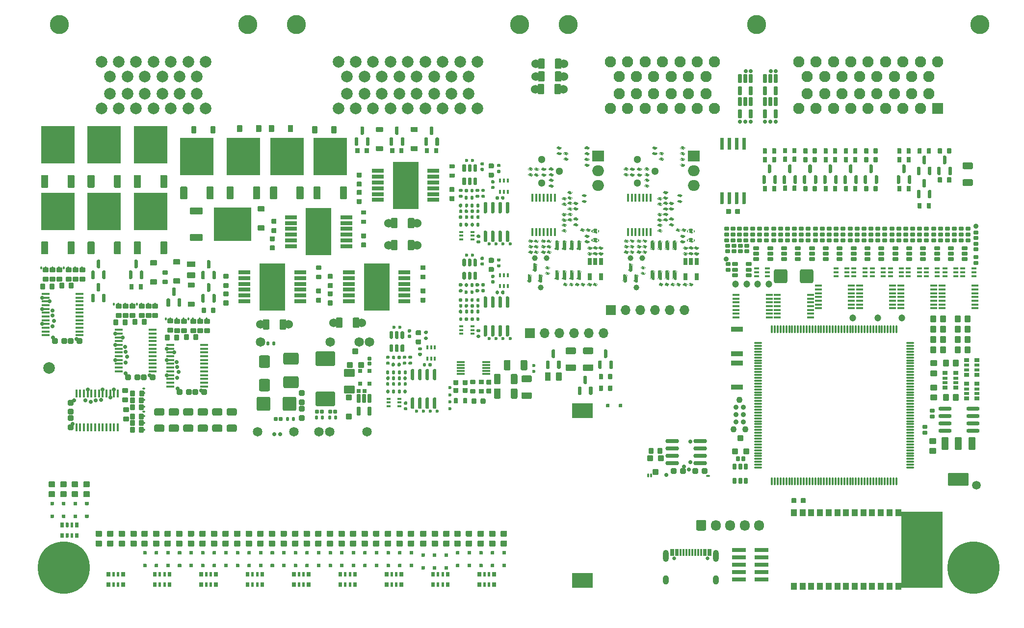
<source format=gts>
G75*
G70*
%OFA0B0*%
%FSLAX25Y25*%
%IPPOS*%
%LPD*%
%AMOC8*
5,1,8,0,0,1.08239X$1,22.5*
%
%AMM115*
21,1,0.038980,0.026770,-0.000000,0.000000,90.000000*
21,1,0.026770,0.038980,-0.000000,0.000000,90.000000*
1,1,0.012210,0.013390,0.013390*
1,1,0.012210,0.013390,-0.013390*
1,1,0.012210,-0.013390,-0.013390*
1,1,0.012210,-0.013390,0.013390*
%
%AMM151*
21,1,0.038980,0.026770,-0.000000,-0.000000,180.000000*
21,1,0.026770,0.038980,-0.000000,-0.000000,180.000000*
1,1,0.012210,-0.013390,0.013390*
1,1,0.012210,0.013390,0.013390*
1,1,0.012210,0.013390,-0.013390*
1,1,0.012210,-0.013390,-0.013390*
%
%AMM179*
21,1,0.092130,0.073230,0.000000,-0.000000,180.000000*
21,1,0.069290,0.096060,0.000000,-0.000000,180.000000*
1,1,0.022840,-0.034650,0.036610*
1,1,0.022840,0.034650,0.036610*
1,1,0.022840,0.034650,-0.036610*
1,1,0.022840,-0.034650,-0.036610*
%
%AMM180*
21,1,0.100000,0.111020,0.000000,-0.000000,270.000000*
21,1,0.075590,0.135430,0.000000,-0.000000,270.000000*
1,1,0.024410,-0.055510,-0.037800*
1,1,0.024410,-0.055510,0.037800*
1,1,0.024410,0.055510,0.037800*
1,1,0.024410,0.055510,-0.037800*
%
%AMM181*
21,1,0.080320,0.083460,0.000000,-0.000000,270.000000*
21,1,0.059840,0.103940,0.000000,-0.000000,270.000000*
1,1,0.020470,-0.041730,-0.029920*
1,1,0.020470,-0.041730,0.029920*
1,1,0.020470,0.041730,0.029920*
1,1,0.020470,0.041730,-0.029920*
%
%AMM182*
21,1,0.084250,0.053540,0.000000,-0.000000,90.000000*
21,1,0.065350,0.072440,0.000000,-0.000000,90.000000*
1,1,0.018900,0.026770,0.032680*
1,1,0.018900,0.026770,-0.032680*
1,1,0.018900,-0.026770,-0.032680*
1,1,0.018900,-0.026770,0.032680*
%
%AMM183*
21,1,0.040950,0.030320,0.000000,-0.000000,0.000000*
21,1,0.028350,0.042910,0.000000,-0.000000,0.000000*
1,1,0.012600,0.014170,-0.015160*
1,1,0.012600,-0.014170,-0.015160*
1,1,0.012600,-0.014170,0.015160*
1,1,0.012600,0.014170,0.015160*
%
%AMM184*
21,1,0.027170,0.052760,0.000000,-0.000000,180.000000*
21,1,0.017320,0.062600,0.000000,-0.000000,180.000000*
1,1,0.009840,-0.008660,0.026380*
1,1,0.009840,0.008660,0.026380*
1,1,0.009840,0.008660,-0.026380*
1,1,0.009840,-0.008660,-0.026380*
%
%AMM185*
21,1,0.041340,0.026770,0.000000,-0.000000,270.000000*
21,1,0.029130,0.038980,0.000000,-0.000000,270.000000*
1,1,0.012210,-0.013390,-0.014570*
1,1,0.012210,-0.013390,0.014570*
1,1,0.012210,0.013390,0.014570*
1,1,0.012210,0.013390,-0.014570*
%
%AMM186*
21,1,0.076380,0.036220,0.000000,-0.000000,0.000000*
21,1,0.061810,0.050790,0.000000,-0.000000,0.000000*
1,1,0.014570,0.030910,-0.018110*
1,1,0.014570,-0.030910,-0.018110*
1,1,0.014570,-0.030910,0.018110*
1,1,0.014570,0.030910,0.018110*
%
%AMM187*
21,1,0.038980,0.026770,0.000000,-0.000000,270.000000*
21,1,0.026770,0.038980,0.000000,-0.000000,270.000000*
1,1,0.012210,-0.013390,-0.013390*
1,1,0.012210,-0.013390,0.013390*
1,1,0.012210,0.013390,0.013390*
1,1,0.012210,0.013390,-0.013390*
%
%AMM188*
21,1,0.021260,0.016540,0.000000,-0.000000,180.000000*
21,1,0.012600,0.025200,0.000000,-0.000000,180.000000*
1,1,0.008660,-0.006300,0.008270*
1,1,0.008660,0.006300,0.008270*
1,1,0.008660,0.006300,-0.008270*
1,1,0.008660,-0.006300,-0.008270*
%
%AMM189*
21,1,0.029130,0.018900,0.000000,-0.000000,0.000000*
21,1,0.018900,0.029130,0.000000,-0.000000,0.000000*
1,1,0.010240,0.009450,-0.009450*
1,1,0.010240,-0.009450,-0.009450*
1,1,0.010240,-0.009450,0.009450*
1,1,0.010240,0.009450,0.009450*
%
%AMM190*
21,1,0.025200,0.019680,0.000000,-0.000000,270.000000*
21,1,0.015750,0.029130,0.000000,-0.000000,270.000000*
1,1,0.009450,-0.009840,-0.007870*
1,1,0.009450,-0.009840,0.007870*
1,1,0.009450,0.009840,0.007870*
1,1,0.009450,0.009840,-0.007870*
%
%AMM191*
21,1,0.025200,0.019680,0.000000,-0.000000,180.000000*
21,1,0.015750,0.029130,0.000000,-0.000000,180.000000*
1,1,0.009450,-0.007870,0.009840*
1,1,0.009450,0.007870,0.009840*
1,1,0.009450,0.007870,-0.009840*
1,1,0.009450,-0.007870,-0.009840*
%
%AMM205*
21,1,0.033070,0.030710,-0.000000,0.000000,90.000000*
21,1,0.022050,0.041730,-0.000000,0.000000,90.000000*
1,1,0.011020,0.015350,0.011020*
1,1,0.011020,0.015350,-0.011020*
1,1,0.011020,-0.015350,-0.011020*
1,1,0.011020,-0.015350,0.011020*
%
%AMM206*
21,1,0.033070,0.030710,-0.000000,0.000000,0.000000*
21,1,0.022050,0.041730,-0.000000,0.000000,0.000000*
1,1,0.011020,0.011020,-0.015350*
1,1,0.011020,-0.011020,-0.015350*
1,1,0.011020,-0.011020,0.015350*
1,1,0.011020,0.011020,0.015350*
%
%AMM210*
21,1,0.033070,0.030710,-0.000000,-0.000000,180.000000*
21,1,0.022050,0.041730,-0.000000,-0.000000,180.000000*
1,1,0.011020,-0.011020,0.015350*
1,1,0.011020,0.011020,0.015350*
1,1,0.011020,0.011020,-0.015350*
1,1,0.011020,-0.011020,-0.015350*
%
%AMM211*
21,1,0.033070,0.030710,-0.000000,-0.000000,90.000000*
21,1,0.022050,0.041730,-0.000000,-0.000000,90.000000*
1,1,0.011020,0.015350,0.011020*
1,1,0.011020,0.015350,-0.011020*
1,1,0.011020,-0.015350,-0.011020*
1,1,0.011020,-0.015350,0.011020*
%
%AMM22*
21,1,0.038980,0.026770,0.000000,0.000000,0.000000*
21,1,0.026770,0.038980,0.000000,0.000000,0.000000*
1,1,0.012210,0.013390,-0.013390*
1,1,0.012210,-0.013390,-0.013390*
1,1,0.012210,-0.013390,0.013390*
1,1,0.012210,0.013390,0.013390*
%
%AMM276*
21,1,0.016540,0.028980,-0.000000,-0.000000,90.000000*
21,1,0.010080,0.035430,-0.000000,-0.000000,90.000000*
1,1,0.006460,0.014490,0.005040*
1,1,0.006460,0.014490,-0.005040*
1,1,0.006460,-0.014490,-0.005040*
1,1,0.006460,-0.014490,0.005040*
%
%AMM277*
21,1,0.027560,0.030710,-0.000000,-0.000000,90.000000*
21,1,0.018900,0.039370,-0.000000,-0.000000,90.000000*
1,1,0.008660,0.015350,0.009450*
1,1,0.008660,0.015350,-0.009450*
1,1,0.008660,-0.015350,-0.009450*
1,1,0.008660,-0.015350,0.009450*
%
%AMM278*
21,1,0.031500,0.018900,-0.000000,-0.000000,0.000000*
21,1,0.022840,0.027560,-0.000000,-0.000000,0.000000*
1,1,0.008660,0.011420,-0.009450*
1,1,0.008660,-0.011420,-0.009450*
1,1,0.008660,-0.011420,0.009450*
1,1,0.008660,0.011420,0.009450*
%
%AMM279*
21,1,0.031500,0.018900,-0.000000,-0.000000,270.000000*
21,1,0.022840,0.027560,-0.000000,-0.000000,270.000000*
1,1,0.008660,-0.009450,-0.011420*
1,1,0.008660,-0.009450,0.011420*
1,1,0.008660,0.009450,0.011420*
1,1,0.008660,0.009450,-0.011420*
%
%AMM280*
21,1,0.029530,0.026380,-0.000000,-0.000000,270.000000*
21,1,0.020470,0.035430,-0.000000,-0.000000,270.000000*
1,1,0.009060,-0.013190,-0.010240*
1,1,0.009060,-0.013190,0.010240*
1,1,0.009060,0.013190,0.010240*
1,1,0.009060,0.013190,-0.010240*
%
%AMM281*
21,1,0.021650,0.027950,-0.000000,-0.000000,270.000000*
21,1,0.014170,0.035430,-0.000000,-0.000000,270.000000*
1,1,0.007480,-0.013980,-0.007090*
1,1,0.007480,-0.013980,0.007090*
1,1,0.007480,0.013980,0.007090*
1,1,0.007480,0.013980,-0.007090*
%
%AMM282*
21,1,0.043310,0.035430,-0.000000,-0.000000,180.000000*
21,1,0.031500,0.047240,-0.000000,-0.000000,180.000000*
1,1,0.011810,-0.015750,0.017720*
1,1,0.011810,0.015750,0.017720*
1,1,0.011810,0.015750,-0.017720*
1,1,0.011810,-0.015750,-0.017720*
%
%AMM283*
21,1,0.039370,0.030320,-0.000000,-0.000000,0.000000*
21,1,0.028350,0.041340,-0.000000,-0.000000,0.000000*
1,1,0.011020,0.014170,-0.015160*
1,1,0.011020,-0.014170,-0.015160*
1,1,0.011020,-0.014170,0.015160*
1,1,0.011020,0.014170,0.015160*
%
%AMM284*
21,1,0.047240,0.075980,-0.000000,-0.000000,180.000000*
21,1,0.034650,0.088580,-0.000000,-0.000000,180.000000*
1,1,0.012600,-0.017320,0.037990*
1,1,0.012600,0.017320,0.037990*
1,1,0.012600,0.017320,-0.037990*
1,1,0.012600,-0.017320,-0.037990*
%
%AMM285*
21,1,0.047240,0.075990,-0.000000,-0.000000,180.000000*
21,1,0.034650,0.088580,-0.000000,-0.000000,180.000000*
1,1,0.012600,-0.017320,0.037990*
1,1,0.012600,0.017320,0.037990*
1,1,0.012600,0.017320,-0.037990*
1,1,0.012600,-0.017320,-0.037990*
%
%AMM286*
21,1,0.141730,0.067720,-0.000000,-0.000000,180.000000*
21,1,0.120870,0.088580,-0.000000,-0.000000,180.000000*
1,1,0.020870,-0.060430,0.033860*
1,1,0.020870,0.060430,0.033860*
1,1,0.020870,0.060430,-0.033860*
1,1,0.020870,-0.060430,-0.033860*
%
%AMM287*
21,1,0.043310,0.035430,-0.000000,-0.000000,90.000000*
21,1,0.031500,0.047240,-0.000000,-0.000000,90.000000*
1,1,0.011810,0.017720,0.015750*
1,1,0.011810,0.017720,-0.015750*
1,1,0.011810,-0.017720,-0.015750*
1,1,0.011810,-0.017720,0.015750*
%
%AMM288*
21,1,0.027560,0.030710,-0.000000,-0.000000,0.000000*
21,1,0.018900,0.039370,-0.000000,-0.000000,0.000000*
1,1,0.008660,0.009450,-0.015350*
1,1,0.008660,-0.009450,-0.015350*
1,1,0.008660,-0.009450,0.015350*
1,1,0.008660,0.009450,0.015350*
%
%AMM289*
21,1,0.090550,0.073230,-0.000000,-0.000000,0.000000*
21,1,0.069290,0.094490,-0.000000,-0.000000,0.000000*
1,1,0.021260,0.034650,-0.036610*
1,1,0.021260,-0.034650,-0.036610*
1,1,0.021260,-0.034650,0.036610*
1,1,0.021260,0.034650,0.036610*
%
%AMM290*
21,1,0.035430,0.072440,-0.000000,-0.000000,270.000000*
21,1,0.025200,0.082680,-0.000000,-0.000000,270.000000*
1,1,0.010240,-0.036220,-0.012600*
1,1,0.010240,-0.036220,0.012600*
1,1,0.010240,0.036220,0.012600*
1,1,0.010240,0.036220,-0.012600*
%
%AMM39*
21,1,0.040950,0.030320,0.000000,0.000000,180.000000*
21,1,0.028350,0.042910,0.000000,0.000000,180.000000*
1,1,0.012600,-0.014170,0.015160*
1,1,0.012600,0.014170,0.015160*
1,1,0.012600,0.014170,-0.015160*
1,1,0.012600,-0.014170,-0.015160*
%
%AMM40*
21,1,0.033070,0.030710,0.000000,0.000000,180.000000*
21,1,0.022050,0.041730,0.000000,0.000000,180.000000*
1,1,0.011020,-0.011020,0.015350*
1,1,0.011020,0.011020,0.015350*
1,1,0.011020,0.011020,-0.015350*
1,1,0.011020,-0.011020,-0.015350*
%
%ADD11R,0.06693X0.06693*%
%ADD12O,0.06693X0.06693*%
%ADD13R,0.07874X0.02559*%
%ADD139M22*%
%ADD14R,0.17717X0.31890*%
%ADD144C,0.02913*%
%ADD145C,0.06457*%
%ADD15C,0.06000*%
%ADD16C,0.02362*%
%ADD165C,0.05118*%
%ADD177C,0.03900*%
%ADD183R,0.05512X0.01181*%
%ADD184R,0.02559X0.01575*%
%ADD185R,0.01575X0.02559*%
%ADD191O,0.02520X0.01535*%
%ADD192O,0.01535X0.02520*%
%ADD193M39*%
%ADD194O,0.09213X0.02913*%
%ADD195M40*%
%ADD201O,0.01339X0.02126*%
%ADD202O,0.05512X0.01535*%
%ADD22R,0.01181X0.04528*%
%ADD226C,0.03543*%
%ADD227O,0.05512X0.01260*%
%ADD228O,0.01260X0.05512*%
%ADD23O,0.03937X0.08268*%
%ADD236O,0.04724X0.01575*%
%ADD24O,0.03937X0.06299*%
%ADD242C,0.03494*%
%ADD245O,0.09055X0.02756*%
%ADD246C,0.04724*%
%ADD247C,0.04294*%
%ADD25R,0.22835X0.25197*%
%ADD26C,0.35433*%
%ADD29O,0.00787X0.01575*%
%ADD30R,0.25197X0.22835*%
%ADD305M115*%
%ADD31C,0.05906*%
%ADD343M151*%
%ADD371M179*%
%ADD372M180*%
%ADD373M181*%
%ADD374M182*%
%ADD375M183*%
%ADD376M184*%
%ADD377M185*%
%ADD378M186*%
%ADD379M187*%
%ADD380M188*%
%ADD381M189*%
%ADD382M190*%
%ADD383M191*%
%ADD395R,0.07874X0.07500*%
%ADD396O,0.07874X0.07500*%
%ADD397R,0.01772X0.05709*%
%ADD398R,0.02559X0.04803*%
%ADD405O,0.02126X0.01339*%
%ADD406O,0.01535X0.05512*%
%ADD407M205*%
%ADD408M206*%
%ADD412M210*%
%ADD413M211*%
%ADD499M276*%
%ADD500M277*%
%ADD501M278*%
%ADD502M279*%
%ADD503M280*%
%ADD504M281*%
%ADD505M282*%
%ADD506M283*%
%ADD507M284*%
%ADD508M285*%
%ADD509M286*%
%ADD510M287*%
%ADD511M288*%
%ADD512M289*%
%ADD513M290*%
%ADD54C,0.07874*%
%ADD55R,0.14173X0.10236*%
%ADD63O,0.01575X0.00787*%
%ADD64R,0.03937X0.05118*%
%ADD65R,0.09449X0.02913*%
%ADD69O,0.01969X0.00984*%
%ADD71O,0.00984X0.01969*%
%ADD72R,0.07677X0.07677*%
%ADD73C,0.07677*%
%ADD74O,0.06693X0.07283*%
%ADD89C,0.00472*%
%ADD90C,0.02559*%
%ADD91C,0.12992*%
X0000000Y0000000D02*
%LPD*%
G01*
D89*
X0616437Y0006417D02*
X0588878Y0006417D01*
X0588878Y0057598D01*
X0616437Y0057598D01*
X0616437Y0006417D01*
G36*
X0616437Y0006417D02*
G01*
X0588878Y0006417D01*
X0588878Y0057598D01*
X0616437Y0057598D01*
X0616437Y0006417D01*
G37*
G36*
G01*
X0262205Y0044803D02*
X0265748Y0044803D01*
G75*
G02*
X0266142Y0044409I0000000J-000394D01*
G01*
X0266142Y0041260D01*
G75*
G02*
X0265748Y0040866I-000394J0000000D01*
G01*
X0262205Y0040866D01*
G75*
G02*
X0261811Y0041260I0000000J0000394D01*
G01*
X0261811Y0044409D01*
G75*
G02*
X0262205Y0044803I0000394J0000000D01*
G01*
G37*
G36*
G01*
X0262205Y0038110D02*
X0265748Y0038110D01*
G75*
G02*
X0266142Y0037717I0000000J-000394D01*
G01*
X0266142Y0034567D01*
G75*
G02*
X0265748Y0034173I-000394J0000000D01*
G01*
X0262205Y0034173D01*
G75*
G02*
X0261811Y0034567I0000000J0000394D01*
G01*
X0261811Y0037717D01*
G75*
G02*
X0262205Y0038110I0000394J0000000D01*
G01*
G37*
G36*
G01*
X0514114Y0063937D02*
X0514114Y0066614D01*
G75*
G02*
X0514449Y0066949I0000335J0000000D01*
G01*
X0517126Y0066949D01*
G75*
G02*
X0517461Y0066614I0000000J-000335D01*
G01*
X0517461Y0063937D01*
G75*
G02*
X0517126Y0063602I-000335J0000000D01*
G01*
X0514449Y0063602D01*
G75*
G02*
X0514114Y0063937I0000000J0000335D01*
G01*
G37*
G36*
G01*
X0520335Y0063937D02*
X0520335Y0066614D01*
G75*
G02*
X0520669Y0066949I0000335J0000000D01*
G01*
X0523346Y0066949D01*
G75*
G02*
X0523681Y0066614I0000000J-000335D01*
G01*
X0523681Y0063937D01*
G75*
G02*
X0523346Y0063602I-000335J0000000D01*
G01*
X0520669Y0063602D01*
G75*
G02*
X0520335Y0063937I0000000J0000335D01*
G01*
G37*
G36*
G01*
X0202126Y0197894D02*
X0199449Y0197894D01*
G75*
G02*
X0199114Y0198228I0000000J0000335D01*
G01*
X0199114Y0200906D01*
G75*
G02*
X0199449Y0201240I0000335J0000000D01*
G01*
X0202126Y0201240D01*
G75*
G02*
X0202461Y0200906I0000000J-000335D01*
G01*
X0202461Y0198228D01*
G75*
G02*
X0202126Y0197894I-000335J0000000D01*
G01*
G37*
G36*
G01*
X0202126Y0204114D02*
X0199449Y0204114D01*
G75*
G02*
X0199114Y0204449I0000000J0000335D01*
G01*
X0199114Y0207126D01*
G75*
G02*
X0199449Y0207461I0000335J0000000D01*
G01*
X0202126Y0207461D01*
G75*
G02*
X0202461Y0207126I0000000J-000335D01*
G01*
X0202461Y0204449D01*
G75*
G02*
X0202126Y0204114I-000335J0000000D01*
G01*
G37*
G36*
G01*
X0210236Y0034173D02*
X0206693Y0034173D01*
G75*
G02*
X0206299Y0034567I0000000J0000394D01*
G01*
X0206299Y0037717D01*
G75*
G02*
X0206693Y0038110I0000394J0000000D01*
G01*
X0210236Y0038110D01*
G75*
G02*
X0210630Y0037717I0000000J-000394D01*
G01*
X0210630Y0034567D01*
G75*
G02*
X0210236Y0034173I-000394J0000000D01*
G01*
G37*
G36*
G01*
X0210236Y0040866D02*
X0206693Y0040866D01*
G75*
G02*
X0206299Y0041260I0000000J0000394D01*
G01*
X0206299Y0044409D01*
G75*
G02*
X0206693Y0044803I0000394J0000000D01*
G01*
X0210236Y0044803D01*
G75*
G02*
X0210630Y0044409I0000000J-000394D01*
G01*
X0210630Y0041260D01*
G75*
G02*
X0210236Y0040866I-000394J0000000D01*
G01*
G37*
G36*
G01*
X0536024Y0301289D02*
X0536024Y0304360D01*
G75*
G02*
X0536299Y0304636I0000276J0000000D01*
G01*
X0538504Y0304636D01*
G75*
G02*
X0538780Y0304360I0000000J-000276D01*
G01*
X0538780Y0301289D01*
G75*
G02*
X0538504Y0301014I-000276J0000000D01*
G01*
X0536299Y0301014D01*
G75*
G02*
X0536024Y0301289I0000000J0000276D01*
G01*
G37*
G36*
G01*
X0542323Y0301289D02*
X0542323Y0304360D01*
G75*
G02*
X0542598Y0304636I0000276J0000000D01*
G01*
X0544803Y0304636D01*
G75*
G02*
X0545079Y0304360I0000000J-000276D01*
G01*
X0545079Y0301289D01*
G75*
G02*
X0544803Y0301014I-000276J0000000D01*
G01*
X0542598Y0301014D01*
G75*
G02*
X0542323Y0301289I0000000J0000276D01*
G01*
G37*
G36*
G01*
X0170866Y0034173D02*
X0167323Y0034173D01*
G75*
G02*
X0166929Y0034567I0000000J0000394D01*
G01*
X0166929Y0037717D01*
G75*
G02*
X0167323Y0038110I0000394J0000000D01*
G01*
X0170866Y0038110D01*
G75*
G02*
X0171260Y0037717I0000000J-000394D01*
G01*
X0171260Y0034567D01*
G75*
G02*
X0170866Y0034173I-000394J0000000D01*
G01*
G37*
G36*
G01*
X0170866Y0040866D02*
X0167323Y0040866D01*
G75*
G02*
X0166929Y0041260I0000000J0000394D01*
G01*
X0166929Y0044409D01*
G75*
G02*
X0167323Y0044803I0000394J0000000D01*
G01*
X0170866Y0044803D01*
G75*
G02*
X0171260Y0044409I0000000J-000394D01*
G01*
X0171260Y0041260D01*
G75*
G02*
X0170866Y0040866I-000394J0000000D01*
G01*
G37*
G36*
G01*
X0257480Y0034173D02*
X0253937Y0034173D01*
G75*
G02*
X0253543Y0034567I0000000J0000394D01*
G01*
X0253543Y0037717D01*
G75*
G02*
X0253937Y0038110I0000394J0000000D01*
G01*
X0257480Y0038110D01*
G75*
G02*
X0257874Y0037717I0000000J-000394D01*
G01*
X0257874Y0034567D01*
G75*
G02*
X0257480Y0034173I-000394J0000000D01*
G01*
G37*
G36*
G01*
X0257480Y0040866D02*
X0253937Y0040866D01*
G75*
G02*
X0253543Y0041260I0000000J0000394D01*
G01*
X0253543Y0044409D01*
G75*
G02*
X0253937Y0044803I0000394J0000000D01*
G01*
X0257480Y0044803D01*
G75*
G02*
X0257874Y0044409I0000000J-000394D01*
G01*
X0257874Y0041260D01*
G75*
G02*
X0257480Y0040866I-000394J0000000D01*
G01*
G37*
D11*
X0391496Y0194803D03*
D12*
X0401496Y0194803D03*
X0411496Y0194803D03*
X0421496Y0194803D03*
X0431496Y0194803D03*
X0441496Y0194803D03*
G36*
G01*
X0241732Y0034173D02*
X0238189Y0034173D01*
G75*
G02*
X0237795Y0034567I0000000J0000394D01*
G01*
X0237795Y0037717D01*
G75*
G02*
X0238189Y0038110I0000394J0000000D01*
G01*
X0241732Y0038110D01*
G75*
G02*
X0242126Y0037717I0000000J-000394D01*
G01*
X0242126Y0034567D01*
G75*
G02*
X0241732Y0034173I-000394J0000000D01*
G01*
G37*
G36*
G01*
X0241732Y0040866D02*
X0238189Y0040866D01*
G75*
G02*
X0237795Y0041260I0000000J0000394D01*
G01*
X0237795Y0044409D01*
G75*
G02*
X0238189Y0044803I0000394J0000000D01*
G01*
X0241732Y0044803D01*
G75*
G02*
X0242126Y0044409I0000000J-000394D01*
G01*
X0242126Y0041260D01*
G75*
G02*
X0241732Y0040866I-000394J0000000D01*
G01*
G37*
G36*
G01*
X0508465Y0275945D02*
X0508465Y0279016D01*
G75*
G02*
X0508740Y0279291I0000276J0000000D01*
G01*
X0510945Y0279291D01*
G75*
G02*
X0511220Y0279016I0000000J-000276D01*
G01*
X0511220Y0275945D01*
G75*
G02*
X0510945Y0275669I-000276J0000000D01*
G01*
X0508740Y0275669D01*
G75*
G02*
X0508465Y0275945I0000000J0000276D01*
G01*
G37*
G36*
G01*
X0514764Y0275945D02*
X0514764Y0279016D01*
G75*
G02*
X0515039Y0279291I0000276J0000000D01*
G01*
X0517244Y0279291D01*
G75*
G02*
X0517520Y0279016I0000000J-000276D01*
G01*
X0517520Y0275945D01*
G75*
G02*
X0517244Y0275669I-000276J0000000D01*
G01*
X0515039Y0275669D01*
G75*
G02*
X0514764Y0275945I0000000J0000276D01*
G01*
G37*
G36*
G01*
X0131260Y0197894D02*
X0128583Y0197894D01*
G75*
G02*
X0128248Y0198228I0000000J0000335D01*
G01*
X0128248Y0200906D01*
G75*
G02*
X0128583Y0201240I0000335J0000000D01*
G01*
X0131260Y0201240D01*
G75*
G02*
X0131594Y0200906I0000000J-000335D01*
G01*
X0131594Y0198228D01*
G75*
G02*
X0131260Y0197894I-000335J0000000D01*
G01*
G37*
G36*
G01*
X0131260Y0204114D02*
X0128583Y0204114D01*
G75*
G02*
X0128248Y0204449I0000000J0000335D01*
G01*
X0128248Y0207126D01*
G75*
G02*
X0128583Y0207461I0000335J0000000D01*
G01*
X0131260Y0207461D01*
G75*
G02*
X0131594Y0207126I0000000J-000335D01*
G01*
X0131594Y0204449D01*
G75*
G02*
X0131260Y0204114I-000335J0000000D01*
G01*
G37*
G36*
G01*
X0586024Y0275699D02*
X0586024Y0278770D01*
G75*
G02*
X0586299Y0279045I0000276J0000000D01*
G01*
X0588504Y0279045D01*
G75*
G02*
X0588780Y0278770I0000000J-000276D01*
G01*
X0588780Y0275699D01*
G75*
G02*
X0588504Y0275423I-000276J0000000D01*
G01*
X0586299Y0275423D01*
G75*
G02*
X0586024Y0275699I0000000J0000276D01*
G01*
G37*
G36*
G01*
X0592323Y0275699D02*
X0592323Y0278770D01*
G75*
G02*
X0592598Y0279045I0000276J0000000D01*
G01*
X0594803Y0279045D01*
G75*
G02*
X0595079Y0278770I0000000J-000276D01*
G01*
X0595079Y0275699D01*
G75*
G02*
X0594803Y0275423I-000276J0000000D01*
G01*
X0592598Y0275423D01*
G75*
G02*
X0592323Y0275699I0000000J0000276D01*
G01*
G37*
G36*
G01*
X0128740Y0020236D02*
X0128740Y0022126D01*
G75*
G02*
X0128976Y0022362I0000236J0000000D01*
G01*
X0130866Y0022362D01*
G75*
G02*
X0131102Y0022126I0000000J-000236D01*
G01*
X0131102Y0020236D01*
G75*
G02*
X0130866Y0020000I-000236J0000000D01*
G01*
X0128976Y0020000D01*
G75*
G02*
X0128740Y0020236I0000000J0000236D01*
G01*
G37*
G36*
G01*
X0128740Y0028898D02*
X0128740Y0030787D01*
G75*
G02*
X0128976Y0031024I0000236J0000000D01*
G01*
X0130866Y0031024D01*
G75*
G02*
X0131102Y0030787I0000000J-000236D01*
G01*
X0131102Y0028898D01*
G75*
G02*
X0130866Y0028661I-000236J0000000D01*
G01*
X0128976Y0028661D01*
G75*
G02*
X0128740Y0028898I0000000J0000236D01*
G01*
G37*
G36*
G01*
X0277953Y0044803D02*
X0281496Y0044803D01*
G75*
G02*
X0281890Y0044409I0000000J-000394D01*
G01*
X0281890Y0041260D01*
G75*
G02*
X0281496Y0040866I-000394J0000000D01*
G01*
X0277953Y0040866D01*
G75*
G02*
X0277559Y0041260I0000000J0000394D01*
G01*
X0277559Y0044409D01*
G75*
G02*
X0277953Y0044803I0000394J0000000D01*
G01*
G37*
G36*
G01*
X0277953Y0038110D02*
X0281496Y0038110D01*
G75*
G02*
X0281890Y0037717I0000000J-000394D01*
G01*
X0281890Y0034567D01*
G75*
G02*
X0281496Y0034173I-000394J0000000D01*
G01*
X0277953Y0034173D01*
G75*
G02*
X0277559Y0034567I0000000J0000394D01*
G01*
X0277559Y0037717D01*
G75*
G02*
X0277953Y0038110I0000394J0000000D01*
G01*
G37*
G36*
G01*
X0040157Y0200020D02*
X0038976Y0200020D01*
G75*
G02*
X0038386Y0200610I0000000J0000591D01*
G01*
X0038386Y0205236D01*
G75*
G02*
X0038976Y0205827I0000591J0000000D01*
G01*
X0040157Y0205827D01*
G75*
G02*
X0040748Y0205236I0000000J-000591D01*
G01*
X0040748Y0200610D01*
G75*
G02*
X0040157Y0200020I-000591J0000000D01*
G01*
G37*
G36*
G01*
X0043898Y0207402D02*
X0042717Y0207402D01*
G75*
G02*
X0042126Y0207992I0000000J0000591D01*
G01*
X0042126Y0212618D01*
G75*
G02*
X0042717Y0213209I0000591J0000000D01*
G01*
X0043898Y0213209D01*
G75*
G02*
X0044488Y0212618I0000000J-000591D01*
G01*
X0044488Y0207992D01*
G75*
G02*
X0043898Y0207402I-000591J0000000D01*
G01*
G37*
G36*
G01*
X0047638Y0200020D02*
X0046457Y0200020D01*
G75*
G02*
X0045866Y0200610I0000000J0000591D01*
G01*
X0045866Y0205236D01*
G75*
G02*
X0046457Y0205827I0000591J0000000D01*
G01*
X0047638Y0205827D01*
G75*
G02*
X0048228Y0205236I0000000J-000591D01*
G01*
X0048228Y0200610D01*
G75*
G02*
X0047638Y0200020I-000591J0000000D01*
G01*
G37*
G36*
G01*
X0155118Y0034173D02*
X0151575Y0034173D01*
G75*
G02*
X0151181Y0034567I0000000J0000394D01*
G01*
X0151181Y0037717D01*
G75*
G02*
X0151575Y0038110I0000394J0000000D01*
G01*
X0155118Y0038110D01*
G75*
G02*
X0155512Y0037717I0000000J-000394D01*
G01*
X0155512Y0034567D01*
G75*
G02*
X0155118Y0034173I-000394J0000000D01*
G01*
G37*
G36*
G01*
X0155118Y0040866D02*
X0151575Y0040866D01*
G75*
G02*
X0151181Y0041260I0000000J0000394D01*
G01*
X0151181Y0044409D01*
G75*
G02*
X0151575Y0044803I0000394J0000000D01*
G01*
X0155118Y0044803D01*
G75*
G02*
X0155512Y0044409I0000000J-000394D01*
G01*
X0155512Y0041260D01*
G75*
G02*
X0155118Y0040866I-000394J0000000D01*
G01*
G37*
G36*
G01*
X0265157Y0301535D02*
X0265157Y0304606D01*
G75*
G02*
X0265433Y0304882I0000276J0000000D01*
G01*
X0267638Y0304882D01*
G75*
G02*
X0267913Y0304606I0000000J-000276D01*
G01*
X0267913Y0301535D01*
G75*
G02*
X0267638Y0301260I-000276J0000000D01*
G01*
X0265433Y0301260D01*
G75*
G02*
X0265157Y0301535I0000000J0000276D01*
G01*
G37*
G36*
G01*
X0271457Y0301535D02*
X0271457Y0304606D01*
G75*
G02*
X0271732Y0304882I0000276J0000000D01*
G01*
X0273937Y0304882D01*
G75*
G02*
X0274213Y0304606I0000000J-000276D01*
G01*
X0274213Y0301535D01*
G75*
G02*
X0273937Y0301260I-000276J0000000D01*
G01*
X0271732Y0301260D01*
G75*
G02*
X0271457Y0301535I0000000J0000276D01*
G01*
G37*
G36*
G01*
X0100000Y0034173D02*
X0096457Y0034173D01*
G75*
G02*
X0096063Y0034567I0000000J0000394D01*
G01*
X0096063Y0037717D01*
G75*
G02*
X0096457Y0038110I0000394J0000000D01*
G01*
X0100000Y0038110D01*
G75*
G02*
X0100394Y0037717I0000000J-000394D01*
G01*
X0100394Y0034567D01*
G75*
G02*
X0100000Y0034173I-000394J0000000D01*
G01*
G37*
G36*
G01*
X0100000Y0040866D02*
X0096457Y0040866D01*
G75*
G02*
X0096063Y0041260I0000000J0000394D01*
G01*
X0096063Y0044409D01*
G75*
G02*
X0096457Y0044803I0000394J0000000D01*
G01*
X0100000Y0044803D01*
G75*
G02*
X0100394Y0044409I0000000J-000394D01*
G01*
X0100394Y0041260D01*
G75*
G02*
X0100000Y0040866I-000394J0000000D01*
G01*
G37*
G36*
G01*
X0563583Y0275699D02*
X0563583Y0278770D01*
G75*
G02*
X0563858Y0279045I0000276J0000000D01*
G01*
X0566063Y0279045D01*
G75*
G02*
X0566339Y0278770I0000000J-000276D01*
G01*
X0566339Y0275699D01*
G75*
G02*
X0566063Y0275423I-000276J0000000D01*
G01*
X0563858Y0275423D01*
G75*
G02*
X0563583Y0275699I0000000J0000276D01*
G01*
G37*
G36*
G01*
X0569882Y0275699D02*
X0569882Y0278770D01*
G75*
G02*
X0570157Y0279045I0000276J0000000D01*
G01*
X0572362Y0279045D01*
G75*
G02*
X0572638Y0278770I0000000J-000276D01*
G01*
X0572638Y0275699D01*
G75*
G02*
X0572362Y0275423I-000276J0000000D01*
G01*
X0570157Y0275423D01*
G75*
G02*
X0569882Y0275699I0000000J0000276D01*
G01*
G37*
G36*
G01*
X0021260Y0067638D02*
X0017717Y0067638D01*
G75*
G02*
X0017323Y0068032I0000000J0000394D01*
G01*
X0017323Y0071181D01*
G75*
G02*
X0017717Y0071575I0000394J0000000D01*
G01*
X0021260Y0071575D01*
G75*
G02*
X0021654Y0071181I0000000J-000394D01*
G01*
X0021654Y0068032D01*
G75*
G02*
X0021260Y0067638I-000394J0000000D01*
G01*
G37*
G36*
G01*
X0021260Y0074331D02*
X0017717Y0074331D01*
G75*
G02*
X0017323Y0074724I0000000J0000394D01*
G01*
X0017323Y0077874D01*
G75*
G02*
X0017717Y0078268I0000394J0000000D01*
G01*
X0021260Y0078268D01*
G75*
G02*
X0021654Y0077874I0000000J-000394D01*
G01*
X0021654Y0074724D01*
G75*
G02*
X0021260Y0074331I-000394J0000000D01*
G01*
G37*
D13*
X0142520Y0220394D03*
X0142520Y0216457D03*
X0142520Y0212520D03*
X0142520Y0208583D03*
X0142520Y0204646D03*
X0142520Y0200709D03*
X0180315Y0200709D03*
X0180315Y0204646D03*
X0180315Y0208583D03*
X0180315Y0212520D03*
X0180315Y0216457D03*
X0180315Y0220394D03*
D14*
X0161417Y0210551D03*
G36*
G01*
X0563583Y0301289D02*
X0563583Y0304360D01*
G75*
G02*
X0563858Y0304636I0000276J0000000D01*
G01*
X0566063Y0304636D01*
G75*
G02*
X0566339Y0304360I0000000J-000276D01*
G01*
X0566339Y0301289D01*
G75*
G02*
X0566063Y0301014I-000276J0000000D01*
G01*
X0563858Y0301014D01*
G75*
G02*
X0563583Y0301289I0000000J0000276D01*
G01*
G37*
G36*
G01*
X0569882Y0301289D02*
X0569882Y0304360D01*
G75*
G02*
X0570157Y0304636I0000276J0000000D01*
G01*
X0572362Y0304636D01*
G75*
G02*
X0572638Y0304360I0000000J-000276D01*
G01*
X0572638Y0301289D01*
G75*
G02*
X0572362Y0301014I-000276J0000000D01*
G01*
X0570157Y0301014D01*
G75*
G02*
X0569882Y0301289I0000000J0000276D01*
G01*
G37*
G36*
G01*
X0013386Y0067638D02*
X0009843Y0067638D01*
G75*
G02*
X0009449Y0068032I0000000J0000394D01*
G01*
X0009449Y0071181D01*
G75*
G02*
X0009843Y0071575I0000394J0000000D01*
G01*
X0013386Y0071575D01*
G75*
G02*
X0013780Y0071181I0000000J-000394D01*
G01*
X0013780Y0068032D01*
G75*
G02*
X0013386Y0067638I-000394J0000000D01*
G01*
G37*
G36*
G01*
X0013386Y0074331D02*
X0009843Y0074331D01*
G75*
G02*
X0009449Y0074724I0000000J0000394D01*
G01*
X0009449Y0077874D01*
G75*
G02*
X0009843Y0078268I0000394J0000000D01*
G01*
X0013386Y0078268D01*
G75*
G02*
X0013780Y0077874I0000000J-000394D01*
G01*
X0013780Y0074724D01*
G75*
G02*
X0013386Y0074331I-000394J0000000D01*
G01*
G37*
G36*
G01*
X0026378Y0053701D02*
X0026378Y0055591D01*
G75*
G02*
X0026614Y0055827I0000236J0000000D01*
G01*
X0028504Y0055827D01*
G75*
G02*
X0028740Y0055591I0000000J-000236D01*
G01*
X0028740Y0053701D01*
G75*
G02*
X0028504Y0053465I-000236J0000000D01*
G01*
X0026614Y0053465D01*
G75*
G02*
X0026378Y0053701I0000000J0000236D01*
G01*
G37*
G36*
G01*
X0026378Y0062362D02*
X0026378Y0064252D01*
G75*
G02*
X0026614Y0064488I0000236J0000000D01*
G01*
X0028504Y0064488D01*
G75*
G02*
X0028740Y0064252I0000000J-000236D01*
G01*
X0028740Y0062362D01*
G75*
G02*
X0028504Y0062126I-000236J0000000D01*
G01*
X0026614Y0062126D01*
G75*
G02*
X0026378Y0062362I0000000J0000236D01*
G01*
G37*
G36*
G01*
X0536024Y0275699D02*
X0536024Y0278770D01*
G75*
G02*
X0536299Y0279045I0000276J0000000D01*
G01*
X0538504Y0279045D01*
G75*
G02*
X0538780Y0278770I0000000J-000276D01*
G01*
X0538780Y0275699D01*
G75*
G02*
X0538504Y0275423I-000276J0000000D01*
G01*
X0536299Y0275423D01*
G75*
G02*
X0536024Y0275699I0000000J0000276D01*
G01*
G37*
G36*
G01*
X0542323Y0275699D02*
X0542323Y0278770D01*
G75*
G02*
X0542598Y0279045I0000276J0000000D01*
G01*
X0544803Y0279045D01*
G75*
G02*
X0545079Y0278770I0000000J-000276D01*
G01*
X0545079Y0275699D01*
G75*
G02*
X0544803Y0275423I-000276J0000000D01*
G01*
X0542598Y0275423D01*
G75*
G02*
X0542323Y0275699I0000000J0000276D01*
G01*
G37*
G36*
G01*
X0097244Y0020236D02*
X0097244Y0022126D01*
G75*
G02*
X0097480Y0022362I0000236J0000000D01*
G01*
X0099370Y0022362D01*
G75*
G02*
X0099606Y0022126I0000000J-000236D01*
G01*
X0099606Y0020236D01*
G75*
G02*
X0099370Y0020000I-000236J0000000D01*
G01*
X0097480Y0020000D01*
G75*
G02*
X0097244Y0020236I0000000J0000236D01*
G01*
G37*
G36*
G01*
X0097244Y0028898D02*
X0097244Y0030787D01*
G75*
G02*
X0097480Y0031024I0000236J0000000D01*
G01*
X0099370Y0031024D01*
G75*
G02*
X0099606Y0030787I0000000J-000236D01*
G01*
X0099606Y0028898D01*
G75*
G02*
X0099370Y0028661I-000236J0000000D01*
G01*
X0097480Y0028661D01*
G75*
G02*
X0097244Y0028898I0000000J0000236D01*
G01*
G37*
G36*
G01*
X0217913Y0301535D02*
X0217913Y0304606D01*
G75*
G02*
X0218189Y0304882I0000276J0000000D01*
G01*
X0220394Y0304882D01*
G75*
G02*
X0220669Y0304606I0000000J-000276D01*
G01*
X0220669Y0301535D01*
G75*
G02*
X0220394Y0301260I-000276J0000000D01*
G01*
X0218189Y0301260D01*
G75*
G02*
X0217913Y0301535I0000000J0000276D01*
G01*
G37*
G36*
G01*
X0224213Y0301535D02*
X0224213Y0304606D01*
G75*
G02*
X0224488Y0304882I0000276J0000000D01*
G01*
X0226693Y0304882D01*
G75*
G02*
X0226969Y0304606I0000000J-000276D01*
G01*
X0226969Y0301535D01*
G75*
G02*
X0226693Y0301260I-000276J0000000D01*
G01*
X0224488Y0301260D01*
G75*
G02*
X0224213Y0301535I0000000J0000276D01*
G01*
G37*
G36*
G01*
X0101870Y0127972D02*
X0106791Y0127972D01*
G75*
G02*
X0107776Y0126988I0000000J-000984D01*
G01*
X0107776Y0124035D01*
G75*
G02*
X0106791Y0123051I-000984J0000000D01*
G01*
X0101870Y0123051D01*
G75*
G02*
X0100886Y0124035I0000000J0000984D01*
G01*
X0100886Y0126988D01*
G75*
G02*
X0101870Y0127972I0000984J0000000D01*
G01*
G37*
G36*
G01*
X0101870Y0116949D02*
X0106791Y0116949D01*
G75*
G02*
X0107776Y0115965I0000000J-000984D01*
G01*
X0107776Y0113012D01*
G75*
G02*
X0106791Y0112028I-000984J0000000D01*
G01*
X0101870Y0112028D01*
G75*
G02*
X0100886Y0113012I0000000J0000984D01*
G01*
X0100886Y0115965D01*
G75*
G02*
X0101870Y0116949I0000984J0000000D01*
G01*
G37*
G36*
G01*
X0522244Y0301289D02*
X0522244Y0304360D01*
G75*
G02*
X0522520Y0304636I0000276J0000000D01*
G01*
X0524724Y0304636D01*
G75*
G02*
X0525000Y0304360I0000000J-000276D01*
G01*
X0525000Y0301289D01*
G75*
G02*
X0524724Y0301014I-000276J0000000D01*
G01*
X0522520Y0301014D01*
G75*
G02*
X0522244Y0301289I0000000J0000276D01*
G01*
G37*
G36*
G01*
X0528543Y0301289D02*
X0528543Y0304360D01*
G75*
G02*
X0528819Y0304636I0000276J0000000D01*
G01*
X0531024Y0304636D01*
G75*
G02*
X0531299Y0304360I0000000J-000276D01*
G01*
X0531299Y0301289D01*
G75*
G02*
X0531024Y0301014I-000276J0000000D01*
G01*
X0528819Y0301014D01*
G75*
G02*
X0528543Y0301289I0000000J0000276D01*
G01*
G37*
D15*
X0172559Y0184961D03*
G36*
G01*
X0167264Y0188504D02*
X0169980Y0188504D01*
G75*
G02*
X0170886Y0187598I0000000J-000906D01*
G01*
X0170886Y0182323D01*
G75*
G02*
X0169980Y0181417I-000906J0000000D01*
G01*
X0167264Y0181417D01*
G75*
G02*
X0166358Y0182323I0000000J0000906D01*
G01*
X0166358Y0187598D01*
G75*
G02*
X0167264Y0188504I0000906J0000000D01*
G01*
G37*
G36*
G01*
X0155846Y0188504D02*
X0158563Y0188504D01*
G75*
G02*
X0159468Y0187598I0000000J-000906D01*
G01*
X0159468Y0182323D01*
G75*
G02*
X0158563Y0181417I-000906J0000000D01*
G01*
X0155846Y0181417D01*
G75*
G02*
X0154941Y0182323I0000000J0000906D01*
G01*
X0154941Y0187598D01*
G75*
G02*
X0155846Y0188504I0000906J0000000D01*
G01*
G37*
X0153268Y0184961D03*
G36*
G01*
X0199606Y0020236D02*
X0199606Y0022126D01*
G75*
G02*
X0199843Y0022362I0000236J0000000D01*
G01*
X0201732Y0022362D01*
G75*
G02*
X0201969Y0022126I0000000J-000236D01*
G01*
X0201969Y0020236D01*
G75*
G02*
X0201732Y0020000I-000236J0000000D01*
G01*
X0199843Y0020000D01*
G75*
G02*
X0199606Y0020236I0000000J0000236D01*
G01*
G37*
G36*
G01*
X0199606Y0028898D02*
X0199606Y0030787D01*
G75*
G02*
X0199843Y0031024I0000236J0000000D01*
G01*
X0201732Y0031024D01*
G75*
G02*
X0201969Y0030787I0000000J-000236D01*
G01*
X0201969Y0028898D01*
G75*
G02*
X0201732Y0028661I-000236J0000000D01*
G01*
X0199843Y0028661D01*
G75*
G02*
X0199606Y0028898I0000000J0000236D01*
G01*
G37*
G36*
G01*
X0379528Y0156988D02*
X0379528Y0154272D01*
G75*
G02*
X0378622Y0153366I-000906J0000000D01*
G01*
X0373346Y0153366D01*
G75*
G02*
X0372441Y0154272I0000000J0000906D01*
G01*
X0372441Y0156988D01*
G75*
G02*
X0373346Y0157894I0000906J0000000D01*
G01*
X0378622Y0157894D01*
G75*
G02*
X0379528Y0156988I0000000J-000906D01*
G01*
G37*
G36*
G01*
X0379528Y0168406D02*
X0379528Y0165689D01*
G75*
G02*
X0378622Y0164784I-000906J0000000D01*
G01*
X0373346Y0164784D01*
G75*
G02*
X0372441Y0165689I0000000J0000906D01*
G01*
X0372441Y0168406D01*
G75*
G02*
X0373346Y0169311I0000906J0000000D01*
G01*
X0378622Y0169311D01*
G75*
G02*
X0379528Y0168406I0000000J-000906D01*
G01*
G37*
G36*
G01*
X0282126Y0278327D02*
X0284803Y0278327D01*
G75*
G02*
X0285138Y0277992I0000000J-000335D01*
G01*
X0285138Y0275315D01*
G75*
G02*
X0284803Y0274980I-000335J0000000D01*
G01*
X0282126Y0274980D01*
G75*
G02*
X0281791Y0275315I0000000J0000335D01*
G01*
X0281791Y0277992D01*
G75*
G02*
X0282126Y0278327I0000335J0000000D01*
G01*
G37*
G36*
G01*
X0282126Y0272106D02*
X0284803Y0272106D01*
G75*
G02*
X0285138Y0271772I0000000J-000335D01*
G01*
X0285138Y0269094D01*
G75*
G02*
X0284803Y0268760I-000335J0000000D01*
G01*
X0282126Y0268760D01*
G75*
G02*
X0281791Y0269094I0000000J0000335D01*
G01*
X0281791Y0271772D01*
G75*
G02*
X0282126Y0272106I0000335J0000000D01*
G01*
G37*
X0240354Y0253858D03*
G36*
G01*
X0245650Y0250315D02*
X0242933Y0250315D01*
G75*
G02*
X0242028Y0251220I0000000J0000906D01*
G01*
X0242028Y0256496D01*
G75*
G02*
X0242933Y0257402I0000906J0000000D01*
G01*
X0245650Y0257402D01*
G75*
G02*
X0246555Y0256496I0000000J-000906D01*
G01*
X0246555Y0251220D01*
G75*
G02*
X0245650Y0250315I-000906J0000000D01*
G01*
G37*
G36*
G01*
X0257067Y0250315D02*
X0254350Y0250315D01*
G75*
G02*
X0253445Y0251220I0000000J0000906D01*
G01*
X0253445Y0256496D01*
G75*
G02*
X0254350Y0257402I0000906J0000000D01*
G01*
X0257067Y0257402D01*
G75*
G02*
X0257972Y0256496I0000000J-000906D01*
G01*
X0257972Y0251220D01*
G75*
G02*
X0257067Y0250315I-000906J0000000D01*
G01*
G37*
X0259646Y0253858D03*
G36*
G01*
X0300787Y0006870D02*
X0300787Y0009508D01*
G75*
G02*
X0301043Y0009764I0000256J0000000D01*
G01*
X0303091Y0009764D01*
G75*
G02*
X0303346Y0009508I0000000J-000256D01*
G01*
X0303346Y0006870D01*
G75*
G02*
X0303091Y0006614I-000256J0000000D01*
G01*
X0301043Y0006614D01*
G75*
G02*
X0300787Y0006870I0000000J0000256D01*
G01*
G37*
G36*
G01*
X0304626Y0006791D02*
X0304626Y0009587D01*
G75*
G02*
X0304803Y0009764I0000177J0000000D01*
G01*
X0306220Y0009764D01*
G75*
G02*
X0306398Y0009587I0000000J-000177D01*
G01*
X0306398Y0006791D01*
G75*
G02*
X0306220Y0006614I-000177J0000000D01*
G01*
X0304803Y0006614D01*
G75*
G02*
X0304626Y0006791I0000000J0000177D01*
G01*
G37*
G36*
G01*
X0307776Y0006791D02*
X0307776Y0009587D01*
G75*
G02*
X0307953Y0009764I0000177J0000000D01*
G01*
X0309370Y0009764D01*
G75*
G02*
X0309547Y0009587I0000000J-000177D01*
G01*
X0309547Y0006791D01*
G75*
G02*
X0309370Y0006614I-000177J0000000D01*
G01*
X0307953Y0006614D01*
G75*
G02*
X0307776Y0006791I0000000J0000177D01*
G01*
G37*
G36*
G01*
X0310827Y0006870D02*
X0310827Y0009508D01*
G75*
G02*
X0311083Y0009764I0000256J0000000D01*
G01*
X0313130Y0009764D01*
G75*
G02*
X0313386Y0009508I0000000J-000256D01*
G01*
X0313386Y0006870D01*
G75*
G02*
X0313130Y0006614I-000256J0000000D01*
G01*
X0311083Y0006614D01*
G75*
G02*
X0310827Y0006870I0000000J0000256D01*
G01*
G37*
G36*
G01*
X0310827Y0013957D02*
X0310827Y0016594D01*
G75*
G02*
X0311083Y0016850I0000256J0000000D01*
G01*
X0313130Y0016850D01*
G75*
G02*
X0313386Y0016594I0000000J-000256D01*
G01*
X0313386Y0013957D01*
G75*
G02*
X0313130Y0013701I-000256J0000000D01*
G01*
X0311083Y0013701D01*
G75*
G02*
X0310827Y0013957I0000000J0000256D01*
G01*
G37*
G36*
G01*
X0307776Y0013878D02*
X0307776Y0016673D01*
G75*
G02*
X0307953Y0016850I0000177J0000000D01*
G01*
X0309370Y0016850D01*
G75*
G02*
X0309547Y0016673I0000000J-000177D01*
G01*
X0309547Y0013878D01*
G75*
G02*
X0309370Y0013701I-000177J0000000D01*
G01*
X0307953Y0013701D01*
G75*
G02*
X0307776Y0013878I0000000J0000177D01*
G01*
G37*
G36*
G01*
X0304626Y0013878D02*
X0304626Y0016673D01*
G75*
G02*
X0304803Y0016850I0000177J0000000D01*
G01*
X0306220Y0016850D01*
G75*
G02*
X0306398Y0016673I0000000J-000177D01*
G01*
X0306398Y0013878D01*
G75*
G02*
X0306220Y0013701I-000177J0000000D01*
G01*
X0304803Y0013701D01*
G75*
G02*
X0304626Y0013878I0000000J0000177D01*
G01*
G37*
G36*
G01*
X0300787Y0013957D02*
X0300787Y0016594D01*
G75*
G02*
X0301043Y0016850I0000256J0000000D01*
G01*
X0303091Y0016850D01*
G75*
G02*
X0303346Y0016594I0000000J-000256D01*
G01*
X0303346Y0013957D01*
G75*
G02*
X0303091Y0013701I-000256J0000000D01*
G01*
X0301043Y0013701D01*
G75*
G02*
X0300787Y0013957I0000000J0000256D01*
G01*
G37*
G36*
G01*
X0601181Y0270640D02*
X0600000Y0270640D01*
G75*
G02*
X0599409Y0271230I0000000J0000591D01*
G01*
X0599409Y0275856D01*
G75*
G02*
X0600000Y0276447I0000591J0000000D01*
G01*
X0601181Y0276447D01*
G75*
G02*
X0601772Y0275856I0000000J-000591D01*
G01*
X0601772Y0271230D01*
G75*
G02*
X0601181Y0270640I-000591J0000000D01*
G01*
G37*
G36*
G01*
X0604921Y0278022D02*
X0603740Y0278022D01*
G75*
G02*
X0603150Y0278612I0000000J0000591D01*
G01*
X0603150Y0283238D01*
G75*
G02*
X0603740Y0283829I0000591J0000000D01*
G01*
X0604921Y0283829D01*
G75*
G02*
X0605512Y0283238I0000000J-000591D01*
G01*
X0605512Y0278612D01*
G75*
G02*
X0604921Y0278022I-000591J0000000D01*
G01*
G37*
G36*
G01*
X0608661Y0270640D02*
X0607480Y0270640D01*
G75*
G02*
X0606890Y0271230I0000000J0000591D01*
G01*
X0606890Y0275856D01*
G75*
G02*
X0607480Y0276447I0000591J0000000D01*
G01*
X0608661Y0276447D01*
G75*
G02*
X0609252Y0275856I0000000J-000591D01*
G01*
X0609252Y0271230D01*
G75*
G02*
X0608661Y0270640I-000591J0000000D01*
G01*
G37*
G36*
G01*
X0587402Y0280482D02*
X0586220Y0280482D01*
G75*
G02*
X0585630Y0281073I0000000J0000591D01*
G01*
X0585630Y0285699D01*
G75*
G02*
X0586220Y0286289I0000591J0000000D01*
G01*
X0587402Y0286289D01*
G75*
G02*
X0587992Y0285699I0000000J-000591D01*
G01*
X0587992Y0281073D01*
G75*
G02*
X0587402Y0280482I-000591J0000000D01*
G01*
G37*
G36*
G01*
X0591142Y0287864D02*
X0589961Y0287864D01*
G75*
G02*
X0589370Y0288455I0000000J0000591D01*
G01*
X0589370Y0293081D01*
G75*
G02*
X0589961Y0293671I0000591J0000000D01*
G01*
X0591142Y0293671D01*
G75*
G02*
X0591732Y0293081I0000000J-000591D01*
G01*
X0591732Y0288455D01*
G75*
G02*
X0591142Y0287864I-000591J0000000D01*
G01*
G37*
G36*
G01*
X0594882Y0280482D02*
X0593701Y0280482D01*
G75*
G02*
X0593110Y0281073I0000000J0000591D01*
G01*
X0593110Y0285699D01*
G75*
G02*
X0593701Y0286289I0000591J0000000D01*
G01*
X0594882Y0286289D01*
G75*
G02*
X0595472Y0285699I0000000J-000591D01*
G01*
X0595472Y0281073D01*
G75*
G02*
X0594882Y0280482I-000591J0000000D01*
G01*
G37*
X0359252Y0344882D03*
G36*
G01*
X0353957Y0348425D02*
X0356673Y0348425D01*
G75*
G02*
X0357579Y0347520I0000000J-000906D01*
G01*
X0357579Y0342244D01*
G75*
G02*
X0356673Y0341339I-000906J0000000D01*
G01*
X0353957Y0341339D01*
G75*
G02*
X0353051Y0342244I0000000J0000906D01*
G01*
X0353051Y0347520D01*
G75*
G02*
X0353957Y0348425I0000906J0000000D01*
G01*
G37*
G36*
G01*
X0342539Y0348425D02*
X0345256Y0348425D01*
G75*
G02*
X0346161Y0347520I0000000J-000906D01*
G01*
X0346161Y0342244D01*
G75*
G02*
X0345256Y0341339I-000906J0000000D01*
G01*
X0342539Y0341339D01*
G75*
G02*
X0341634Y0342244I0000000J0000906D01*
G01*
X0341634Y0347520D01*
G75*
G02*
X0342539Y0348425I0000906J0000000D01*
G01*
G37*
X0339961Y0344882D03*
G36*
G01*
X0041732Y0044803D02*
X0045276Y0044803D01*
G75*
G02*
X0045669Y0044409I0000000J-000394D01*
G01*
X0045669Y0041260D01*
G75*
G02*
X0045276Y0040866I-000394J0000000D01*
G01*
X0041732Y0040866D01*
G75*
G02*
X0041339Y0041260I0000000J0000394D01*
G01*
X0041339Y0044409D01*
G75*
G02*
X0041732Y0044803I0000394J0000000D01*
G01*
G37*
G36*
G01*
X0041732Y0038110D02*
X0045276Y0038110D01*
G75*
G02*
X0045669Y0037717I0000000J-000394D01*
G01*
X0045669Y0034567D01*
G75*
G02*
X0045276Y0034173I-000394J0000000D01*
G01*
X0041732Y0034173D01*
G75*
G02*
X0041339Y0034567I0000000J0000394D01*
G01*
X0041339Y0037717D01*
G75*
G02*
X0041732Y0038110I0000394J0000000D01*
G01*
G37*
G36*
G01*
X0076378Y0034173D02*
X0072835Y0034173D01*
G75*
G02*
X0072441Y0034567I0000000J0000394D01*
G01*
X0072441Y0037717D01*
G75*
G02*
X0072835Y0038110I0000394J0000000D01*
G01*
X0076378Y0038110D01*
G75*
G02*
X0076772Y0037717I0000000J-000394D01*
G01*
X0076772Y0034567D01*
G75*
G02*
X0076378Y0034173I-000394J0000000D01*
G01*
G37*
G36*
G01*
X0076378Y0040866D02*
X0072835Y0040866D01*
G75*
G02*
X0072441Y0041260I0000000J0000394D01*
G01*
X0072441Y0044409D01*
G75*
G02*
X0072835Y0044803I0000394J0000000D01*
G01*
X0076378Y0044803D01*
G75*
G02*
X0076772Y0044409I0000000J-000394D01*
G01*
X0076772Y0041260D01*
G75*
G02*
X0076378Y0040866I-000394J0000000D01*
G01*
G37*
G36*
G01*
X0523622Y0280482D02*
X0522441Y0280482D01*
G75*
G02*
X0521850Y0281073I0000000J0000591D01*
G01*
X0521850Y0285699D01*
G75*
G02*
X0522441Y0286289I0000591J0000000D01*
G01*
X0523622Y0286289D01*
G75*
G02*
X0524213Y0285699I0000000J-000591D01*
G01*
X0524213Y0281073D01*
G75*
G02*
X0523622Y0280482I-000591J0000000D01*
G01*
G37*
G36*
G01*
X0527362Y0287864D02*
X0526181Y0287864D01*
G75*
G02*
X0525591Y0288455I0000000J0000591D01*
G01*
X0525591Y0293081D01*
G75*
G02*
X0526181Y0293671I0000591J0000000D01*
G01*
X0527362Y0293671D01*
G75*
G02*
X0527953Y0293081I0000000J-000591D01*
G01*
X0527953Y0288455D01*
G75*
G02*
X0527362Y0287864I-000591J0000000D01*
G01*
G37*
G36*
G01*
X0531102Y0280482D02*
X0529921Y0280482D01*
G75*
G02*
X0529331Y0281073I0000000J0000591D01*
G01*
X0529331Y0285699D01*
G75*
G02*
X0529921Y0286289I0000591J0000000D01*
G01*
X0531102Y0286289D01*
G75*
G02*
X0531693Y0285699I0000000J-000591D01*
G01*
X0531693Y0281073D01*
G75*
G02*
X0531102Y0280482I-000591J0000000D01*
G01*
G37*
G36*
G01*
X0191575Y0209429D02*
X0194252Y0209429D01*
G75*
G02*
X0194587Y0209094I0000000J-000335D01*
G01*
X0194587Y0206417D01*
G75*
G02*
X0194252Y0206083I-000335J0000000D01*
G01*
X0191575Y0206083D01*
G75*
G02*
X0191240Y0206417I0000000J0000335D01*
G01*
X0191240Y0209094D01*
G75*
G02*
X0191575Y0209429I0000335J0000000D01*
G01*
G37*
G36*
G01*
X0191575Y0203209D02*
X0194252Y0203209D01*
G75*
G02*
X0194587Y0202874I0000000J-000335D01*
G01*
X0194587Y0200197D01*
G75*
G02*
X0194252Y0199862I-000335J0000000D01*
G01*
X0191575Y0199862D01*
G75*
G02*
X0191240Y0200197I0000000J0000335D01*
G01*
X0191240Y0202874D01*
G75*
G02*
X0191575Y0203209I0000335J0000000D01*
G01*
G37*
D16*
X0264016Y0126201D03*
X0259291Y0126201D03*
X0268740Y0126201D03*
X0273465Y0126201D03*
X0248031Y0182992D03*
X0244094Y0182992D03*
D90*
X0434394Y0025925D03*
X0457149Y0025925D03*
D22*
X0432582Y0030118D03*
X0435732Y0030118D03*
X0440850Y0030118D03*
X0444787Y0030118D03*
X0446756Y0030118D03*
X0450693Y0030118D03*
X0455811Y0030118D03*
X0458960Y0030118D03*
X0457779Y0030118D03*
X0454630Y0030118D03*
X0452661Y0030118D03*
X0448724Y0030118D03*
X0442819Y0030118D03*
X0438882Y0030118D03*
X0436913Y0030118D03*
X0433764Y0030118D03*
D23*
X0428764Y0027894D03*
D24*
X0428764Y0011437D03*
D23*
X0462779Y0027894D03*
D24*
X0462779Y0011437D03*
G36*
G01*
X0064370Y0209016D02*
X0064370Y0212087D01*
G75*
G02*
X0064646Y0212362I0000276J0000000D01*
G01*
X0066850Y0212362D01*
G75*
G02*
X0067126Y0212087I0000000J-000276D01*
G01*
X0067126Y0209016D01*
G75*
G02*
X0066850Y0208740I-000276J0000000D01*
G01*
X0064646Y0208740D01*
G75*
G02*
X0064370Y0209016I0000000J0000276D01*
G01*
G37*
G36*
G01*
X0070669Y0209016D02*
X0070669Y0212087D01*
G75*
G02*
X0070945Y0212362I0000276J0000000D01*
G01*
X0073150Y0212362D01*
G75*
G02*
X0073425Y0212087I0000000J-000276D01*
G01*
X0073425Y0209016D01*
G75*
G02*
X0073150Y0208740I-000276J0000000D01*
G01*
X0070945Y0208740D01*
G75*
G02*
X0070669Y0209016I0000000J0000276D01*
G01*
G37*
G36*
G01*
X0136614Y0020236D02*
X0136614Y0022126D01*
G75*
G02*
X0136850Y0022362I0000236J0000000D01*
G01*
X0138740Y0022362D01*
G75*
G02*
X0138976Y0022126I0000000J-000236D01*
G01*
X0138976Y0020236D01*
G75*
G02*
X0138740Y0020000I-000236J0000000D01*
G01*
X0136850Y0020000D01*
G75*
G02*
X0136614Y0020236I0000000J0000236D01*
G01*
G37*
G36*
G01*
X0136614Y0028898D02*
X0136614Y0030787D01*
G75*
G02*
X0136850Y0031024I0000236J0000000D01*
G01*
X0138740Y0031024D01*
G75*
G02*
X0138976Y0030787I0000000J-000236D01*
G01*
X0138976Y0028898D01*
G75*
G02*
X0138740Y0028661I-000236J0000000D01*
G01*
X0136850Y0028661D01*
G75*
G02*
X0136614Y0028898I0000000J0000236D01*
G01*
G37*
G36*
G01*
X0249606Y0034173D02*
X0246063Y0034173D01*
G75*
G02*
X0245669Y0034567I0000000J0000394D01*
G01*
X0245669Y0037717D01*
G75*
G02*
X0246063Y0038110I0000394J0000000D01*
G01*
X0249606Y0038110D01*
G75*
G02*
X0250000Y0037717I0000000J-000394D01*
G01*
X0250000Y0034567D01*
G75*
G02*
X0249606Y0034173I-000394J0000000D01*
G01*
G37*
G36*
G01*
X0249606Y0040866D02*
X0246063Y0040866D01*
G75*
G02*
X0245669Y0041260I0000000J0000394D01*
G01*
X0245669Y0044409D01*
G75*
G02*
X0246063Y0044803I0000394J0000000D01*
G01*
X0249606Y0044803D01*
G75*
G02*
X0250000Y0044409I0000000J-000394D01*
G01*
X0250000Y0041260D01*
G75*
G02*
X0249606Y0040866I-000394J0000000D01*
G01*
G37*
D13*
X0174016Y0257795D03*
X0174016Y0253858D03*
X0174016Y0249921D03*
X0174016Y0245984D03*
X0174016Y0242047D03*
X0174016Y0238110D03*
X0211811Y0238110D03*
X0211811Y0242047D03*
X0211811Y0245984D03*
X0211811Y0249921D03*
X0211811Y0253858D03*
X0211811Y0257795D03*
D14*
X0192913Y0247953D03*
G36*
G01*
X0549803Y0275699D02*
X0549803Y0278770D01*
G75*
G02*
X0550079Y0279045I0000276J0000000D01*
G01*
X0552283Y0279045D01*
G75*
G02*
X0552559Y0278770I0000000J-000276D01*
G01*
X0552559Y0275699D01*
G75*
G02*
X0552283Y0275423I-000276J0000000D01*
G01*
X0550079Y0275423D01*
G75*
G02*
X0549803Y0275699I0000000J0000276D01*
G01*
G37*
G36*
G01*
X0556102Y0275699D02*
X0556102Y0278770D01*
G75*
G02*
X0556378Y0279045I0000276J0000000D01*
G01*
X0558583Y0279045D01*
G75*
G02*
X0558858Y0278770I0000000J-000276D01*
G01*
X0558858Y0275699D01*
G75*
G02*
X0558583Y0275423I-000276J0000000D01*
G01*
X0556378Y0275423D01*
G75*
G02*
X0556102Y0275699I0000000J0000276D01*
G01*
G37*
G36*
G01*
X0040157Y0215768D02*
X0038976Y0215768D01*
G75*
G02*
X0038386Y0216358I0000000J0000591D01*
G01*
X0038386Y0220984D01*
G75*
G02*
X0038976Y0221575I0000591J0000000D01*
G01*
X0040157Y0221575D01*
G75*
G02*
X0040748Y0220984I0000000J-000591D01*
G01*
X0040748Y0216358D01*
G75*
G02*
X0040157Y0215768I-000591J0000000D01*
G01*
G37*
G36*
G01*
X0043898Y0223150D02*
X0042717Y0223150D01*
G75*
G02*
X0042126Y0223740I0000000J0000591D01*
G01*
X0042126Y0228366D01*
G75*
G02*
X0042717Y0228957I0000591J0000000D01*
G01*
X0043898Y0228957D01*
G75*
G02*
X0044488Y0228366I0000000J-000591D01*
G01*
X0044488Y0223740D01*
G75*
G02*
X0043898Y0223150I-000591J0000000D01*
G01*
G37*
G36*
G01*
X0047638Y0215768D02*
X0046457Y0215768D01*
G75*
G02*
X0045866Y0216358I0000000J0000591D01*
G01*
X0045866Y0220984D01*
G75*
G02*
X0046457Y0221575I0000591J0000000D01*
G01*
X0047638Y0221575D01*
G75*
G02*
X0048228Y0220984I0000000J-000591D01*
G01*
X0048228Y0216358D01*
G75*
G02*
X0047638Y0215768I-000591J0000000D01*
G01*
G37*
G36*
G01*
X0349213Y0154744D02*
X0348031Y0154744D01*
G75*
G02*
X0347441Y0155335I0000000J0000591D01*
G01*
X0347441Y0159961D01*
G75*
G02*
X0348031Y0160551I0000591J0000000D01*
G01*
X0349213Y0160551D01*
G75*
G02*
X0349803Y0159961I0000000J-000591D01*
G01*
X0349803Y0155335D01*
G75*
G02*
X0349213Y0154744I-000591J0000000D01*
G01*
G37*
G36*
G01*
X0352953Y0162126D02*
X0351772Y0162126D01*
G75*
G02*
X0351181Y0162717I0000000J0000591D01*
G01*
X0351181Y0167343D01*
G75*
G02*
X0351772Y0167933I0000591J0000000D01*
G01*
X0352953Y0167933D01*
G75*
G02*
X0353543Y0167343I0000000J-000591D01*
G01*
X0353543Y0162717D01*
G75*
G02*
X0352953Y0162126I-000591J0000000D01*
G01*
G37*
G36*
G01*
X0356693Y0154744D02*
X0355512Y0154744D01*
G75*
G02*
X0354921Y0155335I0000000J0000591D01*
G01*
X0354921Y0159961D01*
G75*
G02*
X0355512Y0160551I0000591J0000000D01*
G01*
X0356693Y0160551D01*
G75*
G02*
X0357283Y0159961I0000000J-000591D01*
G01*
X0357283Y0155335D01*
G75*
G02*
X0356693Y0154744I-000591J0000000D01*
G01*
G37*
G36*
G01*
X0071654Y0232598D02*
X0067874Y0232598D01*
G75*
G02*
X0067402Y0233071I0000000J0000472D01*
G01*
X0067402Y0240787D01*
G75*
G02*
X0067874Y0241260I0000472J0000000D01*
G01*
X0071654Y0241260D01*
G75*
G02*
X0072126Y0240787I0000000J-000472D01*
G01*
X0072126Y0233071D01*
G75*
G02*
X0071654Y0232598I-000472J0000000D01*
G01*
G37*
D25*
X0078740Y0261732D03*
G36*
G01*
X0089606Y0232598D02*
X0085827Y0232598D01*
G75*
G02*
X0085354Y0233071I0000000J0000472D01*
G01*
X0085354Y0240787D01*
G75*
G02*
X0085827Y0241260I0000472J0000000D01*
G01*
X0089606Y0241260D01*
G75*
G02*
X0090079Y0240787I0000000J-000472D01*
G01*
X0090079Y0233071D01*
G75*
G02*
X0089606Y0232598I-000472J0000000D01*
G01*
G37*
G36*
G01*
X0262441Y0209429D02*
X0265118Y0209429D01*
G75*
G02*
X0265453Y0209094I0000000J-000335D01*
G01*
X0265453Y0206417D01*
G75*
G02*
X0265118Y0206083I-000335J0000000D01*
G01*
X0262441Y0206083D01*
G75*
G02*
X0262106Y0206417I0000000J0000335D01*
G01*
X0262106Y0209094D01*
G75*
G02*
X0262441Y0209429I0000335J0000000D01*
G01*
G37*
G36*
G01*
X0262441Y0203209D02*
X0265118Y0203209D01*
G75*
G02*
X0265453Y0202874I0000000J-000335D01*
G01*
X0265453Y0200197D01*
G75*
G02*
X0265118Y0199862I-000335J0000000D01*
G01*
X0262441Y0199862D01*
G75*
G02*
X0262106Y0200197I0000000J0000335D01*
G01*
X0262106Y0202874D01*
G75*
G02*
X0262441Y0203209I0000335J0000000D01*
G01*
G37*
G36*
G01*
X0161181Y0256673D02*
X0163858Y0256673D01*
G75*
G02*
X0164193Y0256339I0000000J-000335D01*
G01*
X0164193Y0253661D01*
G75*
G02*
X0163858Y0253327I-000335J0000000D01*
G01*
X0161181Y0253327D01*
G75*
G02*
X0160846Y0253661I0000000J0000335D01*
G01*
X0160846Y0256339D01*
G75*
G02*
X0161181Y0256673I0000335J0000000D01*
G01*
G37*
G36*
G01*
X0161181Y0250453D02*
X0163858Y0250453D01*
G75*
G02*
X0164193Y0250118I0000000J-000335D01*
G01*
X0164193Y0247441D01*
G75*
G02*
X0163858Y0247106I-000335J0000000D01*
G01*
X0161181Y0247106D01*
G75*
G02*
X0160846Y0247441I0000000J0000335D01*
G01*
X0160846Y0250118D01*
G75*
G02*
X0161181Y0250453I0000335J0000000D01*
G01*
G37*
G36*
G01*
X0207480Y0020236D02*
X0207480Y0022126D01*
G75*
G02*
X0207717Y0022362I0000236J0000000D01*
G01*
X0209606Y0022362D01*
G75*
G02*
X0209843Y0022126I0000000J-000236D01*
G01*
X0209843Y0020236D01*
G75*
G02*
X0209606Y0020000I-000236J0000000D01*
G01*
X0207717Y0020000D01*
G75*
G02*
X0207480Y0020236I0000000J0000236D01*
G01*
G37*
G36*
G01*
X0207480Y0028898D02*
X0207480Y0030787D01*
G75*
G02*
X0207717Y0031024I0000236J0000000D01*
G01*
X0209606Y0031024D01*
G75*
G02*
X0209843Y0030787I0000000J-000236D01*
G01*
X0209843Y0028898D01*
G75*
G02*
X0209606Y0028661I-000236J0000000D01*
G01*
X0207717Y0028661D01*
G75*
G02*
X0207480Y0028898I0000000J0000236D01*
G01*
G37*
D11*
X0336299Y0179055D03*
D12*
X0346299Y0179055D03*
X0356299Y0179055D03*
X0366299Y0179055D03*
X0376299Y0179055D03*
X0386299Y0179055D03*
G36*
G01*
X0010630Y0053701D02*
X0010630Y0055591D01*
G75*
G02*
X0010866Y0055827I0000236J0000000D01*
G01*
X0012756Y0055827D01*
G75*
G02*
X0012992Y0055591I0000000J-000236D01*
G01*
X0012992Y0053701D01*
G75*
G02*
X0012756Y0053465I-000236J0000000D01*
G01*
X0010866Y0053465D01*
G75*
G02*
X0010630Y0053701I0000000J0000236D01*
G01*
G37*
G36*
G01*
X0010630Y0062362D02*
X0010630Y0064252D01*
G75*
G02*
X0010866Y0064488I0000236J0000000D01*
G01*
X0012756Y0064488D01*
G75*
G02*
X0012992Y0064252I0000000J-000236D01*
G01*
X0012992Y0062362D01*
G75*
G02*
X0012756Y0062126I-000236J0000000D01*
G01*
X0010866Y0062126D01*
G75*
G02*
X0010630Y0062362I0000000J0000236D01*
G01*
G37*
G36*
G01*
X0246850Y0020236D02*
X0246850Y0022126D01*
G75*
G02*
X0247087Y0022362I0000236J0000000D01*
G01*
X0248976Y0022362D01*
G75*
G02*
X0249213Y0022126I0000000J-000236D01*
G01*
X0249213Y0020236D01*
G75*
G02*
X0248976Y0020000I-000236J0000000D01*
G01*
X0247087Y0020000D01*
G75*
G02*
X0246850Y0020236I0000000J0000236D01*
G01*
G37*
G36*
G01*
X0246850Y0028898D02*
X0246850Y0030787D01*
G75*
G02*
X0247087Y0031024I0000236J0000000D01*
G01*
X0248976Y0031024D01*
G75*
G02*
X0249213Y0030787I0000000J-000236D01*
G01*
X0249213Y0028898D01*
G75*
G02*
X0248976Y0028661I-000236J0000000D01*
G01*
X0247087Y0028661D01*
G75*
G02*
X0246850Y0028898I0000000J0000236D01*
G01*
G37*
D26*
X0637795Y0019606D03*
G36*
G01*
X0174803Y0006870D02*
X0174803Y0009508D01*
G75*
G02*
X0175059Y0009764I0000256J0000000D01*
G01*
X0177106Y0009764D01*
G75*
G02*
X0177362Y0009508I0000000J-000256D01*
G01*
X0177362Y0006870D01*
G75*
G02*
X0177106Y0006614I-000256J0000000D01*
G01*
X0175059Y0006614D01*
G75*
G02*
X0174803Y0006870I0000000J0000256D01*
G01*
G37*
G36*
G01*
X0178642Y0006791D02*
X0178642Y0009587D01*
G75*
G02*
X0178819Y0009764I0000177J0000000D01*
G01*
X0180236Y0009764D01*
G75*
G02*
X0180413Y0009587I0000000J-000177D01*
G01*
X0180413Y0006791D01*
G75*
G02*
X0180236Y0006614I-000177J0000000D01*
G01*
X0178819Y0006614D01*
G75*
G02*
X0178642Y0006791I0000000J0000177D01*
G01*
G37*
G36*
G01*
X0181791Y0006791D02*
X0181791Y0009587D01*
G75*
G02*
X0181969Y0009764I0000177J0000000D01*
G01*
X0183386Y0009764D01*
G75*
G02*
X0183563Y0009587I0000000J-000177D01*
G01*
X0183563Y0006791D01*
G75*
G02*
X0183386Y0006614I-000177J0000000D01*
G01*
X0181969Y0006614D01*
G75*
G02*
X0181791Y0006791I0000000J0000177D01*
G01*
G37*
G36*
G01*
X0184843Y0006870D02*
X0184843Y0009508D01*
G75*
G02*
X0185098Y0009764I0000256J0000000D01*
G01*
X0187146Y0009764D01*
G75*
G02*
X0187402Y0009508I0000000J-000256D01*
G01*
X0187402Y0006870D01*
G75*
G02*
X0187146Y0006614I-000256J0000000D01*
G01*
X0185098Y0006614D01*
G75*
G02*
X0184843Y0006870I0000000J0000256D01*
G01*
G37*
G36*
G01*
X0184843Y0013957D02*
X0184843Y0016594D01*
G75*
G02*
X0185098Y0016850I0000256J0000000D01*
G01*
X0187146Y0016850D01*
G75*
G02*
X0187402Y0016594I0000000J-000256D01*
G01*
X0187402Y0013957D01*
G75*
G02*
X0187146Y0013701I-000256J0000000D01*
G01*
X0185098Y0013701D01*
G75*
G02*
X0184843Y0013957I0000000J0000256D01*
G01*
G37*
G36*
G01*
X0181791Y0013878D02*
X0181791Y0016673D01*
G75*
G02*
X0181969Y0016850I0000177J0000000D01*
G01*
X0183386Y0016850D01*
G75*
G02*
X0183563Y0016673I0000000J-000177D01*
G01*
X0183563Y0013878D01*
G75*
G02*
X0183386Y0013701I-000177J0000000D01*
G01*
X0181969Y0013701D01*
G75*
G02*
X0181791Y0013878I0000000J0000177D01*
G01*
G37*
G36*
G01*
X0178642Y0013878D02*
X0178642Y0016673D01*
G75*
G02*
X0178819Y0016850I0000177J0000000D01*
G01*
X0180236Y0016850D01*
G75*
G02*
X0180413Y0016673I0000000J-000177D01*
G01*
X0180413Y0013878D01*
G75*
G02*
X0180236Y0013701I-000177J0000000D01*
G01*
X0178819Y0013701D01*
G75*
G02*
X0178642Y0013878I0000000J0000177D01*
G01*
G37*
G36*
G01*
X0174803Y0013957D02*
X0174803Y0016594D01*
G75*
G02*
X0175059Y0016850I0000256J0000000D01*
G01*
X0177106Y0016850D01*
G75*
G02*
X0177362Y0016594I0000000J-000256D01*
G01*
X0177362Y0013957D01*
G75*
G02*
X0177106Y0013701I-000256J0000000D01*
G01*
X0175059Y0013701D01*
G75*
G02*
X0174803Y0013957I0000000J0000256D01*
G01*
G37*
G36*
G01*
X0537402Y0280482D02*
X0536220Y0280482D01*
G75*
G02*
X0535630Y0281073I0000000J0000591D01*
G01*
X0535630Y0285699D01*
G75*
G02*
X0536220Y0286289I0000591J0000000D01*
G01*
X0537402Y0286289D01*
G75*
G02*
X0537992Y0285699I0000000J-000591D01*
G01*
X0537992Y0281073D01*
G75*
G02*
X0537402Y0280482I-000591J0000000D01*
G01*
G37*
G36*
G01*
X0541142Y0287864D02*
X0539961Y0287864D01*
G75*
G02*
X0539370Y0288455I0000000J0000591D01*
G01*
X0539370Y0293081D01*
G75*
G02*
X0539961Y0293671I0000591J0000000D01*
G01*
X0541142Y0293671D01*
G75*
G02*
X0541732Y0293081I0000000J-000591D01*
G01*
X0541732Y0288455D01*
G75*
G02*
X0541142Y0287864I-000591J0000000D01*
G01*
G37*
G36*
G01*
X0544882Y0280482D02*
X0543701Y0280482D01*
G75*
G02*
X0543110Y0281073I0000000J0000591D01*
G01*
X0543110Y0285699D01*
G75*
G02*
X0543701Y0286289I0000591J0000000D01*
G01*
X0544882Y0286289D01*
G75*
G02*
X0545472Y0285699I0000000J-000591D01*
G01*
X0545472Y0281073D01*
G75*
G02*
X0544882Y0280482I-000591J0000000D01*
G01*
G37*
G36*
G01*
X0071654Y0277874D02*
X0067874Y0277874D01*
G75*
G02*
X0067402Y0278346I0000000J0000472D01*
G01*
X0067402Y0286063D01*
G75*
G02*
X0067874Y0286535I0000472J0000000D01*
G01*
X0071654Y0286535D01*
G75*
G02*
X0072126Y0286063I0000000J-000472D01*
G01*
X0072126Y0278346D01*
G75*
G02*
X0071654Y0277874I-000472J0000000D01*
G01*
G37*
D25*
X0078740Y0307008D03*
G36*
G01*
X0089606Y0277874D02*
X0085827Y0277874D01*
G75*
G02*
X0085354Y0278346I0000000J0000472D01*
G01*
X0085354Y0286063D01*
G75*
G02*
X0085827Y0286535I0000472J0000000D01*
G01*
X0089606Y0286535D01*
G75*
G02*
X0090079Y0286063I0000000J-000472D01*
G01*
X0090079Y0278346D01*
G75*
G02*
X0089606Y0277874I-000472J0000000D01*
G01*
G37*
G36*
G01*
X0168110Y0020236D02*
X0168110Y0022126D01*
G75*
G02*
X0168346Y0022362I0000236J0000000D01*
G01*
X0170236Y0022362D01*
G75*
G02*
X0170472Y0022126I0000000J-000236D01*
G01*
X0170472Y0020236D01*
G75*
G02*
X0170236Y0020000I-000236J0000000D01*
G01*
X0168346Y0020000D01*
G75*
G02*
X0168110Y0020236I0000000J0000236D01*
G01*
G37*
G36*
G01*
X0168110Y0028898D02*
X0168110Y0030787D01*
G75*
G02*
X0168346Y0031024I0000236J0000000D01*
G01*
X0170236Y0031024D01*
G75*
G02*
X0170472Y0030787I0000000J-000236D01*
G01*
X0170472Y0028898D01*
G75*
G02*
X0170236Y0028661I-000236J0000000D01*
G01*
X0168346Y0028661D01*
G75*
G02*
X0168110Y0028898I0000000J0000236D01*
G01*
G37*
G36*
G01*
X0312598Y0034173D02*
X0309055Y0034173D01*
G75*
G02*
X0308661Y0034567I0000000J0000394D01*
G01*
X0308661Y0037717D01*
G75*
G02*
X0309055Y0038110I0000394J0000000D01*
G01*
X0312598Y0038110D01*
G75*
G02*
X0312992Y0037717I0000000J-000394D01*
G01*
X0312992Y0034567D01*
G75*
G02*
X0312598Y0034173I-000394J0000000D01*
G01*
G37*
G36*
G01*
X0312598Y0040866D02*
X0309055Y0040866D01*
G75*
G02*
X0308661Y0041260I0000000J0000394D01*
G01*
X0308661Y0044409D01*
G75*
G02*
X0309055Y0044803I0000394J0000000D01*
G01*
X0312598Y0044803D01*
G75*
G02*
X0312992Y0044409I0000000J-000394D01*
G01*
X0312992Y0041260D01*
G75*
G02*
X0312598Y0040866I-000394J0000000D01*
G01*
G37*
G36*
G01*
X0296850Y0034173D02*
X0293307Y0034173D01*
G75*
G02*
X0292913Y0034567I0000000J0000394D01*
G01*
X0292913Y0037717D01*
G75*
G02*
X0293307Y0038110I0000394J0000000D01*
G01*
X0296850Y0038110D01*
G75*
G02*
X0297244Y0037717I0000000J-000394D01*
G01*
X0297244Y0034567D01*
G75*
G02*
X0296850Y0034173I-000394J0000000D01*
G01*
G37*
G36*
G01*
X0296850Y0040866D02*
X0293307Y0040866D01*
G75*
G02*
X0292913Y0041260I0000000J0000394D01*
G01*
X0292913Y0044409D01*
G75*
G02*
X0293307Y0044803I0000394J0000000D01*
G01*
X0296850Y0044803D01*
G75*
G02*
X0297244Y0044409I0000000J-000394D01*
G01*
X0297244Y0041260D01*
G75*
G02*
X0296850Y0040866I-000394J0000000D01*
G01*
G37*
G36*
G01*
X0040157Y0232598D02*
X0036378Y0232598D01*
G75*
G02*
X0035906Y0233071I0000000J0000472D01*
G01*
X0035906Y0240787D01*
G75*
G02*
X0036378Y0241260I0000472J0000000D01*
G01*
X0040157Y0241260D01*
G75*
G02*
X0040630Y0240787I0000000J-000472D01*
G01*
X0040630Y0233071D01*
G75*
G02*
X0040157Y0232598I-000472J0000000D01*
G01*
G37*
X0047244Y0261732D03*
G36*
G01*
X0058110Y0232598D02*
X0054331Y0232598D01*
G75*
G02*
X0053858Y0233071I0000000J0000472D01*
G01*
X0053858Y0240787D01*
G75*
G02*
X0054331Y0241260I0000472J0000000D01*
G01*
X0058110Y0241260D01*
G75*
G02*
X0058583Y0240787I0000000J-000472D01*
G01*
X0058583Y0233071D01*
G75*
G02*
X0058110Y0232598I-000472J0000000D01*
G01*
G37*
D29*
X0053918Y0198884D03*
X0056910Y0198884D03*
X0061536Y0198884D03*
X0066162Y0198884D03*
X0069469Y0198884D03*
X0072422Y0198884D03*
X0077048Y0198884D03*
X0081674Y0198884D03*
D16*
X0061831Y0159122D03*
X0054607Y0160795D03*
X0062678Y0162960D03*
X0061831Y0166405D03*
X0061536Y0169751D03*
X0054607Y0171031D03*
X0059764Y0176149D03*
X0054607Y0178708D03*
X0077934Y0150460D03*
X0061890Y0151641D03*
G36*
G01*
X0107874Y0034173D02*
X0104331Y0034173D01*
G75*
G02*
X0103937Y0034567I0000000J0000394D01*
G01*
X0103937Y0037717D01*
G75*
G02*
X0104331Y0038110I0000394J0000000D01*
G01*
X0107874Y0038110D01*
G75*
G02*
X0108268Y0037717I0000000J-000394D01*
G01*
X0108268Y0034567D01*
G75*
G02*
X0107874Y0034173I-000394J0000000D01*
G01*
G37*
G36*
G01*
X0107874Y0040866D02*
X0104331Y0040866D01*
G75*
G02*
X0103937Y0041260I0000000J0000394D01*
G01*
X0103937Y0044409D01*
G75*
G02*
X0104331Y0044803I0000394J0000000D01*
G01*
X0107874Y0044803D01*
G75*
G02*
X0108268Y0044409I0000000J-000394D01*
G01*
X0108268Y0041260D01*
G75*
G02*
X0107874Y0040866I-000394J0000000D01*
G01*
G37*
G36*
G01*
X0231102Y0020236D02*
X0231102Y0022126D01*
G75*
G02*
X0231339Y0022362I0000236J0000000D01*
G01*
X0233228Y0022362D01*
G75*
G02*
X0233465Y0022126I0000000J-000236D01*
G01*
X0233465Y0020236D01*
G75*
G02*
X0233228Y0020000I-000236J0000000D01*
G01*
X0231339Y0020000D01*
G75*
G02*
X0231102Y0020236I0000000J0000236D01*
G01*
G37*
G36*
G01*
X0231102Y0028898D02*
X0231102Y0030787D01*
G75*
G02*
X0231339Y0031024I0000236J0000000D01*
G01*
X0233228Y0031024D01*
G75*
G02*
X0233465Y0030787I0000000J-000236D01*
G01*
X0233465Y0028898D01*
G75*
G02*
X0233228Y0028661I-000236J0000000D01*
G01*
X0231339Y0028661D01*
G75*
G02*
X0231102Y0028898I0000000J0000236D01*
G01*
G37*
G36*
G01*
X0162992Y0034173D02*
X0159449Y0034173D01*
G75*
G02*
X0159055Y0034567I0000000J0000394D01*
G01*
X0159055Y0037717D01*
G75*
G02*
X0159449Y0038110I0000394J0000000D01*
G01*
X0162992Y0038110D01*
G75*
G02*
X0163386Y0037717I0000000J-000394D01*
G01*
X0163386Y0034567D01*
G75*
G02*
X0162992Y0034173I-000394J0000000D01*
G01*
G37*
G36*
G01*
X0162992Y0040866D02*
X0159449Y0040866D01*
G75*
G02*
X0159055Y0041260I0000000J0000394D01*
G01*
X0159055Y0044409D01*
G75*
G02*
X0159449Y0044803I0000394J0000000D01*
G01*
X0162992Y0044803D01*
G75*
G02*
X0163386Y0044409I0000000J-000394D01*
G01*
X0163386Y0041260D01*
G75*
G02*
X0162992Y0040866I-000394J0000000D01*
G01*
G37*
G36*
G01*
X0242913Y0306319D02*
X0241732Y0306319D01*
G75*
G02*
X0241142Y0306909I0000000J0000591D01*
G01*
X0241142Y0311535D01*
G75*
G02*
X0241732Y0312126I0000591J0000000D01*
G01*
X0242913Y0312126D01*
G75*
G02*
X0243504Y0311535I0000000J-000591D01*
G01*
X0243504Y0306909D01*
G75*
G02*
X0242913Y0306319I-000591J0000000D01*
G01*
G37*
G36*
G01*
X0250394Y0306319D02*
X0249213Y0306319D01*
G75*
G02*
X0248622Y0306909I0000000J0000591D01*
G01*
X0248622Y0311535D01*
G75*
G02*
X0249213Y0312126I0000591J0000000D01*
G01*
X0250394Y0312126D01*
G75*
G02*
X0250984Y0311535I0000000J-000591D01*
G01*
X0250984Y0306909D01*
G75*
G02*
X0250394Y0306319I-000591J0000000D01*
G01*
G37*
G36*
G01*
X0246654Y0313701D02*
X0245472Y0313701D01*
G75*
G02*
X0244882Y0314291I0000000J0000591D01*
G01*
X0244882Y0318917D01*
G75*
G02*
X0245472Y0319508I0000591J0000000D01*
G01*
X0246654Y0319508D01*
G75*
G02*
X0247244Y0318917I0000000J-000591D01*
G01*
X0247244Y0314291D01*
G75*
G02*
X0246654Y0313701I-000591J0000000D01*
G01*
G37*
G36*
G01*
X0092126Y0034173D02*
X0088583Y0034173D01*
G75*
G02*
X0088189Y0034567I0000000J0000394D01*
G01*
X0088189Y0037717D01*
G75*
G02*
X0088583Y0038110I0000394J0000000D01*
G01*
X0092126Y0038110D01*
G75*
G02*
X0092520Y0037717I0000000J-000394D01*
G01*
X0092520Y0034567D01*
G75*
G02*
X0092126Y0034173I-000394J0000000D01*
G01*
G37*
G36*
G01*
X0092126Y0040866D02*
X0088583Y0040866D01*
G75*
G02*
X0088189Y0041260I0000000J0000394D01*
G01*
X0088189Y0044409D01*
G75*
G02*
X0088583Y0044803I0000394J0000000D01*
G01*
X0092126Y0044803D01*
G75*
G02*
X0092520Y0044409I0000000J-000394D01*
G01*
X0092520Y0041260D01*
G75*
G02*
X0092126Y0040866I-000394J0000000D01*
G01*
G37*
G36*
G01*
X0241535Y0301535D02*
X0241535Y0304606D01*
G75*
G02*
X0241811Y0304882I0000276J0000000D01*
G01*
X0244016Y0304882D01*
G75*
G02*
X0244291Y0304606I0000000J-000276D01*
G01*
X0244291Y0301535D01*
G75*
G02*
X0244016Y0301260I-000276J0000000D01*
G01*
X0241811Y0301260D01*
G75*
G02*
X0241535Y0301535I0000000J0000276D01*
G01*
G37*
G36*
G01*
X0247835Y0301535D02*
X0247835Y0304606D01*
G75*
G02*
X0248110Y0304882I0000276J0000000D01*
G01*
X0250315Y0304882D01*
G75*
G02*
X0250591Y0304606I0000000J-000276D01*
G01*
X0250591Y0301535D01*
G75*
G02*
X0250315Y0301260I-000276J0000000D01*
G01*
X0248110Y0301260D01*
G75*
G02*
X0247835Y0301535I0000000J0000276D01*
G01*
G37*
G36*
G01*
X0392323Y0143189D02*
X0392323Y0140118D01*
G75*
G02*
X0392047Y0139843I-000276J0000000D01*
G01*
X0389843Y0139843D01*
G75*
G02*
X0389567Y0140118I0000000J0000276D01*
G01*
X0389567Y0143189D01*
G75*
G02*
X0389843Y0143465I0000276J0000000D01*
G01*
X0392047Y0143465D01*
G75*
G02*
X0392323Y0143189I0000000J-000276D01*
G01*
G37*
G36*
G01*
X0386024Y0143189D02*
X0386024Y0140118D01*
G75*
G02*
X0385748Y0139843I-000276J0000000D01*
G01*
X0383543Y0139843D01*
G75*
G02*
X0383268Y0140118I0000000J0000276D01*
G01*
X0383268Y0143189D01*
G75*
G02*
X0383543Y0143465I0000276J0000000D01*
G01*
X0385748Y0143465D01*
G75*
G02*
X0386024Y0143189I0000000J-000276D01*
G01*
G37*
G36*
G01*
X0367717Y0156988D02*
X0367717Y0154272D01*
G75*
G02*
X0366811Y0153366I-000906J0000000D01*
G01*
X0361535Y0153366D01*
G75*
G02*
X0360630Y0154272I0000000J0000906D01*
G01*
X0360630Y0156988D01*
G75*
G02*
X0361535Y0157894I0000906J0000000D01*
G01*
X0366811Y0157894D01*
G75*
G02*
X0367717Y0156988I0000000J-000906D01*
G01*
G37*
G36*
G01*
X0367717Y0168406D02*
X0367717Y0165689D01*
G75*
G02*
X0366811Y0164784I-000906J0000000D01*
G01*
X0361535Y0164784D01*
G75*
G02*
X0360630Y0165689I0000000J0000906D01*
G01*
X0360630Y0168406D01*
G75*
G02*
X0361535Y0169311I0000906J0000000D01*
G01*
X0366811Y0169311D01*
G75*
G02*
X0367717Y0168406I0000000J-000906D01*
G01*
G37*
G36*
G01*
X0517520Y0298701D02*
X0517520Y0295630D01*
G75*
G02*
X0517244Y0295354I-000276J0000000D01*
G01*
X0515039Y0295354D01*
G75*
G02*
X0514764Y0295630I0000000J0000276D01*
G01*
X0514764Y0298701D01*
G75*
G02*
X0515039Y0298976I0000276J0000000D01*
G01*
X0517244Y0298976D01*
G75*
G02*
X0517520Y0298701I0000000J-000276D01*
G01*
G37*
G36*
G01*
X0511220Y0298701D02*
X0511220Y0295630D01*
G75*
G02*
X0510945Y0295354I-000276J0000000D01*
G01*
X0508740Y0295354D01*
G75*
G02*
X0508465Y0295630I0000000J0000276D01*
G01*
X0508465Y0298701D01*
G75*
G02*
X0508740Y0298976I0000276J0000000D01*
G01*
X0510945Y0298976D01*
G75*
G02*
X0511220Y0298701I0000000J-000276D01*
G01*
G37*
G36*
G01*
X0090118Y0212520D02*
X0087047Y0212520D01*
G75*
G02*
X0086772Y0212795I0000000J0000276D01*
G01*
X0086772Y0215000D01*
G75*
G02*
X0087047Y0215276I0000276J0000000D01*
G01*
X0090118Y0215276D01*
G75*
G02*
X0090394Y0215000I0000000J-000276D01*
G01*
X0090394Y0212795D01*
G75*
G02*
X0090118Y0212520I-000276J0000000D01*
G01*
G37*
G36*
G01*
X0090118Y0218819D02*
X0087047Y0218819D01*
G75*
G02*
X0086772Y0219094I0000000J0000276D01*
G01*
X0086772Y0221299D01*
G75*
G02*
X0087047Y0221575I0000276J0000000D01*
G01*
X0090118Y0221575D01*
G75*
G02*
X0090394Y0221299I0000000J-000276D01*
G01*
X0090394Y0219094D01*
G75*
G02*
X0090118Y0218819I-000276J0000000D01*
G01*
G37*
G36*
G01*
X0120866Y0020236D02*
X0120866Y0022126D01*
G75*
G02*
X0121102Y0022362I0000236J0000000D01*
G01*
X0122992Y0022362D01*
G75*
G02*
X0123228Y0022126I0000000J-000236D01*
G01*
X0123228Y0020236D01*
G75*
G02*
X0122992Y0020000I-000236J0000000D01*
G01*
X0121102Y0020000D01*
G75*
G02*
X0120866Y0020236I0000000J0000236D01*
G01*
G37*
G36*
G01*
X0120866Y0028898D02*
X0120866Y0030787D01*
G75*
G02*
X0121102Y0031024I0000236J0000000D01*
G01*
X0122992Y0031024D01*
G75*
G02*
X0123228Y0030787I0000000J-000236D01*
G01*
X0123228Y0028898D01*
G75*
G02*
X0122992Y0028661I-000236J0000000D01*
G01*
X0121102Y0028661D01*
G75*
G02*
X0120866Y0028898I0000000J0000236D01*
G01*
G37*
G36*
G01*
X0206299Y0006870D02*
X0206299Y0009508D01*
G75*
G02*
X0206555Y0009764I0000256J0000000D01*
G01*
X0208602Y0009764D01*
G75*
G02*
X0208858Y0009508I0000000J-000256D01*
G01*
X0208858Y0006870D01*
G75*
G02*
X0208602Y0006614I-000256J0000000D01*
G01*
X0206555Y0006614D01*
G75*
G02*
X0206299Y0006870I0000000J0000256D01*
G01*
G37*
G36*
G01*
X0210138Y0006791D02*
X0210138Y0009587D01*
G75*
G02*
X0210315Y0009764I0000177J0000000D01*
G01*
X0211732Y0009764D01*
G75*
G02*
X0211909Y0009587I0000000J-000177D01*
G01*
X0211909Y0006791D01*
G75*
G02*
X0211732Y0006614I-000177J0000000D01*
G01*
X0210315Y0006614D01*
G75*
G02*
X0210138Y0006791I0000000J0000177D01*
G01*
G37*
G36*
G01*
X0213287Y0006791D02*
X0213287Y0009587D01*
G75*
G02*
X0213465Y0009764I0000177J0000000D01*
G01*
X0214882Y0009764D01*
G75*
G02*
X0215059Y0009587I0000000J-000177D01*
G01*
X0215059Y0006791D01*
G75*
G02*
X0214882Y0006614I-000177J0000000D01*
G01*
X0213465Y0006614D01*
G75*
G02*
X0213287Y0006791I0000000J0000177D01*
G01*
G37*
G36*
G01*
X0216339Y0006870D02*
X0216339Y0009508D01*
G75*
G02*
X0216594Y0009764I0000256J0000000D01*
G01*
X0218642Y0009764D01*
G75*
G02*
X0218898Y0009508I0000000J-000256D01*
G01*
X0218898Y0006870D01*
G75*
G02*
X0218642Y0006614I-000256J0000000D01*
G01*
X0216594Y0006614D01*
G75*
G02*
X0216339Y0006870I0000000J0000256D01*
G01*
G37*
G36*
G01*
X0216339Y0013957D02*
X0216339Y0016594D01*
G75*
G02*
X0216594Y0016850I0000256J0000000D01*
G01*
X0218642Y0016850D01*
G75*
G02*
X0218898Y0016594I0000000J-000256D01*
G01*
X0218898Y0013957D01*
G75*
G02*
X0218642Y0013701I-000256J0000000D01*
G01*
X0216594Y0013701D01*
G75*
G02*
X0216339Y0013957I0000000J0000256D01*
G01*
G37*
G36*
G01*
X0213287Y0013878D02*
X0213287Y0016673D01*
G75*
G02*
X0213465Y0016850I0000177J0000000D01*
G01*
X0214882Y0016850D01*
G75*
G02*
X0215059Y0016673I0000000J-000177D01*
G01*
X0215059Y0013878D01*
G75*
G02*
X0214882Y0013701I-000177J0000000D01*
G01*
X0213465Y0013701D01*
G75*
G02*
X0213287Y0013878I0000000J0000177D01*
G01*
G37*
G36*
G01*
X0210138Y0013878D02*
X0210138Y0016673D01*
G75*
G02*
X0210315Y0016850I0000177J0000000D01*
G01*
X0211732Y0016850D01*
G75*
G02*
X0211909Y0016673I0000000J-000177D01*
G01*
X0211909Y0013878D01*
G75*
G02*
X0211732Y0013701I-000177J0000000D01*
G01*
X0210315Y0013701D01*
G75*
G02*
X0210138Y0013878I0000000J0000177D01*
G01*
G37*
G36*
G01*
X0206299Y0013957D02*
X0206299Y0016594D01*
G75*
G02*
X0206555Y0016850I0000256J0000000D01*
G01*
X0208602Y0016850D01*
G75*
G02*
X0208858Y0016594I0000000J-000256D01*
G01*
X0208858Y0013957D01*
G75*
G02*
X0208602Y0013701I-000256J0000000D01*
G01*
X0206555Y0013701D01*
G75*
G02*
X0206299Y0013957I0000000J0000256D01*
G01*
G37*
G36*
G01*
X0199449Y0219272D02*
X0202126Y0219272D01*
G75*
G02*
X0202461Y0218937I0000000J-000335D01*
G01*
X0202461Y0216260D01*
G75*
G02*
X0202126Y0215925I-000335J0000000D01*
G01*
X0199449Y0215925D01*
G75*
G02*
X0199114Y0216260I0000000J0000335D01*
G01*
X0199114Y0218937D01*
G75*
G02*
X0199449Y0219272I0000335J0000000D01*
G01*
G37*
G36*
G01*
X0199449Y0213051D02*
X0202126Y0213051D01*
G75*
G02*
X0202461Y0212717I0000000J-000335D01*
G01*
X0202461Y0210039D01*
G75*
G02*
X0202126Y0209705I-000335J0000000D01*
G01*
X0199449Y0209705D01*
G75*
G02*
X0199114Y0210039I0000000J0000335D01*
G01*
X0199114Y0212717D01*
G75*
G02*
X0199449Y0213051I0000335J0000000D01*
G01*
G37*
G36*
G01*
X0237795Y0006870D02*
X0237795Y0009508D01*
G75*
G02*
X0238051Y0009764I0000256J0000000D01*
G01*
X0240098Y0009764D01*
G75*
G02*
X0240354Y0009508I0000000J-000256D01*
G01*
X0240354Y0006870D01*
G75*
G02*
X0240098Y0006614I-000256J0000000D01*
G01*
X0238051Y0006614D01*
G75*
G02*
X0237795Y0006870I0000000J0000256D01*
G01*
G37*
G36*
G01*
X0241634Y0006791D02*
X0241634Y0009587D01*
G75*
G02*
X0241811Y0009764I0000177J0000000D01*
G01*
X0243228Y0009764D01*
G75*
G02*
X0243406Y0009587I0000000J-000177D01*
G01*
X0243406Y0006791D01*
G75*
G02*
X0243228Y0006614I-000177J0000000D01*
G01*
X0241811Y0006614D01*
G75*
G02*
X0241634Y0006791I0000000J0000177D01*
G01*
G37*
G36*
G01*
X0244783Y0006791D02*
X0244783Y0009587D01*
G75*
G02*
X0244961Y0009764I0000177J0000000D01*
G01*
X0246378Y0009764D01*
G75*
G02*
X0246555Y0009587I0000000J-000177D01*
G01*
X0246555Y0006791D01*
G75*
G02*
X0246378Y0006614I-000177J0000000D01*
G01*
X0244961Y0006614D01*
G75*
G02*
X0244783Y0006791I0000000J0000177D01*
G01*
G37*
G36*
G01*
X0247835Y0006870D02*
X0247835Y0009508D01*
G75*
G02*
X0248091Y0009764I0000256J0000000D01*
G01*
X0250138Y0009764D01*
G75*
G02*
X0250394Y0009508I0000000J-000256D01*
G01*
X0250394Y0006870D01*
G75*
G02*
X0250138Y0006614I-000256J0000000D01*
G01*
X0248091Y0006614D01*
G75*
G02*
X0247835Y0006870I0000000J0000256D01*
G01*
G37*
G36*
G01*
X0247835Y0013957D02*
X0247835Y0016594D01*
G75*
G02*
X0248091Y0016850I0000256J0000000D01*
G01*
X0250138Y0016850D01*
G75*
G02*
X0250394Y0016594I0000000J-000256D01*
G01*
X0250394Y0013957D01*
G75*
G02*
X0250138Y0013701I-000256J0000000D01*
G01*
X0248091Y0013701D01*
G75*
G02*
X0247835Y0013957I0000000J0000256D01*
G01*
G37*
G36*
G01*
X0244783Y0013878D02*
X0244783Y0016673D01*
G75*
G02*
X0244961Y0016850I0000177J0000000D01*
G01*
X0246378Y0016850D01*
G75*
G02*
X0246555Y0016673I0000000J-000177D01*
G01*
X0246555Y0013878D01*
G75*
G02*
X0246378Y0013701I-000177J0000000D01*
G01*
X0244961Y0013701D01*
G75*
G02*
X0244783Y0013878I0000000J0000177D01*
G01*
G37*
G36*
G01*
X0241634Y0013878D02*
X0241634Y0016673D01*
G75*
G02*
X0241811Y0016850I0000177J0000000D01*
G01*
X0243228Y0016850D01*
G75*
G02*
X0243406Y0016673I0000000J-000177D01*
G01*
X0243406Y0013878D01*
G75*
G02*
X0243228Y0013701I-000177J0000000D01*
G01*
X0241811Y0013701D01*
G75*
G02*
X0241634Y0013878I0000000J0000177D01*
G01*
G37*
G36*
G01*
X0237795Y0013957D02*
X0237795Y0016594D01*
G75*
G02*
X0238051Y0016850I0000256J0000000D01*
G01*
X0240098Y0016850D01*
G75*
G02*
X0240354Y0016594I0000000J-000256D01*
G01*
X0240354Y0013957D01*
G75*
G02*
X0240098Y0013701I-000256J0000000D01*
G01*
X0238051Y0013701D01*
G75*
G02*
X0237795Y0013957I0000000J0000256D01*
G01*
G37*
G36*
G01*
X0105413Y0260157D02*
X0105413Y0263937D01*
G75*
G02*
X0105886Y0264409I0000472J0000000D01*
G01*
X0113602Y0264409D01*
G75*
G02*
X0114075Y0263937I0000000J-000472D01*
G01*
X0114075Y0260157D01*
G75*
G02*
X0113602Y0259685I-000472J0000000D01*
G01*
X0105886Y0259685D01*
G75*
G02*
X0105413Y0260157I0000000J0000472D01*
G01*
G37*
D30*
X0134547Y0253071D03*
G36*
G01*
X0105413Y0242205D02*
X0105413Y0245984D01*
G75*
G02*
X0105886Y0246457I0000472J0000000D01*
G01*
X0113602Y0246457D01*
G75*
G02*
X0114075Y0245984I0000000J-000472D01*
G01*
X0114075Y0242205D01*
G75*
G02*
X0113602Y0241732I-000472J0000000D01*
G01*
X0105886Y0241732D01*
G75*
G02*
X0105413Y0242205I0000000J0000472D01*
G01*
G37*
D31*
X0225787Y0112126D03*
X0200591Y0112126D03*
X0193110Y0112126D03*
X0176181Y0112126D03*
D16*
X0166732Y0110354D03*
X0162795Y0110354D03*
D31*
X0151575Y0112126D03*
X0227559Y0173150D03*
X0220276Y0173150D03*
X0200787Y0173150D03*
X0153346Y0173150D03*
G36*
G01*
X0114961Y0199823D02*
X0113780Y0199823D01*
G75*
G02*
X0113189Y0200413I0000000J0000591D01*
G01*
X0113189Y0205039D01*
G75*
G02*
X0113780Y0205630I0000591J0000000D01*
G01*
X0114961Y0205630D01*
G75*
G02*
X0115551Y0205039I0000000J-000591D01*
G01*
X0115551Y0200413D01*
G75*
G02*
X0114961Y0199823I-000591J0000000D01*
G01*
G37*
G36*
G01*
X0118701Y0207205D02*
X0117520Y0207205D01*
G75*
G02*
X0116929Y0207795I0000000J0000591D01*
G01*
X0116929Y0212421D01*
G75*
G02*
X0117520Y0213012I0000591J0000000D01*
G01*
X0118701Y0213012D01*
G75*
G02*
X0119291Y0212421I0000000J-000591D01*
G01*
X0119291Y0207795D01*
G75*
G02*
X0118701Y0207205I-000591J0000000D01*
G01*
G37*
G36*
G01*
X0122441Y0199823D02*
X0121260Y0199823D01*
G75*
G02*
X0120669Y0200413I0000000J0000591D01*
G01*
X0120669Y0205039D01*
G75*
G02*
X0121260Y0205630I0000591J0000000D01*
G01*
X0122441Y0205630D01*
G75*
G02*
X0123031Y0205039I0000000J-000591D01*
G01*
X0123031Y0200413D01*
G75*
G02*
X0122441Y0199823I-000591J0000000D01*
G01*
G37*
G36*
G01*
X0098465Y0212717D02*
X0094449Y0212717D01*
G75*
G02*
X0094094Y0213071I0000000J0000354D01*
G01*
X0094094Y0215906D01*
G75*
G02*
X0094449Y0216260I0000354J0000000D01*
G01*
X0098465Y0216260D01*
G75*
G02*
X0098819Y0215906I0000000J-000354D01*
G01*
X0098819Y0213071D01*
G75*
G02*
X0098465Y0212717I-000354J0000000D01*
G01*
G37*
G36*
G01*
X0098465Y0225709D02*
X0094449Y0225709D01*
G75*
G02*
X0094094Y0226063I0000000J0000354D01*
G01*
X0094094Y0228898D01*
G75*
G02*
X0094449Y0229252I0000354J0000000D01*
G01*
X0098465Y0229252D01*
G75*
G02*
X0098819Y0228898I0000000J-000354D01*
G01*
X0098819Y0226063D01*
G75*
G02*
X0098465Y0225709I-000354J0000000D01*
G01*
G37*
G36*
G01*
X0509843Y0280482D02*
X0508661Y0280482D01*
G75*
G02*
X0508071Y0281073I0000000J0000591D01*
G01*
X0508071Y0285699D01*
G75*
G02*
X0508661Y0286289I0000591J0000000D01*
G01*
X0509843Y0286289D01*
G75*
G02*
X0510433Y0285699I0000000J-000591D01*
G01*
X0510433Y0281073D01*
G75*
G02*
X0509843Y0280482I-000591J0000000D01*
G01*
G37*
G36*
G01*
X0513583Y0287864D02*
X0512402Y0287864D01*
G75*
G02*
X0511811Y0288455I0000000J0000591D01*
G01*
X0511811Y0293081D01*
G75*
G02*
X0512402Y0293671I0000591J0000000D01*
G01*
X0513583Y0293671D01*
G75*
G02*
X0514173Y0293081I0000000J-000591D01*
G01*
X0514173Y0288455D01*
G75*
G02*
X0513583Y0287864I-000591J0000000D01*
G01*
G37*
G36*
G01*
X0517323Y0280482D02*
X0516142Y0280482D01*
G75*
G02*
X0515551Y0281073I0000000J0000591D01*
G01*
X0515551Y0285699D01*
G75*
G02*
X0516142Y0286289I0000591J0000000D01*
G01*
X0517323Y0286289D01*
G75*
G02*
X0517913Y0285699I0000000J-000591D01*
G01*
X0517913Y0281073D01*
G75*
G02*
X0517323Y0280482I-000591J0000000D01*
G01*
G37*
G36*
G01*
X0233858Y0034173D02*
X0230315Y0034173D01*
G75*
G02*
X0229921Y0034567I0000000J0000394D01*
G01*
X0229921Y0037717D01*
G75*
G02*
X0230315Y0038110I0000394J0000000D01*
G01*
X0233858Y0038110D01*
G75*
G02*
X0234252Y0037717I0000000J-000394D01*
G01*
X0234252Y0034567D01*
G75*
G02*
X0233858Y0034173I-000394J0000000D01*
G01*
G37*
G36*
G01*
X0233858Y0040866D02*
X0230315Y0040866D01*
G75*
G02*
X0229921Y0041260I0000000J0000394D01*
G01*
X0229921Y0044409D01*
G75*
G02*
X0230315Y0044803I0000394J0000000D01*
G01*
X0233858Y0044803D01*
G75*
G02*
X0234252Y0044409I0000000J-000394D01*
G01*
X0234252Y0041260D01*
G75*
G02*
X0233858Y0040866I-000394J0000000D01*
G01*
G37*
G36*
G01*
X0108307Y0196969D02*
X0104291Y0196969D01*
G75*
G02*
X0103937Y0197323I0000000J0000354D01*
G01*
X0103937Y0200157D01*
G75*
G02*
X0104291Y0200512I0000354J0000000D01*
G01*
X0108307Y0200512D01*
G75*
G02*
X0108661Y0200157I0000000J-000354D01*
G01*
X0108661Y0197323D01*
G75*
G02*
X0108307Y0196969I-000354J0000000D01*
G01*
G37*
G36*
G01*
X0108307Y0209961D02*
X0104291Y0209961D01*
G75*
G02*
X0103937Y0210315I0000000J0000354D01*
G01*
X0103937Y0213150D01*
G75*
G02*
X0104291Y0213504I0000354J0000000D01*
G01*
X0108307Y0213504D01*
G75*
G02*
X0108661Y0213150I0000000J-000354D01*
G01*
X0108661Y0210315D01*
G75*
G02*
X0108307Y0209961I-000354J0000000D01*
G01*
G37*
D16*
X0503543Y0322854D03*
X0499803Y0322854D03*
X0496063Y0322854D03*
X0500000Y0357106D03*
X0503543Y0357106D03*
G36*
G01*
X0320472Y0034173D02*
X0316929Y0034173D01*
G75*
G02*
X0316535Y0034567I0000000J0000394D01*
G01*
X0316535Y0037717D01*
G75*
G02*
X0316929Y0038110I0000394J0000000D01*
G01*
X0320472Y0038110D01*
G75*
G02*
X0320866Y0037717I0000000J-000394D01*
G01*
X0320866Y0034567D01*
G75*
G02*
X0320472Y0034173I-000394J0000000D01*
G01*
G37*
G36*
G01*
X0320472Y0040866D02*
X0316929Y0040866D01*
G75*
G02*
X0316535Y0041260I0000000J0000394D01*
G01*
X0316535Y0044409D01*
G75*
G02*
X0316929Y0044803I0000394J0000000D01*
G01*
X0320472Y0044803D01*
G75*
G02*
X0320866Y0044409I0000000J-000394D01*
G01*
X0320866Y0041260D01*
G75*
G02*
X0320472Y0040866I-000394J0000000D01*
G01*
G37*
G36*
G01*
X0224961Y0253268D02*
X0221890Y0253268D01*
G75*
G02*
X0221614Y0253543I0000000J0000276D01*
G01*
X0221614Y0255748D01*
G75*
G02*
X0221890Y0256024I0000276J0000000D01*
G01*
X0224961Y0256024D01*
G75*
G02*
X0225236Y0255748I0000000J-000276D01*
G01*
X0225236Y0253543D01*
G75*
G02*
X0224961Y0253268I-000276J0000000D01*
G01*
G37*
G36*
G01*
X0224961Y0259567D02*
X0221890Y0259567D01*
G75*
G02*
X0221614Y0259843I0000000J0000276D01*
G01*
X0221614Y0262047D01*
G75*
G02*
X0221890Y0262323I0000276J0000000D01*
G01*
X0224961Y0262323D01*
G75*
G02*
X0225236Y0262047I0000000J-000276D01*
G01*
X0225236Y0259843D01*
G75*
G02*
X0224961Y0259567I-000276J0000000D01*
G01*
G37*
G36*
G01*
X0637402Y0282726D02*
X0637402Y0280010D01*
G75*
G02*
X0636496Y0279104I-000906J0000000D01*
G01*
X0631220Y0279104D01*
G75*
G02*
X0630315Y0280010I0000000J0000906D01*
G01*
X0630315Y0282726D01*
G75*
G02*
X0631220Y0283632I0000906J0000000D01*
G01*
X0636496Y0283632D01*
G75*
G02*
X0637402Y0282726I0000000J-000906D01*
G01*
G37*
G36*
G01*
X0637402Y0294144D02*
X0637402Y0291427D01*
G75*
G02*
X0636496Y0290522I-000906J0000000D01*
G01*
X0631220Y0290522D01*
G75*
G02*
X0630315Y0291427I0000000J0000906D01*
G01*
X0630315Y0294144D01*
G75*
G02*
X0631220Y0295049I0000906J0000000D01*
G01*
X0636496Y0295049D01*
G75*
G02*
X0637402Y0294144I0000000J-000906D01*
G01*
G37*
G36*
G01*
X0622638Y0304360D02*
X0622638Y0301289D01*
G75*
G02*
X0622362Y0301014I-000276J0000000D01*
G01*
X0620157Y0301014D01*
G75*
G02*
X0619882Y0301289I0000000J0000276D01*
G01*
X0619882Y0304360D01*
G75*
G02*
X0620157Y0304636I0000276J0000000D01*
G01*
X0622362Y0304636D01*
G75*
G02*
X0622638Y0304360I0000000J-000276D01*
G01*
G37*
G36*
G01*
X0616339Y0304360D02*
X0616339Y0301289D01*
G75*
G02*
X0616063Y0301014I-000276J0000000D01*
G01*
X0613858Y0301014D01*
G75*
G02*
X0613583Y0301289I0000000J0000276D01*
G01*
X0613583Y0304360D01*
G75*
G02*
X0613858Y0304636I0000276J0000000D01*
G01*
X0616063Y0304636D01*
G75*
G02*
X0616339Y0304360I0000000J-000276D01*
G01*
G37*
G36*
G01*
X0080315Y0006870D02*
X0080315Y0009508D01*
G75*
G02*
X0080571Y0009764I0000256J0000000D01*
G01*
X0082618Y0009764D01*
G75*
G02*
X0082874Y0009508I0000000J-000256D01*
G01*
X0082874Y0006870D01*
G75*
G02*
X0082618Y0006614I-000256J0000000D01*
G01*
X0080571Y0006614D01*
G75*
G02*
X0080315Y0006870I0000000J0000256D01*
G01*
G37*
G36*
G01*
X0084154Y0006791D02*
X0084154Y0009587D01*
G75*
G02*
X0084331Y0009764I0000177J0000000D01*
G01*
X0085748Y0009764D01*
G75*
G02*
X0085925Y0009587I0000000J-000177D01*
G01*
X0085925Y0006791D01*
G75*
G02*
X0085748Y0006614I-000177J0000000D01*
G01*
X0084331Y0006614D01*
G75*
G02*
X0084154Y0006791I0000000J0000177D01*
G01*
G37*
G36*
G01*
X0087303Y0006791D02*
X0087303Y0009587D01*
G75*
G02*
X0087480Y0009764I0000177J0000000D01*
G01*
X0088898Y0009764D01*
G75*
G02*
X0089075Y0009587I0000000J-000177D01*
G01*
X0089075Y0006791D01*
G75*
G02*
X0088898Y0006614I-000177J0000000D01*
G01*
X0087480Y0006614D01*
G75*
G02*
X0087303Y0006791I0000000J0000177D01*
G01*
G37*
G36*
G01*
X0090354Y0006870D02*
X0090354Y0009508D01*
G75*
G02*
X0090610Y0009764I0000256J0000000D01*
G01*
X0092657Y0009764D01*
G75*
G02*
X0092913Y0009508I0000000J-000256D01*
G01*
X0092913Y0006870D01*
G75*
G02*
X0092657Y0006614I-000256J0000000D01*
G01*
X0090610Y0006614D01*
G75*
G02*
X0090354Y0006870I0000000J0000256D01*
G01*
G37*
G36*
G01*
X0090354Y0013957D02*
X0090354Y0016594D01*
G75*
G02*
X0090610Y0016850I0000256J0000000D01*
G01*
X0092657Y0016850D01*
G75*
G02*
X0092913Y0016594I0000000J-000256D01*
G01*
X0092913Y0013957D01*
G75*
G02*
X0092657Y0013701I-000256J0000000D01*
G01*
X0090610Y0013701D01*
G75*
G02*
X0090354Y0013957I0000000J0000256D01*
G01*
G37*
G36*
G01*
X0087303Y0013878D02*
X0087303Y0016673D01*
G75*
G02*
X0087480Y0016850I0000177J0000000D01*
G01*
X0088898Y0016850D01*
G75*
G02*
X0089075Y0016673I0000000J-000177D01*
G01*
X0089075Y0013878D01*
G75*
G02*
X0088898Y0013701I-000177J0000000D01*
G01*
X0087480Y0013701D01*
G75*
G02*
X0087303Y0013878I0000000J0000177D01*
G01*
G37*
G36*
G01*
X0084154Y0013878D02*
X0084154Y0016673D01*
G75*
G02*
X0084331Y0016850I0000177J0000000D01*
G01*
X0085748Y0016850D01*
G75*
G02*
X0085925Y0016673I0000000J-000177D01*
G01*
X0085925Y0013878D01*
G75*
G02*
X0085748Y0013701I-000177J0000000D01*
G01*
X0084331Y0013701D01*
G75*
G02*
X0084154Y0013878I0000000J0000177D01*
G01*
G37*
G36*
G01*
X0080315Y0013957D02*
X0080315Y0016594D01*
G75*
G02*
X0080571Y0016850I0000256J0000000D01*
G01*
X0082618Y0016850D01*
G75*
G02*
X0082874Y0016594I0000000J-000256D01*
G01*
X0082874Y0013957D01*
G75*
G02*
X0082618Y0013701I-000256J0000000D01*
G01*
X0080571Y0013701D01*
G75*
G02*
X0080315Y0013957I0000000J0000256D01*
G01*
G37*
G36*
G01*
X0065354Y0044803D02*
X0068898Y0044803D01*
G75*
G02*
X0069291Y0044409I0000000J-000394D01*
G01*
X0069291Y0041260D01*
G75*
G02*
X0068898Y0040866I-000394J0000000D01*
G01*
X0065354Y0040866D01*
G75*
G02*
X0064961Y0041260I0000000J0000394D01*
G01*
X0064961Y0044409D01*
G75*
G02*
X0065354Y0044803I0000394J0000000D01*
G01*
G37*
G36*
G01*
X0065354Y0038110D02*
X0068898Y0038110D01*
G75*
G02*
X0069291Y0037717I0000000J-000394D01*
G01*
X0069291Y0034567D01*
G75*
G02*
X0068898Y0034173I-000394J0000000D01*
G01*
X0065354Y0034173D01*
G75*
G02*
X0064961Y0034567I0000000J0000394D01*
G01*
X0064961Y0037717D01*
G75*
G02*
X0065354Y0038110I0000394J0000000D01*
G01*
G37*
D54*
X0009843Y0155433D03*
G36*
G01*
X0114961Y0215571D02*
X0113780Y0215571D01*
G75*
G02*
X0113189Y0216161I0000000J0000591D01*
G01*
X0113189Y0220787D01*
G75*
G02*
X0113780Y0221378I0000591J0000000D01*
G01*
X0114961Y0221378D01*
G75*
G02*
X0115551Y0220787I0000000J-000591D01*
G01*
X0115551Y0216161D01*
G75*
G02*
X0114961Y0215571I-000591J0000000D01*
G01*
G37*
G36*
G01*
X0118701Y0222953D02*
X0117520Y0222953D01*
G75*
G02*
X0116929Y0223543I0000000J0000591D01*
G01*
X0116929Y0228169D01*
G75*
G02*
X0117520Y0228760I0000591J0000000D01*
G01*
X0118701Y0228760D01*
G75*
G02*
X0119291Y0228169I0000000J-000591D01*
G01*
X0119291Y0223543D01*
G75*
G02*
X0118701Y0222953I-000591J0000000D01*
G01*
G37*
G36*
G01*
X0122441Y0215571D02*
X0121260Y0215571D01*
G75*
G02*
X0120669Y0216161I0000000J0000591D01*
G01*
X0120669Y0220787D01*
G75*
G02*
X0121260Y0221378I0000591J0000000D01*
G01*
X0122441Y0221378D01*
G75*
G02*
X0123031Y0220787I0000000J-000591D01*
G01*
X0123031Y0216161D01*
G75*
G02*
X0122441Y0215571I-000591J0000000D01*
G01*
G37*
G36*
G01*
X0108760Y0216457D02*
X0103839Y0216457D01*
G75*
G02*
X0103445Y0216850I0000000J0000394D01*
G01*
X0103445Y0220000D01*
G75*
G02*
X0103839Y0220394I0000394J0000000D01*
G01*
X0108760Y0220394D01*
G75*
G02*
X0109154Y0220000I0000000J-000394D01*
G01*
X0109154Y0216850D01*
G75*
G02*
X0108760Y0216457I-000394J0000000D01*
G01*
G37*
G36*
G01*
X0108760Y0223937D02*
X0103839Y0223937D01*
G75*
G02*
X0103445Y0224331I0000000J0000394D01*
G01*
X0103445Y0227480D01*
G75*
G02*
X0103839Y0227874I0000394J0000000D01*
G01*
X0108760Y0227874D01*
G75*
G02*
X0109154Y0227480I0000000J-000394D01*
G01*
X0109154Y0224331D01*
G75*
G02*
X0108760Y0223937I-000394J0000000D01*
G01*
G37*
D55*
X0372047Y0126496D03*
X0372047Y0011142D03*
G36*
G01*
X0221811Y0266791D02*
X0219134Y0266791D01*
G75*
G02*
X0218799Y0267126I0000000J0000335D01*
G01*
X0218799Y0269803D01*
G75*
G02*
X0219134Y0270138I0000335J0000000D01*
G01*
X0221811Y0270138D01*
G75*
G02*
X0222146Y0269803I0000000J-000335D01*
G01*
X0222146Y0267126D01*
G75*
G02*
X0221811Y0266791I-000335J0000000D01*
G01*
G37*
G36*
G01*
X0221811Y0273012D02*
X0219134Y0273012D01*
G75*
G02*
X0218799Y0273346I0000000J0000335D01*
G01*
X0218799Y0276024D01*
G75*
G02*
X0219134Y0276358I0000335J0000000D01*
G01*
X0221811Y0276358D01*
G75*
G02*
X0222146Y0276024I0000000J-000335D01*
G01*
X0222146Y0273346D01*
G75*
G02*
X0221811Y0273012I-000335J0000000D01*
G01*
G37*
G36*
G01*
X0194449Y0215866D02*
X0191378Y0215866D01*
G75*
G02*
X0191102Y0216142I0000000J0000276D01*
G01*
X0191102Y0218346D01*
G75*
G02*
X0191378Y0218622I0000276J0000000D01*
G01*
X0194449Y0218622D01*
G75*
G02*
X0194724Y0218346I0000000J-000276D01*
G01*
X0194724Y0216142D01*
G75*
G02*
X0194449Y0215866I-000276J0000000D01*
G01*
G37*
G36*
G01*
X0194449Y0222165D02*
X0191378Y0222165D01*
G75*
G02*
X0191102Y0222441I0000000J0000276D01*
G01*
X0191102Y0224646D01*
G75*
G02*
X0191378Y0224921I0000276J0000000D01*
G01*
X0194449Y0224921D01*
G75*
G02*
X0194724Y0224646I0000000J-000276D01*
G01*
X0194724Y0222441D01*
G75*
G02*
X0194449Y0222165I-000276J0000000D01*
G01*
G37*
G36*
G01*
X0084252Y0034173D02*
X0080709Y0034173D01*
G75*
G02*
X0080315Y0034567I0000000J0000394D01*
G01*
X0080315Y0037717D01*
G75*
G02*
X0080709Y0038110I0000394J0000000D01*
G01*
X0084252Y0038110D01*
G75*
G02*
X0084646Y0037717I0000000J-000394D01*
G01*
X0084646Y0034567D01*
G75*
G02*
X0084252Y0034173I-000394J0000000D01*
G01*
G37*
G36*
G01*
X0084252Y0040866D02*
X0080709Y0040866D01*
G75*
G02*
X0080315Y0041260I0000000J0000394D01*
G01*
X0080315Y0044409D01*
G75*
G02*
X0080709Y0044803I0000394J0000000D01*
G01*
X0084252Y0044803D01*
G75*
G02*
X0084646Y0044409I0000000J-000394D01*
G01*
X0084646Y0041260D01*
G75*
G02*
X0084252Y0040866I-000394J0000000D01*
G01*
G37*
G36*
G01*
X0049606Y0044803D02*
X0053150Y0044803D01*
G75*
G02*
X0053543Y0044409I0000000J-000394D01*
G01*
X0053543Y0041260D01*
G75*
G02*
X0053150Y0040866I-000394J0000000D01*
G01*
X0049606Y0040866D01*
G75*
G02*
X0049213Y0041260I0000000J0000394D01*
G01*
X0049213Y0044409D01*
G75*
G02*
X0049606Y0044803I0000394J0000000D01*
G01*
G37*
G36*
G01*
X0049606Y0038110D02*
X0053150Y0038110D01*
G75*
G02*
X0053543Y0037717I0000000J-000394D01*
G01*
X0053543Y0034567D01*
G75*
G02*
X0053150Y0034173I-000394J0000000D01*
G01*
X0049606Y0034173D01*
G75*
G02*
X0049213Y0034567I0000000J0000394D01*
G01*
X0049213Y0037717D01*
G75*
G02*
X0049606Y0038110I0000394J0000000D01*
G01*
G37*
D16*
X0282185Y0137224D03*
X0282185Y0141949D03*
X0282185Y0132500D03*
X0282185Y0127776D03*
X0338976Y0153209D03*
X0338976Y0157146D03*
G36*
G01*
X0092028Y0127972D02*
X0096949Y0127972D01*
G75*
G02*
X0097933Y0126988I0000000J-000984D01*
G01*
X0097933Y0124035D01*
G75*
G02*
X0096949Y0123051I-000984J0000000D01*
G01*
X0092028Y0123051D01*
G75*
G02*
X0091043Y0124035I0000000J0000984D01*
G01*
X0091043Y0126988D01*
G75*
G02*
X0092028Y0127972I0000984J0000000D01*
G01*
G37*
G36*
G01*
X0092028Y0116949D02*
X0096949Y0116949D01*
G75*
G02*
X0097933Y0115965I0000000J-000984D01*
G01*
X0097933Y0113012D01*
G75*
G02*
X0096949Y0112028I-000984J0000000D01*
G01*
X0092028Y0112028D01*
G75*
G02*
X0091043Y0113012I0000000J0000984D01*
G01*
X0091043Y0115965D01*
G75*
G02*
X0092028Y0116949I0000984J0000000D01*
G01*
G37*
G36*
G01*
X0222087Y0246831D02*
X0224764Y0246831D01*
G75*
G02*
X0225098Y0246496I0000000J-000335D01*
G01*
X0225098Y0243819D01*
G75*
G02*
X0224764Y0243484I-000335J0000000D01*
G01*
X0222087Y0243484D01*
G75*
G02*
X0221752Y0243819I0000000J0000335D01*
G01*
X0221752Y0246496D01*
G75*
G02*
X0222087Y0246831I0000335J0000000D01*
G01*
G37*
G36*
G01*
X0222087Y0240610D02*
X0224764Y0240610D01*
G75*
G02*
X0225098Y0240276I0000000J-000335D01*
G01*
X0225098Y0237598D01*
G75*
G02*
X0224764Y0237264I-000335J0000000D01*
G01*
X0222087Y0237264D01*
G75*
G02*
X0221752Y0237598I0000000J0000335D01*
G01*
X0221752Y0240276D01*
G75*
G02*
X0222087Y0240610I0000335J0000000D01*
G01*
G37*
G36*
G01*
X0346654Y0147067D02*
X0346654Y0151988D01*
G75*
G02*
X0347047Y0152382I0000394J0000000D01*
G01*
X0350197Y0152382D01*
G75*
G02*
X0350591Y0151988I0000000J-000394D01*
G01*
X0350591Y0147067D01*
G75*
G02*
X0350197Y0146673I-000394J0000000D01*
G01*
X0347047Y0146673D01*
G75*
G02*
X0346654Y0147067I0000000J0000394D01*
G01*
G37*
G36*
G01*
X0354134Y0147067D02*
X0354134Y0151988D01*
G75*
G02*
X0354528Y0152382I0000394J0000000D01*
G01*
X0357677Y0152382D01*
G75*
G02*
X0358071Y0151988I0000000J-000394D01*
G01*
X0358071Y0147067D01*
G75*
G02*
X0357677Y0146673I-000394J0000000D01*
G01*
X0354528Y0146673D01*
G75*
G02*
X0354134Y0147067I0000000J0000394D01*
G01*
G37*
G36*
G01*
X0175984Y0020236D02*
X0175984Y0022126D01*
G75*
G02*
X0176220Y0022362I0000236J0000000D01*
G01*
X0178110Y0022362D01*
G75*
G02*
X0178346Y0022126I0000000J-000236D01*
G01*
X0178346Y0020236D01*
G75*
G02*
X0178110Y0020000I-000236J0000000D01*
G01*
X0176220Y0020000D01*
G75*
G02*
X0175984Y0020236I0000000J0000236D01*
G01*
G37*
G36*
G01*
X0175984Y0028898D02*
X0175984Y0030787D01*
G75*
G02*
X0176220Y0031024I0000236J0000000D01*
G01*
X0178110Y0031024D01*
G75*
G02*
X0178346Y0030787I0000000J-000236D01*
G01*
X0178346Y0028898D01*
G75*
G02*
X0178110Y0028661I-000236J0000000D01*
G01*
X0176220Y0028661D01*
G75*
G02*
X0175984Y0028898I0000000J0000236D01*
G01*
G37*
G36*
G01*
X0139370Y0034173D02*
X0135827Y0034173D01*
G75*
G02*
X0135433Y0034567I0000000J0000394D01*
G01*
X0135433Y0037717D01*
G75*
G02*
X0135827Y0038110I0000394J0000000D01*
G01*
X0139370Y0038110D01*
G75*
G02*
X0139764Y0037717I0000000J-000394D01*
G01*
X0139764Y0034567D01*
G75*
G02*
X0139370Y0034173I-000394J0000000D01*
G01*
G37*
G36*
G01*
X0139370Y0040866D02*
X0135827Y0040866D01*
G75*
G02*
X0135433Y0041260I0000000J0000394D01*
G01*
X0135433Y0044409D01*
G75*
G02*
X0135827Y0044803I0000394J0000000D01*
G01*
X0139370Y0044803D01*
G75*
G02*
X0139764Y0044409I0000000J-000394D01*
G01*
X0139764Y0041260D01*
G75*
G02*
X0139370Y0040866I-000394J0000000D01*
G01*
G37*
G36*
G01*
X0558858Y0298455D02*
X0558858Y0295384D01*
G75*
G02*
X0558583Y0295108I-000276J0000000D01*
G01*
X0556378Y0295108D01*
G75*
G02*
X0556102Y0295384I0000000J0000276D01*
G01*
X0556102Y0298455D01*
G75*
G02*
X0556378Y0298730I0000276J0000000D01*
G01*
X0558583Y0298730D01*
G75*
G02*
X0558858Y0298455I0000000J-000276D01*
G01*
G37*
G36*
G01*
X0552559Y0298455D02*
X0552559Y0295384D01*
G75*
G02*
X0552283Y0295108I-000276J0000000D01*
G01*
X0550079Y0295108D01*
G75*
G02*
X0549803Y0295384I0000000J0000276D01*
G01*
X0549803Y0298455D01*
G75*
G02*
X0550079Y0298730I0000276J0000000D01*
G01*
X0552283Y0298730D01*
G75*
G02*
X0552559Y0298455I0000000J-000276D01*
G01*
G37*
G36*
G01*
X0037008Y0067638D02*
X0033465Y0067638D01*
G75*
G02*
X0033071Y0068032I0000000J0000394D01*
G01*
X0033071Y0071181D01*
G75*
G02*
X0033465Y0071575I0000394J0000000D01*
G01*
X0037008Y0071575D01*
G75*
G02*
X0037402Y0071181I0000000J-000394D01*
G01*
X0037402Y0068032D01*
G75*
G02*
X0037008Y0067638I-000394J0000000D01*
G01*
G37*
G36*
G01*
X0037008Y0074331D02*
X0033465Y0074331D01*
G75*
G02*
X0033071Y0074724I0000000J0000394D01*
G01*
X0033071Y0077874D01*
G75*
G02*
X0033465Y0078268I0000394J0000000D01*
G01*
X0037008Y0078268D01*
G75*
G02*
X0037402Y0077874I0000000J-000394D01*
G01*
X0037402Y0074724D01*
G75*
G02*
X0037008Y0074331I-000394J0000000D01*
G01*
G37*
G36*
G01*
X0160236Y0020236D02*
X0160236Y0022126D01*
G75*
G02*
X0160472Y0022362I0000236J0000000D01*
G01*
X0162362Y0022362D01*
G75*
G02*
X0162598Y0022126I0000000J-000236D01*
G01*
X0162598Y0020236D01*
G75*
G02*
X0162362Y0020000I-000236J0000000D01*
G01*
X0160472Y0020000D01*
G75*
G02*
X0160236Y0020236I0000000J0000236D01*
G01*
G37*
G36*
G01*
X0160236Y0028898D02*
X0160236Y0030787D01*
G75*
G02*
X0160472Y0031024I0000236J0000000D01*
G01*
X0162362Y0031024D01*
G75*
G02*
X0162598Y0030787I0000000J-000236D01*
G01*
X0162598Y0028898D01*
G75*
G02*
X0162362Y0028661I-000236J0000000D01*
G01*
X0160472Y0028661D01*
G75*
G02*
X0160236Y0028898I0000000J0000236D01*
G01*
G37*
G36*
G01*
X0105118Y0020236D02*
X0105118Y0022126D01*
G75*
G02*
X0105354Y0022362I0000236J0000000D01*
G01*
X0107244Y0022362D01*
G75*
G02*
X0107480Y0022126I0000000J-000236D01*
G01*
X0107480Y0020236D01*
G75*
G02*
X0107244Y0020000I-000236J0000000D01*
G01*
X0105354Y0020000D01*
G75*
G02*
X0105118Y0020236I0000000J0000236D01*
G01*
G37*
G36*
G01*
X0105118Y0028898D02*
X0105118Y0030787D01*
G75*
G02*
X0105354Y0031024I0000236J0000000D01*
G01*
X0107244Y0031024D01*
G75*
G02*
X0107480Y0030787I0000000J-000236D01*
G01*
X0107480Y0028898D01*
G75*
G02*
X0107244Y0028661I-000236J0000000D01*
G01*
X0105354Y0028661D01*
G75*
G02*
X0105118Y0028898I0000000J0000236D01*
G01*
G37*
G36*
G01*
X0286220Y0020236D02*
X0286220Y0022126D01*
G75*
G02*
X0286457Y0022362I0000236J0000000D01*
G01*
X0288346Y0022362D01*
G75*
G02*
X0288583Y0022126I0000000J-000236D01*
G01*
X0288583Y0020236D01*
G75*
G02*
X0288346Y0020000I-000236J0000000D01*
G01*
X0286457Y0020000D01*
G75*
G02*
X0286220Y0020236I0000000J0000236D01*
G01*
G37*
G36*
G01*
X0286220Y0028898D02*
X0286220Y0030787D01*
G75*
G02*
X0286457Y0031024I0000236J0000000D01*
G01*
X0288346Y0031024D01*
G75*
G02*
X0288583Y0030787I0000000J-000236D01*
G01*
X0288583Y0028898D01*
G75*
G02*
X0288346Y0028661I-000236J0000000D01*
G01*
X0286457Y0028661D01*
G75*
G02*
X0286220Y0028898I0000000J0000236D01*
G01*
G37*
G36*
G01*
X0238976Y0020236D02*
X0238976Y0022126D01*
G75*
G02*
X0239213Y0022362I0000236J0000000D01*
G01*
X0241102Y0022362D01*
G75*
G02*
X0241339Y0022126I0000000J-000236D01*
G01*
X0241339Y0020236D01*
G75*
G02*
X0241102Y0020000I-000236J0000000D01*
G01*
X0239213Y0020000D01*
G75*
G02*
X0238976Y0020236I0000000J0000236D01*
G01*
G37*
G36*
G01*
X0238976Y0028898D02*
X0238976Y0030787D01*
G75*
G02*
X0239213Y0031024I0000236J0000000D01*
G01*
X0241102Y0031024D01*
G75*
G02*
X0241339Y0030787I0000000J-000236D01*
G01*
X0241339Y0028898D01*
G75*
G02*
X0241102Y0028661I-000236J0000000D01*
G01*
X0239213Y0028661D01*
G75*
G02*
X0238976Y0028898I0000000J0000236D01*
G01*
G37*
G36*
G01*
X0264961Y0029213D02*
X0264961Y0027323D01*
G75*
G02*
X0264724Y0027087I-000236J0000000D01*
G01*
X0262835Y0027087D01*
G75*
G02*
X0262598Y0027323I0000000J0000236D01*
G01*
X0262598Y0029213D01*
G75*
G02*
X0262835Y0029449I0000236J0000000D01*
G01*
X0264724Y0029449D01*
G75*
G02*
X0264961Y0029213I0000000J-000236D01*
G01*
G37*
G36*
G01*
X0264961Y0020551D02*
X0264961Y0018661D01*
G75*
G02*
X0264724Y0018425I-000236J0000000D01*
G01*
X0262835Y0018425D01*
G75*
G02*
X0262598Y0018661I0000000J0000236D01*
G01*
X0262598Y0020551D01*
G75*
G02*
X0262835Y0020787I0000236J0000000D01*
G01*
X0264724Y0020787D01*
G75*
G02*
X0264961Y0020551I0000000J-000236D01*
G01*
G37*
D63*
X0074061Y0141279D03*
X0074061Y0138287D03*
X0074061Y0133661D03*
X0074061Y0129035D03*
X0074061Y0125728D03*
X0074061Y0122775D03*
X0074061Y0118149D03*
X0074061Y0113523D03*
D16*
X0034299Y0133366D03*
X0035972Y0140590D03*
X0038137Y0132519D03*
X0041582Y0133366D03*
X0044929Y0133661D03*
X0046208Y0140590D03*
X0051326Y0135433D03*
X0053885Y0140590D03*
X0025637Y0117263D03*
X0026818Y0133307D03*
D15*
X0202953Y0186142D03*
G36*
G01*
X0208248Y0182598D02*
X0205531Y0182598D01*
G75*
G02*
X0204626Y0183504I0000000J0000906D01*
G01*
X0204626Y0188780D01*
G75*
G02*
X0205531Y0189685I0000906J0000000D01*
G01*
X0208248Y0189685D01*
G75*
G02*
X0209154Y0188780I0000000J-000906D01*
G01*
X0209154Y0183504D01*
G75*
G02*
X0208248Y0182598I-000906J0000000D01*
G01*
G37*
G36*
G01*
X0219665Y0182598D02*
X0216949Y0182598D01*
G75*
G02*
X0216043Y0183504I0000000J0000906D01*
G01*
X0216043Y0188780D01*
G75*
G02*
X0216949Y0189685I0000906J0000000D01*
G01*
X0219665Y0189685D01*
G75*
G02*
X0220571Y0188780I0000000J-000906D01*
G01*
X0220571Y0183504D01*
G75*
G02*
X0219665Y0182598I-000906J0000000D01*
G01*
G37*
X0222244Y0186142D03*
G36*
G01*
X0034252Y0053701D02*
X0034252Y0055591D01*
G75*
G02*
X0034488Y0055827I0000236J0000000D01*
G01*
X0036378Y0055827D01*
G75*
G02*
X0036614Y0055591I0000000J-000236D01*
G01*
X0036614Y0053701D01*
G75*
G02*
X0036378Y0053465I-000236J0000000D01*
G01*
X0034488Y0053465D01*
G75*
G02*
X0034252Y0053701I0000000J0000236D01*
G01*
G37*
G36*
G01*
X0034252Y0062362D02*
X0034252Y0064252D01*
G75*
G02*
X0034488Y0064488I0000236J0000000D01*
G01*
X0036378Y0064488D01*
G75*
G02*
X0036614Y0064252I0000000J-000236D01*
G01*
X0036614Y0062362D01*
G75*
G02*
X0036378Y0062126I-000236J0000000D01*
G01*
X0034488Y0062126D01*
G75*
G02*
X0034252Y0062362I0000000J0000236D01*
G01*
G37*
G36*
G01*
X0152362Y0020236D02*
X0152362Y0022126D01*
G75*
G02*
X0152598Y0022362I0000236J0000000D01*
G01*
X0154488Y0022362D01*
G75*
G02*
X0154724Y0022126I0000000J-000236D01*
G01*
X0154724Y0020236D01*
G75*
G02*
X0154488Y0020000I-000236J0000000D01*
G01*
X0152598Y0020000D01*
G75*
G02*
X0152362Y0020236I0000000J0000236D01*
G01*
G37*
G36*
G01*
X0152362Y0028898D02*
X0152362Y0030787D01*
G75*
G02*
X0152598Y0031024I0000236J0000000D01*
G01*
X0154488Y0031024D01*
G75*
G02*
X0154724Y0030787I0000000J-000236D01*
G01*
X0154724Y0028898D01*
G75*
G02*
X0154488Y0028661I-000236J0000000D01*
G01*
X0152598Y0028661D01*
G75*
G02*
X0152362Y0028898I0000000J0000236D01*
G01*
G37*
G36*
G01*
X0223228Y0020236D02*
X0223228Y0022126D01*
G75*
G02*
X0223465Y0022362I0000236J0000000D01*
G01*
X0225354Y0022362D01*
G75*
G02*
X0225591Y0022126I0000000J-000236D01*
G01*
X0225591Y0020236D01*
G75*
G02*
X0225354Y0020000I-000236J0000000D01*
G01*
X0223465Y0020000D01*
G75*
G02*
X0223228Y0020236I0000000J0000236D01*
G01*
G37*
G36*
G01*
X0223228Y0028898D02*
X0223228Y0030787D01*
G75*
G02*
X0223465Y0031024I0000236J0000000D01*
G01*
X0225354Y0031024D01*
G75*
G02*
X0225591Y0030787I0000000J-000236D01*
G01*
X0225591Y0028898D01*
G75*
G02*
X0225354Y0028661I-000236J0000000D01*
G01*
X0223465Y0028661D01*
G75*
G02*
X0223228Y0028898I0000000J0000236D01*
G01*
G37*
G36*
G01*
X0549803Y0301289D02*
X0549803Y0304360D01*
G75*
G02*
X0550079Y0304636I0000276J0000000D01*
G01*
X0552283Y0304636D01*
G75*
G02*
X0552559Y0304360I0000000J-000276D01*
G01*
X0552559Y0301289D01*
G75*
G02*
X0552283Y0301014I-000276J0000000D01*
G01*
X0550079Y0301014D01*
G75*
G02*
X0549803Y0301289I0000000J0000276D01*
G01*
G37*
G36*
G01*
X0556102Y0301289D02*
X0556102Y0304360D01*
G75*
G02*
X0556378Y0304636I0000276J0000000D01*
G01*
X0558583Y0304636D01*
G75*
G02*
X0558858Y0304360I0000000J-000276D01*
G01*
X0558858Y0301289D01*
G75*
G02*
X0558583Y0301014I-000276J0000000D01*
G01*
X0556378Y0301014D01*
G75*
G02*
X0556102Y0301289I0000000J0000276D01*
G01*
G37*
G36*
G01*
X0613583Y0281604D02*
X0613583Y0284675D01*
G75*
G02*
X0613858Y0284951I0000276J0000000D01*
G01*
X0616063Y0284951D01*
G75*
G02*
X0616339Y0284675I0000000J-000276D01*
G01*
X0616339Y0281604D01*
G75*
G02*
X0616063Y0281329I-000276J0000000D01*
G01*
X0613858Y0281329D01*
G75*
G02*
X0613583Y0281604I0000000J0000276D01*
G01*
G37*
G36*
G01*
X0619882Y0281604D02*
X0619882Y0284675D01*
G75*
G02*
X0620157Y0284951I0000276J0000000D01*
G01*
X0622362Y0284951D01*
G75*
G02*
X0622638Y0284675I0000000J-000276D01*
G01*
X0622638Y0281604D01*
G75*
G02*
X0622362Y0281329I-000276J0000000D01*
G01*
X0620157Y0281329D01*
G75*
G02*
X0619882Y0281604I0000000J0000276D01*
G01*
G37*
G36*
G01*
X0266535Y0306319D02*
X0265354Y0306319D01*
G75*
G02*
X0264764Y0306909I0000000J0000591D01*
G01*
X0264764Y0311535D01*
G75*
G02*
X0265354Y0312126I0000591J0000000D01*
G01*
X0266535Y0312126D01*
G75*
G02*
X0267126Y0311535I0000000J-000591D01*
G01*
X0267126Y0306909D01*
G75*
G02*
X0266535Y0306319I-000591J0000000D01*
G01*
G37*
G36*
G01*
X0274016Y0306319D02*
X0272835Y0306319D01*
G75*
G02*
X0272244Y0306909I0000000J0000591D01*
G01*
X0272244Y0311535D01*
G75*
G02*
X0272835Y0312126I0000591J0000000D01*
G01*
X0274016Y0312126D01*
G75*
G02*
X0274606Y0311535I0000000J-000591D01*
G01*
X0274606Y0306909D01*
G75*
G02*
X0274016Y0306319I-000591J0000000D01*
G01*
G37*
G36*
G01*
X0270276Y0313701D02*
X0269094Y0313701D01*
G75*
G02*
X0268504Y0314291I0000000J0000591D01*
G01*
X0268504Y0318917D01*
G75*
G02*
X0269094Y0319508I0000591J0000000D01*
G01*
X0270276Y0319508D01*
G75*
G02*
X0270866Y0318917I0000000J-000591D01*
G01*
X0270866Y0314291D01*
G75*
G02*
X0270276Y0313701I-000591J0000000D01*
G01*
G37*
G36*
G01*
X0304724Y0034173D02*
X0301181Y0034173D01*
G75*
G02*
X0300787Y0034567I0000000J0000394D01*
G01*
X0300787Y0037717D01*
G75*
G02*
X0301181Y0038110I0000394J0000000D01*
G01*
X0304724Y0038110D01*
G75*
G02*
X0305118Y0037717I0000000J-000394D01*
G01*
X0305118Y0034567D01*
G75*
G02*
X0304724Y0034173I-000394J0000000D01*
G01*
G37*
G36*
G01*
X0304724Y0040866D02*
X0301181Y0040866D01*
G75*
G02*
X0300787Y0041260I0000000J0000394D01*
G01*
X0300787Y0044409D01*
G75*
G02*
X0301181Y0044803I0000394J0000000D01*
G01*
X0304724Y0044803D01*
G75*
G02*
X0305118Y0044409I0000000J-000394D01*
G01*
X0305118Y0041260D01*
G75*
G02*
X0304724Y0040866I-000394J0000000D01*
G01*
G37*
G36*
G01*
X0143307Y0006870D02*
X0143307Y0009508D01*
G75*
G02*
X0143563Y0009764I0000256J0000000D01*
G01*
X0145610Y0009764D01*
G75*
G02*
X0145866Y0009508I0000000J-000256D01*
G01*
X0145866Y0006870D01*
G75*
G02*
X0145610Y0006614I-000256J0000000D01*
G01*
X0143563Y0006614D01*
G75*
G02*
X0143307Y0006870I0000000J0000256D01*
G01*
G37*
G36*
G01*
X0147146Y0006791D02*
X0147146Y0009587D01*
G75*
G02*
X0147323Y0009764I0000177J0000000D01*
G01*
X0148740Y0009764D01*
G75*
G02*
X0148917Y0009587I0000000J-000177D01*
G01*
X0148917Y0006791D01*
G75*
G02*
X0148740Y0006614I-000177J0000000D01*
G01*
X0147323Y0006614D01*
G75*
G02*
X0147146Y0006791I0000000J0000177D01*
G01*
G37*
G36*
G01*
X0150295Y0006791D02*
X0150295Y0009587D01*
G75*
G02*
X0150472Y0009764I0000177J0000000D01*
G01*
X0151890Y0009764D01*
G75*
G02*
X0152067Y0009587I0000000J-000177D01*
G01*
X0152067Y0006791D01*
G75*
G02*
X0151890Y0006614I-000177J0000000D01*
G01*
X0150472Y0006614D01*
G75*
G02*
X0150295Y0006791I0000000J0000177D01*
G01*
G37*
G36*
G01*
X0153346Y0006870D02*
X0153346Y0009508D01*
G75*
G02*
X0153602Y0009764I0000256J0000000D01*
G01*
X0155650Y0009764D01*
G75*
G02*
X0155906Y0009508I0000000J-000256D01*
G01*
X0155906Y0006870D01*
G75*
G02*
X0155650Y0006614I-000256J0000000D01*
G01*
X0153602Y0006614D01*
G75*
G02*
X0153346Y0006870I0000000J0000256D01*
G01*
G37*
G36*
G01*
X0153346Y0013957D02*
X0153346Y0016594D01*
G75*
G02*
X0153602Y0016850I0000256J0000000D01*
G01*
X0155650Y0016850D01*
G75*
G02*
X0155906Y0016594I0000000J-000256D01*
G01*
X0155906Y0013957D01*
G75*
G02*
X0155650Y0013701I-000256J0000000D01*
G01*
X0153602Y0013701D01*
G75*
G02*
X0153346Y0013957I0000000J0000256D01*
G01*
G37*
G36*
G01*
X0150295Y0013878D02*
X0150295Y0016673D01*
G75*
G02*
X0150472Y0016850I0000177J0000000D01*
G01*
X0151890Y0016850D01*
G75*
G02*
X0152067Y0016673I0000000J-000177D01*
G01*
X0152067Y0013878D01*
G75*
G02*
X0151890Y0013701I-000177J0000000D01*
G01*
X0150472Y0013701D01*
G75*
G02*
X0150295Y0013878I0000000J0000177D01*
G01*
G37*
G36*
G01*
X0147146Y0013878D02*
X0147146Y0016673D01*
G75*
G02*
X0147323Y0016850I0000177J0000000D01*
G01*
X0148740Y0016850D01*
G75*
G02*
X0148917Y0016673I0000000J-000177D01*
G01*
X0148917Y0013878D01*
G75*
G02*
X0148740Y0013701I-000177J0000000D01*
G01*
X0147323Y0013701D01*
G75*
G02*
X0147146Y0013878I0000000J0000177D01*
G01*
G37*
G36*
G01*
X0143307Y0013957D02*
X0143307Y0016594D01*
G75*
G02*
X0143563Y0016850I0000256J0000000D01*
G01*
X0145610Y0016850D01*
G75*
G02*
X0145866Y0016594I0000000J-000256D01*
G01*
X0145866Y0013957D01*
G75*
G02*
X0145610Y0013701I-000256J0000000D01*
G01*
X0143563Y0013701D01*
G75*
G02*
X0143307Y0013957I0000000J0000256D01*
G01*
G37*
D29*
X0004312Y0223392D03*
X0007304Y0223392D03*
X0011930Y0223392D03*
X0016556Y0223392D03*
X0019862Y0223392D03*
X0022815Y0223392D03*
X0027441Y0223392D03*
X0032067Y0223392D03*
D16*
X0012225Y0183629D03*
X0005000Y0185303D03*
X0013071Y0187468D03*
X0012225Y0190913D03*
X0011930Y0194259D03*
X0005000Y0195539D03*
X0010158Y0200657D03*
X0005000Y0203216D03*
X0028327Y0174968D03*
X0012284Y0176149D03*
D64*
X0586614Y0057008D03*
X0580709Y0057008D03*
X0574803Y0057008D03*
X0568898Y0057008D03*
X0562992Y0057008D03*
X0557087Y0057008D03*
X0551181Y0057008D03*
X0545276Y0057008D03*
X0539370Y0057008D03*
X0533465Y0057008D03*
X0527559Y0057008D03*
X0521654Y0057008D03*
X0515748Y0057008D03*
X0515748Y0007008D03*
X0521654Y0007008D03*
X0527559Y0007008D03*
X0533465Y0007008D03*
X0539370Y0007008D03*
X0545276Y0007008D03*
X0551181Y0007008D03*
X0557087Y0007008D03*
X0562992Y0007008D03*
X0568898Y0007008D03*
X0574803Y0007008D03*
X0580709Y0007008D03*
X0586614Y0007008D03*
G36*
G01*
X0601181Y0286388D02*
X0600000Y0286388D01*
G75*
G02*
X0599409Y0286978I0000000J0000591D01*
G01*
X0599409Y0291604D01*
G75*
G02*
X0600000Y0292195I0000591J0000000D01*
G01*
X0601181Y0292195D01*
G75*
G02*
X0601772Y0291604I0000000J-000591D01*
G01*
X0601772Y0286978D01*
G75*
G02*
X0601181Y0286388I-000591J0000000D01*
G01*
G37*
G36*
G01*
X0604921Y0293770D02*
X0603740Y0293770D01*
G75*
G02*
X0603150Y0294360I0000000J0000591D01*
G01*
X0603150Y0298986D01*
G75*
G02*
X0603740Y0299577I0000591J0000000D01*
G01*
X0604921Y0299577D01*
G75*
G02*
X0605512Y0298986I0000000J-000591D01*
G01*
X0605512Y0294360D01*
G75*
G02*
X0604921Y0293770I-000591J0000000D01*
G01*
G37*
G36*
G01*
X0608661Y0286388D02*
X0607480Y0286388D01*
G75*
G02*
X0606890Y0286978I0000000J0000591D01*
G01*
X0606890Y0291604D01*
G75*
G02*
X0607480Y0292195I0000591J0000000D01*
G01*
X0608661Y0292195D01*
G75*
G02*
X0609252Y0291604I0000000J-000591D01*
G01*
X0609252Y0286978D01*
G75*
G02*
X0608661Y0286388I-000591J0000000D01*
G01*
G37*
D16*
X0313484Y0239587D03*
X0308760Y0239587D03*
X0318209Y0239587D03*
X0322933Y0239587D03*
X0297500Y0296378D03*
X0293563Y0296378D03*
G36*
G01*
X0193701Y0270000D02*
X0189921Y0270000D01*
G75*
G02*
X0189449Y0270472I0000000J0000472D01*
G01*
X0189449Y0278189D01*
G75*
G02*
X0189921Y0278661I0000472J0000000D01*
G01*
X0193701Y0278661D01*
G75*
G02*
X0194173Y0278189I0000000J-000472D01*
G01*
X0194173Y0270472D01*
G75*
G02*
X0193701Y0270000I-000472J0000000D01*
G01*
G37*
D25*
X0200787Y0299134D03*
G36*
G01*
X0211654Y0270000D02*
X0207874Y0270000D01*
G75*
G02*
X0207402Y0270472I0000000J0000472D01*
G01*
X0207402Y0278189D01*
G75*
G02*
X0207874Y0278661I0000472J0000000D01*
G01*
X0211654Y0278661D01*
G75*
G02*
X0212126Y0278189I0000000J-000472D01*
G01*
X0212126Y0270472D01*
G75*
G02*
X0211654Y0270000I-000472J0000000D01*
G01*
G37*
G36*
G01*
X0122638Y0196142D02*
X0122638Y0193071D01*
G75*
G02*
X0122362Y0192795I-000276J0000000D01*
G01*
X0120157Y0192795D01*
G75*
G02*
X0119882Y0193071I0000000J0000276D01*
G01*
X0119882Y0196142D01*
G75*
G02*
X0120157Y0196417I0000276J0000000D01*
G01*
X0122362Y0196417D01*
G75*
G02*
X0122638Y0196142I0000000J-000276D01*
G01*
G37*
G36*
G01*
X0116339Y0196142D02*
X0116339Y0193071D01*
G75*
G02*
X0116063Y0192795I-000276J0000000D01*
G01*
X0113858Y0192795D01*
G75*
G02*
X0113583Y0193071I0000000J0000276D01*
G01*
X0113583Y0196142D01*
G75*
G02*
X0113858Y0196417I0000276J0000000D01*
G01*
X0116063Y0196417D01*
G75*
G02*
X0116339Y0196142I0000000J-000276D01*
G01*
G37*
G36*
G01*
X0065748Y0215768D02*
X0064567Y0215768D01*
G75*
G02*
X0063976Y0216358I0000000J0000591D01*
G01*
X0063976Y0220984D01*
G75*
G02*
X0064567Y0221575I0000591J0000000D01*
G01*
X0065748Y0221575D01*
G75*
G02*
X0066339Y0220984I0000000J-000591D01*
G01*
X0066339Y0216358D01*
G75*
G02*
X0065748Y0215768I-000591J0000000D01*
G01*
G37*
G36*
G01*
X0069488Y0223150D02*
X0068307Y0223150D01*
G75*
G02*
X0067717Y0223740I0000000J0000591D01*
G01*
X0067717Y0228366D01*
G75*
G02*
X0068307Y0228957I0000591J0000000D01*
G01*
X0069488Y0228957D01*
G75*
G02*
X0070079Y0228366I0000000J-000591D01*
G01*
X0070079Y0223740D01*
G75*
G02*
X0069488Y0223150I-000591J0000000D01*
G01*
G37*
G36*
G01*
X0073228Y0215768D02*
X0072047Y0215768D01*
G75*
G02*
X0071457Y0216358I0000000J0000591D01*
G01*
X0071457Y0220984D01*
G75*
G02*
X0072047Y0221575I0000591J0000000D01*
G01*
X0073228Y0221575D01*
G75*
G02*
X0073819Y0220984I0000000J-000591D01*
G01*
X0073819Y0216358D01*
G75*
G02*
X0073228Y0215768I-000591J0000000D01*
G01*
G37*
G36*
G01*
X0218110Y0034173D02*
X0214567Y0034173D01*
G75*
G02*
X0214173Y0034567I0000000J0000394D01*
G01*
X0214173Y0037717D01*
G75*
G02*
X0214567Y0038110I0000394J0000000D01*
G01*
X0218110Y0038110D01*
G75*
G02*
X0218504Y0037717I0000000J-000394D01*
G01*
X0218504Y0034567D01*
G75*
G02*
X0218110Y0034173I-000394J0000000D01*
G01*
G37*
G36*
G01*
X0218110Y0040866D02*
X0214567Y0040866D01*
G75*
G02*
X0214173Y0041260I0000000J0000394D01*
G01*
X0214173Y0044409D01*
G75*
G02*
X0214567Y0044803I0000394J0000000D01*
G01*
X0218110Y0044803D01*
G75*
G02*
X0218504Y0044409I0000000J-000394D01*
G01*
X0218504Y0041260D01*
G75*
G02*
X0218110Y0040866I-000394J0000000D01*
G01*
G37*
G36*
G01*
X0309843Y0020236D02*
X0309843Y0022126D01*
G75*
G02*
X0310079Y0022362I0000236J0000000D01*
G01*
X0311969Y0022362D01*
G75*
G02*
X0312205Y0022126I0000000J-000236D01*
G01*
X0312205Y0020236D01*
G75*
G02*
X0311969Y0020000I-000236J0000000D01*
G01*
X0310079Y0020000D01*
G75*
G02*
X0309843Y0020236I0000000J0000236D01*
G01*
G37*
G36*
G01*
X0309843Y0028898D02*
X0309843Y0030787D01*
G75*
G02*
X0310079Y0031024I0000236J0000000D01*
G01*
X0311969Y0031024D01*
G75*
G02*
X0312205Y0030787I0000000J-000236D01*
G01*
X0312205Y0028898D01*
G75*
G02*
X0311969Y0028661I-000236J0000000D01*
G01*
X0310079Y0028661D01*
G75*
G02*
X0309843Y0028898I0000000J0000236D01*
G01*
G37*
G36*
G01*
X0121555Y0127972D02*
X0126476Y0127972D01*
G75*
G02*
X0127461Y0126988I0000000J-000984D01*
G01*
X0127461Y0124035D01*
G75*
G02*
X0126476Y0123051I-000984J0000000D01*
G01*
X0121555Y0123051D01*
G75*
G02*
X0120571Y0124035I0000000J0000984D01*
G01*
X0120571Y0126988D01*
G75*
G02*
X0121555Y0127972I0000984J0000000D01*
G01*
G37*
G36*
G01*
X0121555Y0116949D02*
X0126476Y0116949D01*
G75*
G02*
X0127461Y0115965I0000000J-000984D01*
G01*
X0127461Y0113012D01*
G75*
G02*
X0126476Y0112028I-000984J0000000D01*
G01*
X0121555Y0112028D01*
G75*
G02*
X0120571Y0113012I0000000J0000984D01*
G01*
X0120571Y0115965D01*
G75*
G02*
X0121555Y0116949I0000984J0000000D01*
G01*
G37*
G36*
G01*
X0081496Y0020236D02*
X0081496Y0022126D01*
G75*
G02*
X0081732Y0022362I0000236J0000000D01*
G01*
X0083622Y0022362D01*
G75*
G02*
X0083858Y0022126I0000000J-000236D01*
G01*
X0083858Y0020236D01*
G75*
G02*
X0083622Y0020000I-000236J0000000D01*
G01*
X0081732Y0020000D01*
G75*
G02*
X0081496Y0020236I0000000J0000236D01*
G01*
G37*
G36*
G01*
X0081496Y0028898D02*
X0081496Y0030787D01*
G75*
G02*
X0081732Y0031024I0000236J0000000D01*
G01*
X0083622Y0031024D01*
G75*
G02*
X0083858Y0030787I0000000J-000236D01*
G01*
X0083858Y0028898D01*
G75*
G02*
X0083622Y0028661I-000236J0000000D01*
G01*
X0081732Y0028661D01*
G75*
G02*
X0081496Y0028898I0000000J0000236D01*
G01*
G37*
G36*
G01*
X0272835Y0029213D02*
X0272835Y0027323D01*
G75*
G02*
X0272598Y0027087I-000236J0000000D01*
G01*
X0270709Y0027087D01*
G75*
G02*
X0270472Y0027323I0000000J0000236D01*
G01*
X0270472Y0029213D01*
G75*
G02*
X0270709Y0029449I0000236J0000000D01*
G01*
X0272598Y0029449D01*
G75*
G02*
X0272835Y0029213I0000000J-000236D01*
G01*
G37*
G36*
G01*
X0272835Y0020551D02*
X0272835Y0018661D01*
G75*
G02*
X0272598Y0018425I-000236J0000000D01*
G01*
X0270709Y0018425D01*
G75*
G02*
X0270472Y0018661I0000000J0000236D01*
G01*
X0270472Y0020551D01*
G75*
G02*
X0270709Y0020787I0000236J0000000D01*
G01*
X0272598Y0020787D01*
G75*
G02*
X0272835Y0020551I0000000J-000236D01*
G01*
G37*
G36*
G01*
X0522244Y0275699D02*
X0522244Y0278770D01*
G75*
G02*
X0522520Y0279045I0000276J0000000D01*
G01*
X0524724Y0279045D01*
G75*
G02*
X0525000Y0278770I0000000J-000276D01*
G01*
X0525000Y0275699D01*
G75*
G02*
X0524724Y0275423I-000276J0000000D01*
G01*
X0522520Y0275423D01*
G75*
G02*
X0522244Y0275699I0000000J0000276D01*
G01*
G37*
G36*
G01*
X0528543Y0275699D02*
X0528543Y0278770D01*
G75*
G02*
X0528819Y0279045I0000276J0000000D01*
G01*
X0531024Y0279045D01*
G75*
G02*
X0531299Y0278770I0000000J-000276D01*
G01*
X0531299Y0275699D01*
G75*
G02*
X0531024Y0275423I-000276J0000000D01*
G01*
X0528819Y0275423D01*
G75*
G02*
X0528543Y0275699I0000000J0000276D01*
G01*
G37*
G36*
G01*
X0285000Y0284764D02*
X0281929Y0284764D01*
G75*
G02*
X0281654Y0285039I0000000J0000276D01*
G01*
X0281654Y0287244D01*
G75*
G02*
X0281929Y0287520I0000276J0000000D01*
G01*
X0285000Y0287520D01*
G75*
G02*
X0285276Y0287244I0000000J-000276D01*
G01*
X0285276Y0285039D01*
G75*
G02*
X0285000Y0284764I-000276J0000000D01*
G01*
G37*
G36*
G01*
X0285000Y0291063D02*
X0281929Y0291063D01*
G75*
G02*
X0281654Y0291339I0000000J0000276D01*
G01*
X0281654Y0293543D01*
G75*
G02*
X0281929Y0293819I0000276J0000000D01*
G01*
X0285000Y0293819D01*
G75*
G02*
X0285276Y0293543I0000000J-000276D01*
G01*
X0285276Y0291339D01*
G75*
G02*
X0285000Y0291063I-000276J0000000D01*
G01*
G37*
G36*
G01*
X0128583Y0219272D02*
X0131260Y0219272D01*
G75*
G02*
X0131594Y0218937I0000000J-000335D01*
G01*
X0131594Y0216260D01*
G75*
G02*
X0131260Y0215925I-000335J0000000D01*
G01*
X0128583Y0215925D01*
G75*
G02*
X0128248Y0216260I0000000J0000335D01*
G01*
X0128248Y0218937D01*
G75*
G02*
X0128583Y0219272I0000335J0000000D01*
G01*
G37*
G36*
G01*
X0128583Y0213051D02*
X0131260Y0213051D01*
G75*
G02*
X0131594Y0212717I0000000J-000335D01*
G01*
X0131594Y0210039D01*
G75*
G02*
X0131260Y0209705I-000335J0000000D01*
G01*
X0128583Y0209705D01*
G75*
G02*
X0128248Y0210039I0000000J0000335D01*
G01*
X0128248Y0212717D01*
G75*
G02*
X0128583Y0213051I0000335J0000000D01*
G01*
G37*
G36*
G01*
X0183858Y0020236D02*
X0183858Y0022126D01*
G75*
G02*
X0184094Y0022362I0000236J0000000D01*
G01*
X0185984Y0022362D01*
G75*
G02*
X0186220Y0022126I0000000J-000236D01*
G01*
X0186220Y0020236D01*
G75*
G02*
X0185984Y0020000I-000236J0000000D01*
G01*
X0184094Y0020000D01*
G75*
G02*
X0183858Y0020236I0000000J0000236D01*
G01*
G37*
G36*
G01*
X0183858Y0028898D02*
X0183858Y0030787D01*
G75*
G02*
X0184094Y0031024I0000236J0000000D01*
G01*
X0185984Y0031024D01*
G75*
G02*
X0186220Y0030787I0000000J-000236D01*
G01*
X0186220Y0028898D01*
G75*
G02*
X0185984Y0028661I-000236J0000000D01*
G01*
X0184094Y0028661D01*
G75*
G02*
X0183858Y0028898I0000000J0000236D01*
G01*
G37*
G36*
G01*
X0178740Y0034173D02*
X0175197Y0034173D01*
G75*
G02*
X0174803Y0034567I0000000J0000394D01*
G01*
X0174803Y0037717D01*
G75*
G02*
X0175197Y0038110I0000394J0000000D01*
G01*
X0178740Y0038110D01*
G75*
G02*
X0179134Y0037717I0000000J-000394D01*
G01*
X0179134Y0034567D01*
G75*
G02*
X0178740Y0034173I-000394J0000000D01*
G01*
G37*
G36*
G01*
X0178740Y0040866D02*
X0175197Y0040866D01*
G75*
G02*
X0174803Y0041260I0000000J0000394D01*
G01*
X0174803Y0044409D01*
G75*
G02*
X0175197Y0044803I0000394J0000000D01*
G01*
X0178740Y0044803D01*
G75*
G02*
X0179134Y0044409I0000000J-000394D01*
G01*
X0179134Y0041260D01*
G75*
G02*
X0178740Y0040866I-000394J0000000D01*
G01*
G37*
D26*
X0019685Y0019606D03*
G36*
G01*
X0162756Y0235295D02*
X0160079Y0235295D01*
G75*
G02*
X0159744Y0235630I0000000J0000335D01*
G01*
X0159744Y0238307D01*
G75*
G02*
X0160079Y0238642I0000335J0000000D01*
G01*
X0162756Y0238642D01*
G75*
G02*
X0163091Y0238307I0000000J-000335D01*
G01*
X0163091Y0235630D01*
G75*
G02*
X0162756Y0235295I-000335J0000000D01*
G01*
G37*
G36*
G01*
X0162756Y0241516D02*
X0160079Y0241516D01*
G75*
G02*
X0159744Y0241850I0000000J0000335D01*
G01*
X0159744Y0244528D01*
G75*
G02*
X0160079Y0244862I0000335J0000000D01*
G01*
X0162756Y0244862D01*
G75*
G02*
X0163091Y0244528I0000000J-000335D01*
G01*
X0163091Y0241850D01*
G75*
G02*
X0162756Y0241516I-000335J0000000D01*
G01*
G37*
D65*
X0478543Y0031575D03*
X0493898Y0031575D03*
X0478543Y0026575D03*
X0493898Y0026575D03*
X0478543Y0021575D03*
X0493898Y0021575D03*
X0478543Y0016575D03*
X0493898Y0016575D03*
X0478543Y0011575D03*
X0493898Y0011575D03*
D69*
X0457382Y0082106D03*
D71*
X0416634Y0082303D03*
X0418602Y0082303D03*
D16*
X0444390Y0086437D03*
X0440945Y0088504D03*
X0445571Y0091457D03*
X0445276Y0105433D03*
G36*
G01*
X0467908Y0266890D02*
X0465911Y0266890D01*
G75*
G02*
X0465748Y0267052I0000000J0000163D01*
G01*
X0465748Y0274680D01*
G75*
G02*
X0465911Y0274843I0000163J0000000D01*
G01*
X0467908Y0274843D01*
G75*
G02*
X0468071Y0274680I0000000J-000163D01*
G01*
X0468071Y0267052D01*
G75*
G02*
X0467908Y0266890I-000163J0000000D01*
G01*
G37*
G36*
G01*
X0472908Y0266890D02*
X0470911Y0266890D01*
G75*
G02*
X0470748Y0267052I0000000J0000163D01*
G01*
X0470748Y0274680D01*
G75*
G02*
X0470911Y0274843I0000163J0000000D01*
G01*
X0472908Y0274843D01*
G75*
G02*
X0473071Y0274680I0000000J-000163D01*
G01*
X0473071Y0267052D01*
G75*
G02*
X0472908Y0266890I-000163J0000000D01*
G01*
G37*
G36*
G01*
X0477908Y0266890D02*
X0475911Y0266890D01*
G75*
G02*
X0475748Y0267052I0000000J0000163D01*
G01*
X0475748Y0274680D01*
G75*
G02*
X0475911Y0274843I0000163J0000000D01*
G01*
X0477908Y0274843D01*
G75*
G02*
X0478071Y0274680I0000000J-000163D01*
G01*
X0478071Y0267052D01*
G75*
G02*
X0477908Y0266890I-000163J0000000D01*
G01*
G37*
G36*
G01*
X0482908Y0266890D02*
X0480911Y0266890D01*
G75*
G02*
X0480748Y0267052I0000000J0000163D01*
G01*
X0480748Y0274680D01*
G75*
G02*
X0480911Y0274843I0000163J0000000D01*
G01*
X0482908Y0274843D01*
G75*
G02*
X0483071Y0274680I0000000J-000163D01*
G01*
X0483071Y0267052D01*
G75*
G02*
X0482908Y0266890I-000163J0000000D01*
G01*
G37*
G36*
G01*
X0482908Y0303740D02*
X0480911Y0303740D01*
G75*
G02*
X0480748Y0303903I0000000J0000163D01*
G01*
X0480748Y0311530D01*
G75*
G02*
X0480911Y0311693I0000163J0000000D01*
G01*
X0482908Y0311693D01*
G75*
G02*
X0483071Y0311530I0000000J-000163D01*
G01*
X0483071Y0303903D01*
G75*
G02*
X0482908Y0303740I-000163J0000000D01*
G01*
G37*
G36*
G01*
X0477908Y0303740D02*
X0475911Y0303740D01*
G75*
G02*
X0475748Y0303903I0000000J0000163D01*
G01*
X0475748Y0311530D01*
G75*
G02*
X0475911Y0311693I0000163J0000000D01*
G01*
X0477908Y0311693D01*
G75*
G02*
X0478071Y0311530I0000000J-000163D01*
G01*
X0478071Y0303903D01*
G75*
G02*
X0477908Y0303740I-000163J0000000D01*
G01*
G37*
G36*
G01*
X0472908Y0303740D02*
X0470911Y0303740D01*
G75*
G02*
X0470748Y0303903I0000000J0000163D01*
G01*
X0470748Y0311530D01*
G75*
G02*
X0470911Y0311693I0000163J0000000D01*
G01*
X0472908Y0311693D01*
G75*
G02*
X0473071Y0311530I0000000J-000163D01*
G01*
X0473071Y0303903D01*
G75*
G02*
X0472908Y0303740I-000163J0000000D01*
G01*
G37*
G36*
G01*
X0467908Y0303740D02*
X0465911Y0303740D01*
G75*
G02*
X0465748Y0303903I0000000J0000163D01*
G01*
X0465748Y0311530D01*
G75*
G02*
X0465911Y0311693I0000163J0000000D01*
G01*
X0467908Y0311693D01*
G75*
G02*
X0468071Y0311530I0000000J-000163D01*
G01*
X0468071Y0303903D01*
G75*
G02*
X0467908Y0303740I-000163J0000000D01*
G01*
G37*
G36*
G01*
X0595079Y0298455D02*
X0595079Y0295384D01*
G75*
G02*
X0594803Y0295108I-000276J0000000D01*
G01*
X0592598Y0295108D01*
G75*
G02*
X0592323Y0295384I0000000J0000276D01*
G01*
X0592323Y0298455D01*
G75*
G02*
X0592598Y0298730I0000276J0000000D01*
G01*
X0594803Y0298730D01*
G75*
G02*
X0595079Y0298455I0000000J-000276D01*
G01*
G37*
G36*
G01*
X0588780Y0298455D02*
X0588780Y0295384D01*
G75*
G02*
X0588504Y0295108I-000276J0000000D01*
G01*
X0586299Y0295108D01*
G75*
G02*
X0586024Y0295384I0000000J0000276D01*
G01*
X0586024Y0298455D01*
G75*
G02*
X0586299Y0298730I0000276J0000000D01*
G01*
X0588504Y0298730D01*
G75*
G02*
X0588780Y0298455I0000000J-000276D01*
G01*
G37*
G36*
G01*
X0370866Y0137028D02*
X0369685Y0137028D01*
G75*
G02*
X0369094Y0137618I0000000J0000591D01*
G01*
X0369094Y0142244D01*
G75*
G02*
X0369685Y0142835I0000591J0000000D01*
G01*
X0370866Y0142835D01*
G75*
G02*
X0371457Y0142244I0000000J-000591D01*
G01*
X0371457Y0137618D01*
G75*
G02*
X0370866Y0137028I-000591J0000000D01*
G01*
G37*
G36*
G01*
X0374606Y0144409D02*
X0373425Y0144409D01*
G75*
G02*
X0372835Y0145000I0000000J0000591D01*
G01*
X0372835Y0149626D01*
G75*
G02*
X0373425Y0150217I0000591J0000000D01*
G01*
X0374606Y0150217D01*
G75*
G02*
X0375197Y0149626I0000000J-000591D01*
G01*
X0375197Y0145000D01*
G75*
G02*
X0374606Y0144409I-000591J0000000D01*
G01*
G37*
G36*
G01*
X0378346Y0137028D02*
X0377165Y0137028D01*
G75*
G02*
X0376575Y0137618I0000000J0000591D01*
G01*
X0376575Y0142244D01*
G75*
G02*
X0377165Y0142835I0000591J0000000D01*
G01*
X0378346Y0142835D01*
G75*
G02*
X0378937Y0142244I0000000J-000591D01*
G01*
X0378937Y0137618D01*
G75*
G02*
X0378346Y0137028I-000591J0000000D01*
G01*
G37*
G36*
G01*
X0254724Y0020236D02*
X0254724Y0022126D01*
G75*
G02*
X0254961Y0022362I0000236J0000000D01*
G01*
X0256850Y0022362D01*
G75*
G02*
X0257087Y0022126I0000000J-000236D01*
G01*
X0257087Y0020236D01*
G75*
G02*
X0256850Y0020000I-000236J0000000D01*
G01*
X0254961Y0020000D01*
G75*
G02*
X0254724Y0020236I0000000J0000236D01*
G01*
G37*
G36*
G01*
X0254724Y0028898D02*
X0254724Y0030787D01*
G75*
G02*
X0254961Y0031024I0000236J0000000D01*
G01*
X0256850Y0031024D01*
G75*
G02*
X0257087Y0030787I0000000J-000236D01*
G01*
X0257087Y0028898D01*
G75*
G02*
X0256850Y0028661I-000236J0000000D01*
G01*
X0254961Y0028661D01*
G75*
G02*
X0254724Y0028898I0000000J0000236D01*
G01*
G37*
G36*
G01*
X0123622Y0034173D02*
X0120079Y0034173D01*
G75*
G02*
X0119685Y0034567I0000000J0000394D01*
G01*
X0119685Y0037717D01*
G75*
G02*
X0120079Y0038110I0000394J0000000D01*
G01*
X0123622Y0038110D01*
G75*
G02*
X0124016Y0037717I0000000J-000394D01*
G01*
X0124016Y0034567D01*
G75*
G02*
X0123622Y0034173I-000394J0000000D01*
G01*
G37*
G36*
G01*
X0123622Y0040866D02*
X0120079Y0040866D01*
G75*
G02*
X0119685Y0041260I0000000J0000394D01*
G01*
X0119685Y0044409D01*
G75*
G02*
X0120079Y0044803I0000394J0000000D01*
G01*
X0123622Y0044803D01*
G75*
G02*
X0124016Y0044409I0000000J-000394D01*
G01*
X0124016Y0041260D01*
G75*
G02*
X0123622Y0040866I-000394J0000000D01*
G01*
G37*
G36*
G01*
X0164173Y0270000D02*
X0160394Y0270000D01*
G75*
G02*
X0159921Y0270472I0000000J0000472D01*
G01*
X0159921Y0278189D01*
G75*
G02*
X0160394Y0278661I0000472J0000000D01*
G01*
X0164173Y0278661D01*
G75*
G02*
X0164646Y0278189I0000000J-000472D01*
G01*
X0164646Y0270472D01*
G75*
G02*
X0164173Y0270000I-000472J0000000D01*
G01*
G37*
D25*
X0171260Y0299134D03*
G36*
G01*
X0182126Y0270000D02*
X0178346Y0270000D01*
G75*
G02*
X0177874Y0270472I0000000J0000472D01*
G01*
X0177874Y0278189D01*
G75*
G02*
X0178346Y0278661I0000472J0000000D01*
G01*
X0182126Y0278661D01*
G75*
G02*
X0182598Y0278189I0000000J-000472D01*
G01*
X0182598Y0270472D01*
G75*
G02*
X0182126Y0270000I-000472J0000000D01*
G01*
G37*
G36*
G01*
X0531299Y0298455D02*
X0531299Y0295384D01*
G75*
G02*
X0531024Y0295108I-000276J0000000D01*
G01*
X0528819Y0295108D01*
G75*
G02*
X0528543Y0295384I0000000J0000276D01*
G01*
X0528543Y0298455D01*
G75*
G02*
X0528819Y0298730I0000276J0000000D01*
G01*
X0531024Y0298730D01*
G75*
G02*
X0531299Y0298455I0000000J-000276D01*
G01*
G37*
G36*
G01*
X0525000Y0298455D02*
X0525000Y0295384D01*
G75*
G02*
X0524724Y0295108I-000276J0000000D01*
G01*
X0522520Y0295108D01*
G75*
G02*
X0522244Y0295384I0000000J0000276D01*
G01*
X0522244Y0298455D01*
G75*
G02*
X0522520Y0298730I0000276J0000000D01*
G01*
X0524724Y0298730D01*
G75*
G02*
X0525000Y0298455I0000000J-000276D01*
G01*
G37*
D91*
X0329331Y0388898D03*
X0177756Y0388898D03*
D54*
X0300787Y0331811D03*
X0288976Y0331811D03*
X0277165Y0331811D03*
X0265354Y0331811D03*
X0253543Y0331811D03*
X0241732Y0331811D03*
X0229921Y0331811D03*
X0218110Y0331811D03*
X0206299Y0331811D03*
X0294882Y0341654D03*
X0283071Y0341654D03*
X0271260Y0341654D03*
X0259449Y0341654D03*
X0247638Y0341654D03*
X0235827Y0341654D03*
X0224016Y0341654D03*
X0212205Y0341654D03*
X0294882Y0353465D03*
X0283071Y0353465D03*
X0271260Y0353465D03*
X0259449Y0353465D03*
X0247638Y0353465D03*
X0235827Y0353465D03*
X0224016Y0353465D03*
X0212205Y0353465D03*
X0300787Y0363307D03*
X0288976Y0363307D03*
X0277165Y0363307D03*
X0265354Y0363307D03*
X0253543Y0363307D03*
X0241732Y0363307D03*
X0229921Y0363307D03*
X0218110Y0363307D03*
X0206299Y0363307D03*
G36*
G01*
X0384646Y0154744D02*
X0383465Y0154744D01*
G75*
G02*
X0382874Y0155335I0000000J0000591D01*
G01*
X0382874Y0159961D01*
G75*
G02*
X0383465Y0160551I0000591J0000000D01*
G01*
X0384646Y0160551D01*
G75*
G02*
X0385236Y0159961I0000000J-000591D01*
G01*
X0385236Y0155335D01*
G75*
G02*
X0384646Y0154744I-000591J0000000D01*
G01*
G37*
G36*
G01*
X0388386Y0162126D02*
X0387205Y0162126D01*
G75*
G02*
X0386614Y0162717I0000000J0000591D01*
G01*
X0386614Y0167343D01*
G75*
G02*
X0387205Y0167933I0000591J0000000D01*
G01*
X0388386Y0167933D01*
G75*
G02*
X0388976Y0167343I0000000J-000591D01*
G01*
X0388976Y0162717D01*
G75*
G02*
X0388386Y0162126I-000591J0000000D01*
G01*
G37*
G36*
G01*
X0392126Y0154744D02*
X0390945Y0154744D01*
G75*
G02*
X0390354Y0155335I0000000J0000591D01*
G01*
X0390354Y0159961D01*
G75*
G02*
X0390945Y0160551I0000591J0000000D01*
G01*
X0392126Y0160551D01*
G75*
G02*
X0392717Y0159961I0000000J-000591D01*
G01*
X0392717Y0155335D01*
G75*
G02*
X0392126Y0154744I-000591J0000000D01*
G01*
G37*
G36*
G01*
X0219134Y0288169D02*
X0221811Y0288169D01*
G75*
G02*
X0222146Y0287835I0000000J-000335D01*
G01*
X0222146Y0285157D01*
G75*
G02*
X0221811Y0284823I-000335J0000000D01*
G01*
X0219134Y0284823D01*
G75*
G02*
X0218799Y0285157I0000000J0000335D01*
G01*
X0218799Y0287835D01*
G75*
G02*
X0219134Y0288169I0000335J0000000D01*
G01*
G37*
G36*
G01*
X0219134Y0281949D02*
X0221811Y0281949D01*
G75*
G02*
X0222146Y0281614I0000000J-000335D01*
G01*
X0222146Y0278937D01*
G75*
G02*
X0221811Y0278602I-000335J0000000D01*
G01*
X0219134Y0278602D01*
G75*
G02*
X0218799Y0278937I0000000J0000335D01*
G01*
X0218799Y0281614D01*
G75*
G02*
X0219134Y0281949I0000335J0000000D01*
G01*
G37*
G36*
G01*
X0288976Y0034173D02*
X0285433Y0034173D01*
G75*
G02*
X0285039Y0034567I0000000J0000394D01*
G01*
X0285039Y0037717D01*
G75*
G02*
X0285433Y0038110I0000394J0000000D01*
G01*
X0288976Y0038110D01*
G75*
G02*
X0289370Y0037717I0000000J-000394D01*
G01*
X0289370Y0034567D01*
G75*
G02*
X0288976Y0034173I-000394J0000000D01*
G01*
G37*
G36*
G01*
X0288976Y0040866D02*
X0285433Y0040866D01*
G75*
G02*
X0285039Y0041260I0000000J0000394D01*
G01*
X0285039Y0044409D01*
G75*
G02*
X0285433Y0044803I0000394J0000000D01*
G01*
X0288976Y0044803D01*
G75*
G02*
X0289370Y0044409I0000000J-000394D01*
G01*
X0289370Y0041260D01*
G75*
G02*
X0288976Y0040866I-000394J0000000D01*
G01*
G37*
G36*
G01*
X0115748Y0034173D02*
X0112205Y0034173D01*
G75*
G02*
X0111811Y0034567I0000000J0000394D01*
G01*
X0111811Y0037717D01*
G75*
G02*
X0112205Y0038110I0000394J0000000D01*
G01*
X0115748Y0038110D01*
G75*
G02*
X0116142Y0037717I0000000J-000394D01*
G01*
X0116142Y0034567D01*
G75*
G02*
X0115748Y0034173I-000394J0000000D01*
G01*
G37*
G36*
G01*
X0115748Y0040866D02*
X0112205Y0040866D01*
G75*
G02*
X0111811Y0041260I0000000J0000394D01*
G01*
X0111811Y0044409D01*
G75*
G02*
X0112205Y0044803I0000394J0000000D01*
G01*
X0115748Y0044803D01*
G75*
G02*
X0116142Y0044409I0000000J-000394D01*
G01*
X0116142Y0041260D01*
G75*
G02*
X0115748Y0040866I-000394J0000000D01*
G01*
G37*
G36*
G01*
X0082185Y0127972D02*
X0087106Y0127972D01*
G75*
G02*
X0088091Y0126988I0000000J-000984D01*
G01*
X0088091Y0124035D01*
G75*
G02*
X0087106Y0123051I-000984J0000000D01*
G01*
X0082185Y0123051D01*
G75*
G02*
X0081201Y0124035I0000000J0000984D01*
G01*
X0081201Y0126988D01*
G75*
G02*
X0082185Y0127972I0000984J0000000D01*
G01*
G37*
G36*
G01*
X0082185Y0116949D02*
X0087106Y0116949D01*
G75*
G02*
X0088091Y0115965I0000000J-000984D01*
G01*
X0088091Y0113012D01*
G75*
G02*
X0087106Y0112028I-000984J0000000D01*
G01*
X0082185Y0112028D01*
G75*
G02*
X0081201Y0113012I0000000J0000984D01*
G01*
X0081201Y0115965D01*
G75*
G02*
X0082185Y0116949I0000984J0000000D01*
G01*
G37*
G36*
G01*
X0572638Y0298455D02*
X0572638Y0295384D01*
G75*
G02*
X0572362Y0295108I-000276J0000000D01*
G01*
X0570157Y0295108D01*
G75*
G02*
X0569882Y0295384I0000000J0000276D01*
G01*
X0569882Y0298455D01*
G75*
G02*
X0570157Y0298730I0000276J0000000D01*
G01*
X0572362Y0298730D01*
G75*
G02*
X0572638Y0298455I0000000J-000276D01*
G01*
G37*
G36*
G01*
X0566339Y0298455D02*
X0566339Y0295384D01*
G75*
G02*
X0566063Y0295108I-000276J0000000D01*
G01*
X0563858Y0295108D01*
G75*
G02*
X0563583Y0295384I0000000J0000276D01*
G01*
X0563583Y0298455D01*
G75*
G02*
X0563858Y0298730I0000276J0000000D01*
G01*
X0566063Y0298730D01*
G75*
G02*
X0566339Y0298455I0000000J-000276D01*
G01*
G37*
G36*
G01*
X0479193Y0263071D02*
X0479193Y0260394D01*
G75*
G02*
X0478858Y0260059I-000335J0000000D01*
G01*
X0476181Y0260059D01*
G75*
G02*
X0475846Y0260394I0000000J0000335D01*
G01*
X0475846Y0263071D01*
G75*
G02*
X0476181Y0263406I0000335J0000000D01*
G01*
X0478858Y0263406D01*
G75*
G02*
X0479193Y0263071I0000000J-000335D01*
G01*
G37*
G36*
G01*
X0472972Y0263071D02*
X0472972Y0260394D01*
G75*
G02*
X0472638Y0260059I-000335J0000000D01*
G01*
X0469961Y0260059D01*
G75*
G02*
X0469626Y0260394I0000000J0000335D01*
G01*
X0469626Y0263071D01*
G75*
G02*
X0469961Y0263406I0000335J0000000D01*
G01*
X0472638Y0263406D01*
G75*
G02*
X0472972Y0263071I0000000J-000335D01*
G01*
G37*
G36*
G01*
X0191732Y0020236D02*
X0191732Y0022126D01*
G75*
G02*
X0191969Y0022362I0000236J0000000D01*
G01*
X0193858Y0022362D01*
G75*
G02*
X0194094Y0022126I0000000J-000236D01*
G01*
X0194094Y0020236D01*
G75*
G02*
X0193858Y0020000I-000236J0000000D01*
G01*
X0191969Y0020000D01*
G75*
G02*
X0191732Y0020236I0000000J0000236D01*
G01*
G37*
G36*
G01*
X0191732Y0028898D02*
X0191732Y0030787D01*
G75*
G02*
X0191969Y0031024I0000236J0000000D01*
G01*
X0193858Y0031024D01*
G75*
G02*
X0194094Y0030787I0000000J-000236D01*
G01*
X0194094Y0028898D01*
G75*
G02*
X0193858Y0028661I-000236J0000000D01*
G01*
X0191969Y0028661D01*
G75*
G02*
X0191732Y0028898I0000000J0000236D01*
G01*
G37*
G36*
G01*
X0494685Y0301289D02*
X0494685Y0304360D01*
G75*
G02*
X0494961Y0304636I0000276J0000000D01*
G01*
X0497165Y0304636D01*
G75*
G02*
X0497441Y0304360I0000000J-000276D01*
G01*
X0497441Y0301289D01*
G75*
G02*
X0497165Y0301014I-000276J0000000D01*
G01*
X0494961Y0301014D01*
G75*
G02*
X0494685Y0301289I0000000J0000276D01*
G01*
G37*
G36*
G01*
X0500984Y0301289D02*
X0500984Y0304360D01*
G75*
G02*
X0501260Y0304636I0000276J0000000D01*
G01*
X0503465Y0304636D01*
G75*
G02*
X0503740Y0304360I0000000J-000276D01*
G01*
X0503740Y0301289D01*
G75*
G02*
X0503465Y0301014I-000276J0000000D01*
G01*
X0501260Y0301014D01*
G75*
G02*
X0500984Y0301289I0000000J0000276D01*
G01*
G37*
G36*
G01*
X0225984Y0034173D02*
X0222441Y0034173D01*
G75*
G02*
X0222047Y0034567I0000000J0000394D01*
G01*
X0222047Y0037717D01*
G75*
G02*
X0222441Y0038110I0000394J0000000D01*
G01*
X0225984Y0038110D01*
G75*
G02*
X0226378Y0037717I0000000J-000394D01*
G01*
X0226378Y0034567D01*
G75*
G02*
X0225984Y0034173I-000394J0000000D01*
G01*
G37*
G36*
G01*
X0225984Y0040866D02*
X0222441Y0040866D01*
G75*
G02*
X0222047Y0041260I0000000J0000394D01*
G01*
X0222047Y0044409D01*
G75*
G02*
X0222441Y0044803I0000394J0000000D01*
G01*
X0225984Y0044803D01*
G75*
G02*
X0226378Y0044409I0000000J-000394D01*
G01*
X0226378Y0041260D01*
G75*
G02*
X0225984Y0040866I-000394J0000000D01*
G01*
G37*
G36*
G01*
X0280709Y0029213D02*
X0280709Y0027323D01*
G75*
G02*
X0280472Y0027087I-000236J0000000D01*
G01*
X0278583Y0027087D01*
G75*
G02*
X0278346Y0027323I0000000J0000236D01*
G01*
X0278346Y0029213D01*
G75*
G02*
X0278583Y0029449I0000236J0000000D01*
G01*
X0280472Y0029449D01*
G75*
G02*
X0280709Y0029213I0000000J-000236D01*
G01*
G37*
G36*
G01*
X0280709Y0020551D02*
X0280709Y0018661D01*
G75*
G02*
X0280472Y0018425I-000236J0000000D01*
G01*
X0278583Y0018425D01*
G75*
G02*
X0278346Y0018661I0000000J0000236D01*
G01*
X0278346Y0020551D01*
G75*
G02*
X0278583Y0020787I0000236J0000000D01*
G01*
X0280472Y0020787D01*
G75*
G02*
X0280709Y0020551I0000000J-000236D01*
G01*
G37*
G36*
G01*
X0040157Y0277874D02*
X0036378Y0277874D01*
G75*
G02*
X0035906Y0278346I0000000J0000472D01*
G01*
X0035906Y0286063D01*
G75*
G02*
X0036378Y0286535I0000472J0000000D01*
G01*
X0040157Y0286535D01*
G75*
G02*
X0040630Y0286063I0000000J-000472D01*
G01*
X0040630Y0278346D01*
G75*
G02*
X0040157Y0277874I-000472J0000000D01*
G01*
G37*
D25*
X0047244Y0307008D03*
G36*
G01*
X0058110Y0277874D02*
X0054331Y0277874D01*
G75*
G02*
X0053858Y0278346I0000000J0000472D01*
G01*
X0053858Y0286063D01*
G75*
G02*
X0054331Y0286535I0000472J0000000D01*
G01*
X0058110Y0286535D01*
G75*
G02*
X0058583Y0286063I0000000J-000472D01*
G01*
X0058583Y0278346D01*
G75*
G02*
X0058110Y0277874I-000472J0000000D01*
G01*
G37*
G36*
G01*
X0496063Y0280482D02*
X0494882Y0280482D01*
G75*
G02*
X0494291Y0281073I0000000J0000591D01*
G01*
X0494291Y0285699D01*
G75*
G02*
X0494882Y0286289I0000591J0000000D01*
G01*
X0496063Y0286289D01*
G75*
G02*
X0496654Y0285699I0000000J-000591D01*
G01*
X0496654Y0281073D01*
G75*
G02*
X0496063Y0280482I-000591J0000000D01*
G01*
G37*
G36*
G01*
X0499803Y0287864D02*
X0498622Y0287864D01*
G75*
G02*
X0498031Y0288455I0000000J0000591D01*
G01*
X0498031Y0293081D01*
G75*
G02*
X0498622Y0293671I0000591J0000000D01*
G01*
X0499803Y0293671D01*
G75*
G02*
X0500394Y0293081I0000000J-000591D01*
G01*
X0500394Y0288455D01*
G75*
G02*
X0499803Y0287864I-000591J0000000D01*
G01*
G37*
G36*
G01*
X0503543Y0280482D02*
X0502362Y0280482D01*
G75*
G02*
X0501772Y0281073I0000000J0000591D01*
G01*
X0501772Y0285699D01*
G75*
G02*
X0502362Y0286289I0000591J0000000D01*
G01*
X0503543Y0286289D01*
G75*
G02*
X0504134Y0285699I0000000J-000591D01*
G01*
X0504134Y0281073D01*
G75*
G02*
X0503543Y0280482I-000591J0000000D01*
G01*
G37*
G36*
G01*
X0155846Y0248740D02*
X0151831Y0248740D01*
G75*
G02*
X0151476Y0249094I0000000J0000354D01*
G01*
X0151476Y0251929D01*
G75*
G02*
X0151831Y0252283I0000354J0000000D01*
G01*
X0155846Y0252283D01*
G75*
G02*
X0156201Y0251929I0000000J-000354D01*
G01*
X0156201Y0249094D01*
G75*
G02*
X0155846Y0248740I-000354J0000000D01*
G01*
G37*
G36*
G01*
X0155846Y0261732D02*
X0151831Y0261732D01*
G75*
G02*
X0151476Y0262087I0000000J0000354D01*
G01*
X0151476Y0264921D01*
G75*
G02*
X0151831Y0265276I0000354J0000000D01*
G01*
X0155846Y0265276D01*
G75*
G02*
X0156201Y0264921I0000000J-000354D01*
G01*
X0156201Y0262087D01*
G75*
G02*
X0155846Y0261732I-000354J0000000D01*
G01*
G37*
G36*
G01*
X0503740Y0298455D02*
X0503740Y0295384D01*
G75*
G02*
X0503465Y0295108I-000276J0000000D01*
G01*
X0501260Y0295108D01*
G75*
G02*
X0500984Y0295384I0000000J0000276D01*
G01*
X0500984Y0298455D01*
G75*
G02*
X0501260Y0298730I0000276J0000000D01*
G01*
X0503465Y0298730D01*
G75*
G02*
X0503740Y0298455I0000000J-000276D01*
G01*
G37*
G36*
G01*
X0497441Y0298455D02*
X0497441Y0295384D01*
G75*
G02*
X0497165Y0295108I-000276J0000000D01*
G01*
X0494961Y0295108D01*
G75*
G02*
X0494685Y0295384I0000000J0000276D01*
G01*
X0494685Y0298455D01*
G75*
G02*
X0494961Y0298730I0000276J0000000D01*
G01*
X0497165Y0298730D01*
G75*
G02*
X0497441Y0298455I0000000J-000276D01*
G01*
G37*
D13*
X0213386Y0220394D03*
X0213386Y0216457D03*
X0213386Y0212520D03*
X0213386Y0208583D03*
X0213386Y0204646D03*
X0213386Y0200709D03*
X0251181Y0200709D03*
X0251181Y0204646D03*
X0251181Y0208583D03*
X0251181Y0212520D03*
X0251181Y0216457D03*
X0251181Y0220394D03*
D14*
X0232283Y0210551D03*
G36*
G01*
X0301969Y0020236D02*
X0301969Y0022126D01*
G75*
G02*
X0302205Y0022362I0000236J0000000D01*
G01*
X0304094Y0022362D01*
G75*
G02*
X0304331Y0022126I0000000J-000236D01*
G01*
X0304331Y0020236D01*
G75*
G02*
X0304094Y0020000I-000236J0000000D01*
G01*
X0302205Y0020000D01*
G75*
G02*
X0301969Y0020236I0000000J0000236D01*
G01*
G37*
G36*
G01*
X0301969Y0028898D02*
X0301969Y0030787D01*
G75*
G02*
X0302205Y0031024I0000236J0000000D01*
G01*
X0304094Y0031024D01*
G75*
G02*
X0304331Y0030787I0000000J-000236D01*
G01*
X0304331Y0028898D01*
G75*
G02*
X0304094Y0028661I-000236J0000000D01*
G01*
X0302205Y0028661D01*
G75*
G02*
X0301969Y0028898I0000000J0000236D01*
G01*
G37*
G36*
G01*
X0131398Y0127972D02*
X0136319Y0127972D01*
G75*
G02*
X0137303Y0126988I0000000J-000984D01*
G01*
X0137303Y0124035D01*
G75*
G02*
X0136319Y0123051I-000984J0000000D01*
G01*
X0131398Y0123051D01*
G75*
G02*
X0130413Y0124035I0000000J0000984D01*
G01*
X0130413Y0126988D01*
G75*
G02*
X0131398Y0127972I0000984J0000000D01*
G01*
G37*
G36*
G01*
X0131398Y0116949D02*
X0136319Y0116949D01*
G75*
G02*
X0137303Y0115965I0000000J-000984D01*
G01*
X0137303Y0113012D01*
G75*
G02*
X0136319Y0112028I-000984J0000000D01*
G01*
X0131398Y0112028D01*
G75*
G02*
X0130413Y0113012I0000000J0000984D01*
G01*
X0130413Y0115965D01*
G75*
G02*
X0131398Y0116949I0000984J0000000D01*
G01*
G37*
G36*
G01*
X0008661Y0232598D02*
X0004882Y0232598D01*
G75*
G02*
X0004409Y0233071I0000000J0000472D01*
G01*
X0004409Y0240787D01*
G75*
G02*
X0004882Y0241260I0000472J0000000D01*
G01*
X0008661Y0241260D01*
G75*
G02*
X0009134Y0240787I0000000J-000472D01*
G01*
X0009134Y0233071D01*
G75*
G02*
X0008661Y0232598I-000472J0000000D01*
G01*
G37*
D25*
X0015748Y0261732D03*
G36*
G01*
X0026614Y0232598D02*
X0022835Y0232598D01*
G75*
G02*
X0022362Y0233071I0000000J0000472D01*
G01*
X0022362Y0240787D01*
G75*
G02*
X0022835Y0241260I0000472J0000000D01*
G01*
X0026614Y0241260D01*
G75*
G02*
X0027087Y0240787I0000000J-000472D01*
G01*
X0027087Y0233071D01*
G75*
G02*
X0026614Y0232598I-000472J0000000D01*
G01*
G37*
D13*
X0233071Y0289291D03*
X0233071Y0285354D03*
X0233071Y0281417D03*
X0233071Y0277480D03*
X0233071Y0273543D03*
X0233071Y0269606D03*
X0270866Y0269606D03*
X0270866Y0273543D03*
X0270866Y0277480D03*
X0270866Y0281417D03*
X0270866Y0285354D03*
X0270866Y0289291D03*
D14*
X0251969Y0279449D03*
G36*
G01*
X0147244Y0034173D02*
X0143701Y0034173D01*
G75*
G02*
X0143307Y0034567I0000000J0000394D01*
G01*
X0143307Y0037717D01*
G75*
G02*
X0143701Y0038110I0000394J0000000D01*
G01*
X0147244Y0038110D01*
G75*
G02*
X0147638Y0037717I0000000J-000394D01*
G01*
X0147638Y0034567D01*
G75*
G02*
X0147244Y0034173I-000394J0000000D01*
G01*
G37*
G36*
G01*
X0147244Y0040866D02*
X0143701Y0040866D01*
G75*
G02*
X0143307Y0041260I0000000J0000394D01*
G01*
X0143307Y0044409D01*
G75*
G02*
X0143701Y0044803I0000394J0000000D01*
G01*
X0147244Y0044803D01*
G75*
G02*
X0147638Y0044409I0000000J-000394D01*
G01*
X0147638Y0041260D01*
G75*
G02*
X0147244Y0040866I-000394J0000000D01*
G01*
G37*
G36*
G01*
X0159055Y0316024D02*
X0159055Y0320039D01*
G75*
G02*
X0159409Y0320394I0000354J0000000D01*
G01*
X0162244Y0320394D01*
G75*
G02*
X0162598Y0320039I0000000J-000354D01*
G01*
X0162598Y0316024D01*
G75*
G02*
X0162244Y0315669I-000354J0000000D01*
G01*
X0159409Y0315669D01*
G75*
G02*
X0159055Y0316024I0000000J0000354D01*
G01*
G37*
G36*
G01*
X0172047Y0316024D02*
X0172047Y0320039D01*
G75*
G02*
X0172402Y0320394I0000354J0000000D01*
G01*
X0175236Y0320394D01*
G75*
G02*
X0175591Y0320039I0000000J-000354D01*
G01*
X0175591Y0316024D01*
G75*
G02*
X0175236Y0315669I-000354J0000000D01*
G01*
X0172402Y0315669D01*
G75*
G02*
X0172047Y0316024I0000000J0000354D01*
G01*
G37*
G36*
G01*
X0545079Y0298455D02*
X0545079Y0295384D01*
G75*
G02*
X0544803Y0295108I-000276J0000000D01*
G01*
X0542598Y0295108D01*
G75*
G02*
X0542323Y0295384I0000000J0000276D01*
G01*
X0542323Y0298455D01*
G75*
G02*
X0542598Y0298730I0000276J0000000D01*
G01*
X0544803Y0298730D01*
G75*
G02*
X0545079Y0298455I0000000J-000276D01*
G01*
G37*
G36*
G01*
X0538780Y0298455D02*
X0538780Y0295384D01*
G75*
G02*
X0538504Y0295108I-000276J0000000D01*
G01*
X0536299Y0295108D01*
G75*
G02*
X0536024Y0295384I0000000J0000276D01*
G01*
X0536024Y0298455D01*
G75*
G02*
X0536299Y0298730I0000276J0000000D01*
G01*
X0538504Y0298730D01*
G75*
G02*
X0538780Y0298455I0000000J-000276D01*
G01*
G37*
G36*
G01*
X0215354Y0020236D02*
X0215354Y0022126D01*
G75*
G02*
X0215591Y0022362I0000236J0000000D01*
G01*
X0217480Y0022362D01*
G75*
G02*
X0217717Y0022126I0000000J-000236D01*
G01*
X0217717Y0020236D01*
G75*
G02*
X0217480Y0020000I-000236J0000000D01*
G01*
X0215591Y0020000D01*
G75*
G02*
X0215354Y0020236I0000000J0000236D01*
G01*
G37*
G36*
G01*
X0215354Y0028898D02*
X0215354Y0030787D01*
G75*
G02*
X0215591Y0031024I0000236J0000000D01*
G01*
X0217480Y0031024D01*
G75*
G02*
X0217717Y0030787I0000000J-000236D01*
G01*
X0217717Y0028898D01*
G75*
G02*
X0217480Y0028661I-000236J0000000D01*
G01*
X0215591Y0028661D01*
G75*
G02*
X0215354Y0028898I0000000J0000236D01*
G01*
G37*
G36*
G01*
X0202362Y0034173D02*
X0198819Y0034173D01*
G75*
G02*
X0198425Y0034567I0000000J0000394D01*
G01*
X0198425Y0037717D01*
G75*
G02*
X0198819Y0038110I0000394J0000000D01*
G01*
X0202362Y0038110D01*
G75*
G02*
X0202756Y0037717I0000000J-000394D01*
G01*
X0202756Y0034567D01*
G75*
G02*
X0202362Y0034173I-000394J0000000D01*
G01*
G37*
G36*
G01*
X0202362Y0040866D02*
X0198819Y0040866D01*
G75*
G02*
X0198425Y0041260I0000000J0000394D01*
G01*
X0198425Y0044409D01*
G75*
G02*
X0198819Y0044803I0000394J0000000D01*
G01*
X0202362Y0044803D01*
G75*
G02*
X0202756Y0044409I0000000J-000394D01*
G01*
X0202756Y0041260D01*
G75*
G02*
X0202362Y0040866I-000394J0000000D01*
G01*
G37*
G36*
G01*
X0586024Y0301289D02*
X0586024Y0304360D01*
G75*
G02*
X0586299Y0304636I0000276J0000000D01*
G01*
X0588504Y0304636D01*
G75*
G02*
X0588780Y0304360I0000000J-000276D01*
G01*
X0588780Y0301289D01*
G75*
G02*
X0588504Y0301014I-000276J0000000D01*
G01*
X0586299Y0301014D01*
G75*
G02*
X0586024Y0301289I0000000J0000276D01*
G01*
G37*
G36*
G01*
X0592323Y0301289D02*
X0592323Y0304360D01*
G75*
G02*
X0592598Y0304636I0000276J0000000D01*
G01*
X0594803Y0304636D01*
G75*
G02*
X0595079Y0304360I0000000J-000276D01*
G01*
X0595079Y0301289D01*
G75*
G02*
X0594803Y0301014I-000276J0000000D01*
G01*
X0592598Y0301014D01*
G75*
G02*
X0592323Y0301289I0000000J0000276D01*
G01*
G37*
G36*
G01*
X0186614Y0034173D02*
X0183071Y0034173D01*
G75*
G02*
X0182677Y0034567I0000000J0000394D01*
G01*
X0182677Y0037717D01*
G75*
G02*
X0183071Y0038110I0000394J0000000D01*
G01*
X0186614Y0038110D01*
G75*
G02*
X0187008Y0037717I0000000J-000394D01*
G01*
X0187008Y0034567D01*
G75*
G02*
X0186614Y0034173I-000394J0000000D01*
G01*
G37*
G36*
G01*
X0186614Y0040866D02*
X0183071Y0040866D01*
G75*
G02*
X0182677Y0041260I0000000J0000394D01*
G01*
X0182677Y0044409D01*
G75*
G02*
X0183071Y0044803I0000394J0000000D01*
G01*
X0186614Y0044803D01*
G75*
G02*
X0187008Y0044409I0000000J-000394D01*
G01*
X0187008Y0041260D01*
G75*
G02*
X0186614Y0040866I-000394J0000000D01*
G01*
G37*
D91*
X0144685Y0388898D03*
X0016732Y0388898D03*
D54*
X0116142Y0331811D03*
X0104331Y0331811D03*
X0092520Y0331811D03*
X0080709Y0331811D03*
X0068898Y0331811D03*
X0057087Y0331811D03*
X0045276Y0331811D03*
X0110236Y0341654D03*
X0098425Y0341654D03*
X0086614Y0341654D03*
X0074803Y0341654D03*
X0062992Y0341654D03*
X0051181Y0341654D03*
X0110236Y0353465D03*
X0098425Y0353465D03*
X0086614Y0353465D03*
X0074803Y0353465D03*
X0062992Y0353465D03*
X0051181Y0353465D03*
X0116142Y0363307D03*
X0104331Y0363307D03*
X0092520Y0363307D03*
X0080709Y0363307D03*
X0068898Y0363307D03*
X0057087Y0363307D03*
X0045276Y0363307D03*
G36*
G01*
X0131496Y0034173D02*
X0127953Y0034173D01*
G75*
G02*
X0127559Y0034567I0000000J0000394D01*
G01*
X0127559Y0037717D01*
G75*
G02*
X0127953Y0038110I0000394J0000000D01*
G01*
X0131496Y0038110D01*
G75*
G02*
X0131890Y0037717I0000000J-000394D01*
G01*
X0131890Y0034567D01*
G75*
G02*
X0131496Y0034173I-000394J0000000D01*
G01*
G37*
G36*
G01*
X0131496Y0040866D02*
X0127953Y0040866D01*
G75*
G02*
X0127559Y0041260I0000000J0000394D01*
G01*
X0127559Y0044409D01*
G75*
G02*
X0127953Y0044803I0000394J0000000D01*
G01*
X0131496Y0044803D01*
G75*
G02*
X0131890Y0044409I0000000J-000394D01*
G01*
X0131890Y0041260D01*
G75*
G02*
X0131496Y0040866I-000394J0000000D01*
G01*
G37*
G36*
G01*
X0508465Y0301535D02*
X0508465Y0304606D01*
G75*
G02*
X0508740Y0304882I0000276J0000000D01*
G01*
X0510945Y0304882D01*
G75*
G02*
X0511220Y0304606I0000000J-000276D01*
G01*
X0511220Y0301535D01*
G75*
G02*
X0510945Y0301260I-000276J0000000D01*
G01*
X0508740Y0301260D01*
G75*
G02*
X0508465Y0301535I0000000J0000276D01*
G01*
G37*
G36*
G01*
X0514764Y0301535D02*
X0514764Y0304606D01*
G75*
G02*
X0515039Y0304882I0000276J0000000D01*
G01*
X0517244Y0304882D01*
G75*
G02*
X0517520Y0304606I0000000J-000276D01*
G01*
X0517520Y0301535D01*
G75*
G02*
X0517244Y0301260I-000276J0000000D01*
G01*
X0515039Y0301260D01*
G75*
G02*
X0514764Y0301535I0000000J0000276D01*
G01*
G37*
D15*
X0259646Y0238898D03*
G36*
G01*
X0254350Y0242441D02*
X0257067Y0242441D01*
G75*
G02*
X0257972Y0241535I0000000J-000906D01*
G01*
X0257972Y0236260D01*
G75*
G02*
X0257067Y0235354I-000906J0000000D01*
G01*
X0254350Y0235354D01*
G75*
G02*
X0253445Y0236260I0000000J0000906D01*
G01*
X0253445Y0241535D01*
G75*
G02*
X0254350Y0242441I0000906J0000000D01*
G01*
G37*
G36*
G01*
X0242933Y0242441D02*
X0245650Y0242441D01*
G75*
G02*
X0246555Y0241535I0000000J-000906D01*
G01*
X0246555Y0236260D01*
G75*
G02*
X0245650Y0235354I-000906J0000000D01*
G01*
X0242933Y0235354D01*
G75*
G02*
X0242028Y0236260I0000000J0000906D01*
G01*
X0242028Y0241535D01*
G75*
G02*
X0242933Y0242441I0000906J0000000D01*
G01*
G37*
X0240354Y0238898D03*
G36*
G01*
X0398976Y0128661D02*
X0397087Y0128661D01*
G75*
G02*
X0396850Y0128898I0000000J0000236D01*
G01*
X0396850Y0130787D01*
G75*
G02*
X0397087Y0131024I0000236J0000000D01*
G01*
X0398976Y0131024D01*
G75*
G02*
X0399213Y0130787I0000000J-000236D01*
G01*
X0399213Y0128898D01*
G75*
G02*
X0398976Y0128661I-000236J0000000D01*
G01*
G37*
G36*
G01*
X0390315Y0128661D02*
X0388425Y0128661D01*
G75*
G02*
X0388189Y0128898I0000000J0000236D01*
G01*
X0388189Y0130787D01*
G75*
G02*
X0388425Y0131024I0000236J0000000D01*
G01*
X0390315Y0131024D01*
G75*
G02*
X0390551Y0130787I0000000J-000236D01*
G01*
X0390551Y0128898D01*
G75*
G02*
X0390315Y0128661I-000236J0000000D01*
G01*
G37*
G36*
G01*
X0265315Y0215866D02*
X0262244Y0215866D01*
G75*
G02*
X0261969Y0216142I0000000J0000276D01*
G01*
X0261969Y0218346D01*
G75*
G02*
X0262244Y0218622I0000276J0000000D01*
G01*
X0265315Y0218622D01*
G75*
G02*
X0265591Y0218346I0000000J-000276D01*
G01*
X0265591Y0216142D01*
G75*
G02*
X0265315Y0215866I-000276J0000000D01*
G01*
G37*
G36*
G01*
X0265315Y0222165D02*
X0262244Y0222165D01*
G75*
G02*
X0261969Y0222441I0000000J0000276D01*
G01*
X0261969Y0224646D01*
G75*
G02*
X0262244Y0224921I0000276J0000000D01*
G01*
X0265315Y0224921D01*
G75*
G02*
X0265591Y0224646I0000000J-000276D01*
G01*
X0265591Y0222441D01*
G75*
G02*
X0265315Y0222165I-000276J0000000D01*
G01*
G37*
D29*
X0088957Y0188648D03*
X0091949Y0188648D03*
X0096575Y0188648D03*
X0101201Y0188648D03*
X0104508Y0188648D03*
X0107461Y0188648D03*
X0112087Y0188648D03*
X0116713Y0188648D03*
D16*
X0096871Y0148885D03*
X0089646Y0150559D03*
X0097717Y0152724D03*
X0096871Y0156169D03*
X0096575Y0159515D03*
X0089646Y0160795D03*
X0094804Y0165913D03*
X0089646Y0168472D03*
X0112973Y0140224D03*
X0096930Y0141405D03*
G36*
G01*
X0106299Y0315236D02*
X0106299Y0319252D01*
G75*
G02*
X0106654Y0319606I0000354J0000000D01*
G01*
X0109488Y0319606D01*
G75*
G02*
X0109843Y0319252I0000000J-000354D01*
G01*
X0109843Y0315236D01*
G75*
G02*
X0109488Y0314882I-000354J0000000D01*
G01*
X0106654Y0314882D01*
G75*
G02*
X0106299Y0315236I0000000J0000354D01*
G01*
G37*
G36*
G01*
X0119291Y0315236D02*
X0119291Y0319252D01*
G75*
G02*
X0119646Y0319606I0000354J0000000D01*
G01*
X0122480Y0319606D01*
G75*
G02*
X0122835Y0319252I0000000J-000354D01*
G01*
X0122835Y0315236D01*
G75*
G02*
X0122480Y0314882I-000354J0000000D01*
G01*
X0119646Y0314882D01*
G75*
G02*
X0119291Y0315236I0000000J0000354D01*
G01*
G37*
G36*
G01*
X0103150Y0270000D02*
X0099370Y0270000D01*
G75*
G02*
X0098898Y0270472I0000000J0000472D01*
G01*
X0098898Y0278189D01*
G75*
G02*
X0099370Y0278661I0000472J0000000D01*
G01*
X0103150Y0278661D01*
G75*
G02*
X0103622Y0278189I0000000J-000472D01*
G01*
X0103622Y0270472D01*
G75*
G02*
X0103150Y0270000I-000472J0000000D01*
G01*
G37*
D25*
X0110236Y0299134D03*
G36*
G01*
X0121102Y0270000D02*
X0117323Y0270000D01*
G75*
G02*
X0116850Y0270472I0000000J0000472D01*
G01*
X0116850Y0278189D01*
G75*
G02*
X0117323Y0278661I0000472J0000000D01*
G01*
X0121102Y0278661D01*
G75*
G02*
X0121575Y0278189I0000000J-000472D01*
G01*
X0121575Y0270472D01*
G75*
G02*
X0121102Y0270000I-000472J0000000D01*
G01*
G37*
G36*
G01*
X0144488Y0020236D02*
X0144488Y0022126D01*
G75*
G02*
X0144724Y0022362I0000236J0000000D01*
G01*
X0146614Y0022362D01*
G75*
G02*
X0146850Y0022126I0000000J-000236D01*
G01*
X0146850Y0020236D01*
G75*
G02*
X0146614Y0020000I-000236J0000000D01*
G01*
X0144724Y0020000D01*
G75*
G02*
X0144488Y0020236I0000000J0000236D01*
G01*
G37*
G36*
G01*
X0144488Y0028898D02*
X0144488Y0030787D01*
G75*
G02*
X0144724Y0031024I0000236J0000000D01*
G01*
X0146614Y0031024D01*
G75*
G02*
X0146850Y0030787I0000000J-000236D01*
G01*
X0146850Y0028898D01*
G75*
G02*
X0146614Y0028661I-000236J0000000D01*
G01*
X0144724Y0028661D01*
G75*
G02*
X0144488Y0028898I0000000J0000236D01*
G01*
G37*
G36*
G01*
X0073622Y0020236D02*
X0073622Y0022126D01*
G75*
G02*
X0073858Y0022362I0000236J0000000D01*
G01*
X0075748Y0022362D01*
G75*
G02*
X0075984Y0022126I0000000J-000236D01*
G01*
X0075984Y0020236D01*
G75*
G02*
X0075748Y0020000I-000236J0000000D01*
G01*
X0073858Y0020000D01*
G75*
G02*
X0073622Y0020236I0000000J0000236D01*
G01*
G37*
G36*
G01*
X0073622Y0028898D02*
X0073622Y0030787D01*
G75*
G02*
X0073858Y0031024I0000236J0000000D01*
G01*
X0075748Y0031024D01*
G75*
G02*
X0075984Y0030787I0000000J-000236D01*
G01*
X0075984Y0028898D01*
G75*
G02*
X0075748Y0028661I-000236J0000000D01*
G01*
X0073858Y0028661D01*
G75*
G02*
X0073622Y0028898I0000000J0000236D01*
G01*
G37*
D15*
X0359567Y0362126D03*
G36*
G01*
X0354272Y0365669D02*
X0356988Y0365669D01*
G75*
G02*
X0357894Y0364764I0000000J-000906D01*
G01*
X0357894Y0359488D01*
G75*
G02*
X0356988Y0358583I-000906J0000000D01*
G01*
X0354272Y0358583D01*
G75*
G02*
X0353366Y0359488I0000000J0000906D01*
G01*
X0353366Y0364764D01*
G75*
G02*
X0354272Y0365669I0000906J0000000D01*
G01*
G37*
G36*
G01*
X0342854Y0365669D02*
X0345571Y0365669D01*
G75*
G02*
X0346476Y0364764I0000000J-000906D01*
G01*
X0346476Y0359488D01*
G75*
G02*
X0345571Y0358583I-000906J0000000D01*
G01*
X0342854Y0358583D01*
G75*
G02*
X0341949Y0359488I0000000J0000906D01*
G01*
X0341949Y0364764D01*
G75*
G02*
X0342854Y0365669I0000906J0000000D01*
G01*
G37*
X0340276Y0362126D03*
G36*
G01*
X0089370Y0020236D02*
X0089370Y0022126D01*
G75*
G02*
X0089606Y0022362I0000236J0000000D01*
G01*
X0091496Y0022362D01*
G75*
G02*
X0091732Y0022126I0000000J-000236D01*
G01*
X0091732Y0020236D01*
G75*
G02*
X0091496Y0020000I-000236J0000000D01*
G01*
X0089606Y0020000D01*
G75*
G02*
X0089370Y0020236I0000000J0000236D01*
G01*
G37*
G36*
G01*
X0089370Y0028898D02*
X0089370Y0030787D01*
G75*
G02*
X0089606Y0031024I0000236J0000000D01*
G01*
X0091496Y0031024D01*
G75*
G02*
X0091732Y0030787I0000000J-000236D01*
G01*
X0091732Y0028898D01*
G75*
G02*
X0091496Y0028661I-000236J0000000D01*
G01*
X0089606Y0028661D01*
G75*
G02*
X0089370Y0028898I0000000J0000236D01*
G01*
G37*
G36*
G01*
X0082717Y0212126D02*
X0078701Y0212126D01*
G75*
G02*
X0078346Y0212480I0000000J0000354D01*
G01*
X0078346Y0215315D01*
G75*
G02*
X0078701Y0215669I0000354J0000000D01*
G01*
X0082717Y0215669D01*
G75*
G02*
X0083071Y0215315I0000000J-000354D01*
G01*
X0083071Y0212480D01*
G75*
G02*
X0082717Y0212126I-000354J0000000D01*
G01*
G37*
G36*
G01*
X0082717Y0225118D02*
X0078701Y0225118D01*
G75*
G02*
X0078346Y0225472I0000000J0000354D01*
G01*
X0078346Y0228307D01*
G75*
G02*
X0078701Y0228661I0000354J0000000D01*
G01*
X0082717Y0228661D01*
G75*
G02*
X0083071Y0228307I0000000J-000354D01*
G01*
X0083071Y0225472D01*
G75*
G02*
X0082717Y0225118I-000354J0000000D01*
G01*
G37*
G36*
G01*
X0608858Y0304360D02*
X0608858Y0301289D01*
G75*
G02*
X0608583Y0301014I-000276J0000000D01*
G01*
X0606378Y0301014D01*
G75*
G02*
X0606102Y0301289I0000000J0000276D01*
G01*
X0606102Y0304360D01*
G75*
G02*
X0606378Y0304636I0000276J0000000D01*
G01*
X0608583Y0304636D01*
G75*
G02*
X0608858Y0304360I0000000J-000276D01*
G01*
G37*
G36*
G01*
X0602559Y0304360D02*
X0602559Y0301289D01*
G75*
G02*
X0602283Y0301014I-000276J0000000D01*
G01*
X0600079Y0301014D01*
G75*
G02*
X0599803Y0301289I0000000J0000276D01*
G01*
X0599803Y0304360D01*
G75*
G02*
X0600079Y0304636I0000276J0000000D01*
G01*
X0602283Y0304636D01*
G75*
G02*
X0602559Y0304360I0000000J-000276D01*
G01*
G37*
G36*
G01*
X0153937Y0320039D02*
X0153937Y0316024D01*
G75*
G02*
X0153583Y0315669I-000354J0000000D01*
G01*
X0150748Y0315669D01*
G75*
G02*
X0150394Y0316024I0000000J0000354D01*
G01*
X0150394Y0320039D01*
G75*
G02*
X0150748Y0320394I0000354J0000000D01*
G01*
X0153583Y0320394D01*
G75*
G02*
X0153937Y0320039I0000000J-000354D01*
G01*
G37*
G36*
G01*
X0140945Y0320039D02*
X0140945Y0316024D01*
G75*
G02*
X0140591Y0315669I-000354J0000000D01*
G01*
X0137756Y0315669D01*
G75*
G02*
X0137402Y0316024I0000000J0000354D01*
G01*
X0137402Y0320039D01*
G75*
G02*
X0137756Y0320394I0000354J0000000D01*
G01*
X0140591Y0320394D01*
G75*
G02*
X0140945Y0320039I0000000J-000354D01*
G01*
G37*
G36*
G01*
X0057480Y0044803D02*
X0061024Y0044803D01*
G75*
G02*
X0061417Y0044409I0000000J-000394D01*
G01*
X0061417Y0041260D01*
G75*
G02*
X0061024Y0040866I-000394J0000000D01*
G01*
X0057480Y0040866D01*
G75*
G02*
X0057087Y0041260I0000000J0000394D01*
G01*
X0057087Y0044409D01*
G75*
G02*
X0057480Y0044803I0000394J0000000D01*
G01*
G37*
G36*
G01*
X0057480Y0038110D02*
X0061024Y0038110D01*
G75*
G02*
X0061417Y0037717I0000000J-000394D01*
G01*
X0061417Y0034567D01*
G75*
G02*
X0061024Y0034173I-000394J0000000D01*
G01*
X0057480Y0034173D01*
G75*
G02*
X0057087Y0034567I0000000J0000394D01*
G01*
X0057087Y0037717D01*
G75*
G02*
X0057480Y0038110I0000394J0000000D01*
G01*
G37*
G36*
G01*
X0614961Y0286388D02*
X0613780Y0286388D01*
G75*
G02*
X0613189Y0286978I0000000J0000591D01*
G01*
X0613189Y0291604D01*
G75*
G02*
X0613780Y0292195I0000591J0000000D01*
G01*
X0614961Y0292195D01*
G75*
G02*
X0615551Y0291604I0000000J-000591D01*
G01*
X0615551Y0286978D01*
G75*
G02*
X0614961Y0286388I-000591J0000000D01*
G01*
G37*
G36*
G01*
X0618701Y0293770D02*
X0617520Y0293770D01*
G75*
G02*
X0616929Y0294360I0000000J0000591D01*
G01*
X0616929Y0298986D01*
G75*
G02*
X0617520Y0299577I0000591J0000000D01*
G01*
X0618701Y0299577D01*
G75*
G02*
X0619291Y0298986I0000000J-000591D01*
G01*
X0619291Y0294360D01*
G75*
G02*
X0618701Y0293770I-000591J0000000D01*
G01*
G37*
G36*
G01*
X0622441Y0286388D02*
X0621260Y0286388D01*
G75*
G02*
X0620669Y0286978I0000000J0000591D01*
G01*
X0620669Y0291604D01*
G75*
G02*
X0621260Y0292195I0000591J0000000D01*
G01*
X0622441Y0292195D01*
G75*
G02*
X0623031Y0291604I0000000J-000591D01*
G01*
X0623031Y0286978D01*
G75*
G02*
X0622441Y0286388I-000591J0000000D01*
G01*
G37*
G36*
G01*
X0048819Y0006870D02*
X0048819Y0009508D01*
G75*
G02*
X0049075Y0009764I0000256J0000000D01*
G01*
X0051122Y0009764D01*
G75*
G02*
X0051378Y0009508I0000000J-000256D01*
G01*
X0051378Y0006870D01*
G75*
G02*
X0051122Y0006614I-000256J0000000D01*
G01*
X0049075Y0006614D01*
G75*
G02*
X0048819Y0006870I0000000J0000256D01*
G01*
G37*
G36*
G01*
X0052657Y0006791D02*
X0052657Y0009587D01*
G75*
G02*
X0052835Y0009764I0000177J0000000D01*
G01*
X0054252Y0009764D01*
G75*
G02*
X0054429Y0009587I0000000J-000177D01*
G01*
X0054429Y0006791D01*
G75*
G02*
X0054252Y0006614I-000177J0000000D01*
G01*
X0052835Y0006614D01*
G75*
G02*
X0052657Y0006791I0000000J0000177D01*
G01*
G37*
G36*
G01*
X0055807Y0006791D02*
X0055807Y0009587D01*
G75*
G02*
X0055984Y0009764I0000177J0000000D01*
G01*
X0057402Y0009764D01*
G75*
G02*
X0057579Y0009587I0000000J-000177D01*
G01*
X0057579Y0006791D01*
G75*
G02*
X0057402Y0006614I-000177J0000000D01*
G01*
X0055984Y0006614D01*
G75*
G02*
X0055807Y0006791I0000000J0000177D01*
G01*
G37*
G36*
G01*
X0058858Y0006870D02*
X0058858Y0009508D01*
G75*
G02*
X0059114Y0009764I0000256J0000000D01*
G01*
X0061161Y0009764D01*
G75*
G02*
X0061417Y0009508I0000000J-000256D01*
G01*
X0061417Y0006870D01*
G75*
G02*
X0061161Y0006614I-000256J0000000D01*
G01*
X0059114Y0006614D01*
G75*
G02*
X0058858Y0006870I0000000J0000256D01*
G01*
G37*
G36*
G01*
X0058858Y0013957D02*
X0058858Y0016594D01*
G75*
G02*
X0059114Y0016850I0000256J0000000D01*
G01*
X0061161Y0016850D01*
G75*
G02*
X0061417Y0016594I0000000J-000256D01*
G01*
X0061417Y0013957D01*
G75*
G02*
X0061161Y0013701I-000256J0000000D01*
G01*
X0059114Y0013701D01*
G75*
G02*
X0058858Y0013957I0000000J0000256D01*
G01*
G37*
G36*
G01*
X0055807Y0013878D02*
X0055807Y0016673D01*
G75*
G02*
X0055984Y0016850I0000177J0000000D01*
G01*
X0057402Y0016850D01*
G75*
G02*
X0057579Y0016673I0000000J-000177D01*
G01*
X0057579Y0013878D01*
G75*
G02*
X0057402Y0013701I-000177J0000000D01*
G01*
X0055984Y0013701D01*
G75*
G02*
X0055807Y0013878I0000000J0000177D01*
G01*
G37*
G36*
G01*
X0052657Y0013878D02*
X0052657Y0016673D01*
G75*
G02*
X0052835Y0016850I0000177J0000000D01*
G01*
X0054252Y0016850D01*
G75*
G02*
X0054429Y0016673I0000000J-000177D01*
G01*
X0054429Y0013878D01*
G75*
G02*
X0054252Y0013701I-000177J0000000D01*
G01*
X0052835Y0013701D01*
G75*
G02*
X0052657Y0013878I0000000J0000177D01*
G01*
G37*
G36*
G01*
X0048819Y0013957D02*
X0048819Y0016594D01*
G75*
G02*
X0049075Y0016850I0000256J0000000D01*
G01*
X0051122Y0016850D01*
G75*
G02*
X0051378Y0016594I0000000J-000256D01*
G01*
X0051378Y0013957D01*
G75*
G02*
X0051122Y0013701I-000256J0000000D01*
G01*
X0049075Y0013701D01*
G75*
G02*
X0048819Y0013957I0000000J0000256D01*
G01*
G37*
G36*
G01*
X0188583Y0315236D02*
X0188583Y0319252D01*
G75*
G02*
X0188937Y0319606I0000354J0000000D01*
G01*
X0191772Y0319606D01*
G75*
G02*
X0192126Y0319252I0000000J-000354D01*
G01*
X0192126Y0315236D01*
G75*
G02*
X0191772Y0314882I-000354J0000000D01*
G01*
X0188937Y0314882D01*
G75*
G02*
X0188583Y0315236I0000000J0000354D01*
G01*
G37*
G36*
G01*
X0201575Y0315236D02*
X0201575Y0319252D01*
G75*
G02*
X0201929Y0319606I0000354J0000000D01*
G01*
X0204764Y0319606D01*
G75*
G02*
X0205118Y0319252I0000000J-000354D01*
G01*
X0205118Y0315236D01*
G75*
G02*
X0204764Y0314882I-000354J0000000D01*
G01*
X0201929Y0314882D01*
G75*
G02*
X0201575Y0315236I0000000J0000354D01*
G01*
G37*
X0359567Y0353465D03*
G36*
G01*
X0354272Y0357008D02*
X0356988Y0357008D01*
G75*
G02*
X0357894Y0356102I0000000J-000906D01*
G01*
X0357894Y0350827D01*
G75*
G02*
X0356988Y0349921I-000906J0000000D01*
G01*
X0354272Y0349921D01*
G75*
G02*
X0353366Y0350827I0000000J0000906D01*
G01*
X0353366Y0356102D01*
G75*
G02*
X0354272Y0357008I0000906J0000000D01*
G01*
G37*
G36*
G01*
X0342854Y0357008D02*
X0345571Y0357008D01*
G75*
G02*
X0346476Y0356102I0000000J-000906D01*
G01*
X0346476Y0350827D01*
G75*
G02*
X0345571Y0349921I-000906J0000000D01*
G01*
X0342854Y0349921D01*
G75*
G02*
X0341949Y0350827I0000000J0000906D01*
G01*
X0341949Y0356102D01*
G75*
G02*
X0342854Y0357008I0000906J0000000D01*
G01*
G37*
X0340276Y0353465D03*
D16*
X0313484Y0175413D03*
X0308760Y0175413D03*
X0318209Y0175413D03*
X0322933Y0175413D03*
X0297500Y0232205D03*
X0293563Y0232205D03*
G36*
G01*
X0599803Y0264134D02*
X0599803Y0267205D01*
G75*
G02*
X0600079Y0267480I0000276J0000000D01*
G01*
X0602283Y0267480D01*
G75*
G02*
X0602559Y0267205I0000000J-000276D01*
G01*
X0602559Y0264134D01*
G75*
G02*
X0602283Y0263858I-000276J0000000D01*
G01*
X0600079Y0263858D01*
G75*
G02*
X0599803Y0264134I0000000J0000276D01*
G01*
G37*
G36*
G01*
X0606102Y0264134D02*
X0606102Y0267205D01*
G75*
G02*
X0606378Y0267480I0000276J0000000D01*
G01*
X0608583Y0267480D01*
G75*
G02*
X0608858Y0267205I0000000J-000276D01*
G01*
X0608858Y0264134D01*
G75*
G02*
X0608583Y0263858I-000276J0000000D01*
G01*
X0606378Y0263858D01*
G75*
G02*
X0606102Y0264134I0000000J0000276D01*
G01*
G37*
G36*
G01*
X0294094Y0020236D02*
X0294094Y0022126D01*
G75*
G02*
X0294331Y0022362I0000236J0000000D01*
G01*
X0296220Y0022362D01*
G75*
G02*
X0296457Y0022126I0000000J-000236D01*
G01*
X0296457Y0020236D01*
G75*
G02*
X0296220Y0020000I-000236J0000000D01*
G01*
X0294331Y0020000D01*
G75*
G02*
X0294094Y0020236I0000000J0000236D01*
G01*
G37*
G36*
G01*
X0294094Y0028898D02*
X0294094Y0030787D01*
G75*
G02*
X0294331Y0031024I0000236J0000000D01*
G01*
X0296220Y0031024D01*
G75*
G02*
X0296457Y0030787I0000000J-000236D01*
G01*
X0296457Y0028898D01*
G75*
G02*
X0296220Y0028661I-000236J0000000D01*
G01*
X0294331Y0028661D01*
G75*
G02*
X0294094Y0028898I0000000J0000236D01*
G01*
G37*
G36*
G01*
X0564961Y0280482D02*
X0563780Y0280482D01*
G75*
G02*
X0563189Y0281073I0000000J0000591D01*
G01*
X0563189Y0285699D01*
G75*
G02*
X0563780Y0286289I0000591J0000000D01*
G01*
X0564961Y0286289D01*
G75*
G02*
X0565551Y0285699I0000000J-000591D01*
G01*
X0565551Y0281073D01*
G75*
G02*
X0564961Y0280482I-000591J0000000D01*
G01*
G37*
G36*
G01*
X0568701Y0287864D02*
X0567520Y0287864D01*
G75*
G02*
X0566929Y0288455I0000000J0000591D01*
G01*
X0566929Y0293081D01*
G75*
G02*
X0567520Y0293671I0000591J0000000D01*
G01*
X0568701Y0293671D01*
G75*
G02*
X0569291Y0293081I0000000J-000591D01*
G01*
X0569291Y0288455D01*
G75*
G02*
X0568701Y0287864I-000591J0000000D01*
G01*
G37*
G36*
G01*
X0572441Y0280482D02*
X0571260Y0280482D01*
G75*
G02*
X0570669Y0281073I0000000J0000591D01*
G01*
X0570669Y0285699D01*
G75*
G02*
X0571260Y0286289I0000591J0000000D01*
G01*
X0572441Y0286289D01*
G75*
G02*
X0573031Y0285699I0000000J-000591D01*
G01*
X0573031Y0281073D01*
G75*
G02*
X0572441Y0280482I-000591J0000000D01*
G01*
G37*
G36*
G01*
X0219291Y0306319D02*
X0218110Y0306319D01*
G75*
G02*
X0217520Y0306909I0000000J0000591D01*
G01*
X0217520Y0311535D01*
G75*
G02*
X0218110Y0312126I0000591J0000000D01*
G01*
X0219291Y0312126D01*
G75*
G02*
X0219882Y0311535I0000000J-000591D01*
G01*
X0219882Y0306909D01*
G75*
G02*
X0219291Y0306319I-000591J0000000D01*
G01*
G37*
G36*
G01*
X0226772Y0306319D02*
X0225591Y0306319D01*
G75*
G02*
X0225000Y0306909I0000000J0000591D01*
G01*
X0225000Y0311535D01*
G75*
G02*
X0225591Y0312126I0000591J0000000D01*
G01*
X0226772Y0312126D01*
G75*
G02*
X0227362Y0311535I0000000J-000591D01*
G01*
X0227362Y0306909D01*
G75*
G02*
X0226772Y0306319I-000591J0000000D01*
G01*
G37*
G36*
G01*
X0223031Y0313701D02*
X0221850Y0313701D01*
G75*
G02*
X0221260Y0314291I0000000J0000591D01*
G01*
X0221260Y0318917D01*
G75*
G02*
X0221850Y0319508I0000591J0000000D01*
G01*
X0223031Y0319508D01*
G75*
G02*
X0223622Y0318917I0000000J-000591D01*
G01*
X0223622Y0314291D01*
G75*
G02*
X0223031Y0313701I-000591J0000000D01*
G01*
G37*
G36*
G01*
X0494685Y0275699D02*
X0494685Y0278770D01*
G75*
G02*
X0494961Y0279045I0000276J0000000D01*
G01*
X0497165Y0279045D01*
G75*
G02*
X0497441Y0278770I0000000J-000276D01*
G01*
X0497441Y0275699D01*
G75*
G02*
X0497165Y0275423I-000276J0000000D01*
G01*
X0494961Y0275423D01*
G75*
G02*
X0494685Y0275699I0000000J0000276D01*
G01*
G37*
G36*
G01*
X0500984Y0275699D02*
X0500984Y0278770D01*
G75*
G02*
X0501260Y0279045I0000276J0000000D01*
G01*
X0503465Y0279045D01*
G75*
G02*
X0503740Y0278770I0000000J-000276D01*
G01*
X0503740Y0275699D01*
G75*
G02*
X0503465Y0275423I-000276J0000000D01*
G01*
X0501260Y0275423D01*
G75*
G02*
X0500984Y0275699I0000000J0000276D01*
G01*
G37*
G36*
G01*
X0269291Y0006870D02*
X0269291Y0009508D01*
G75*
G02*
X0269547Y0009764I0000256J0000000D01*
G01*
X0271594Y0009764D01*
G75*
G02*
X0271850Y0009508I0000000J-000256D01*
G01*
X0271850Y0006870D01*
G75*
G02*
X0271594Y0006614I-000256J0000000D01*
G01*
X0269547Y0006614D01*
G75*
G02*
X0269291Y0006870I0000000J0000256D01*
G01*
G37*
G36*
G01*
X0273130Y0006791D02*
X0273130Y0009587D01*
G75*
G02*
X0273307Y0009764I0000177J0000000D01*
G01*
X0274724Y0009764D01*
G75*
G02*
X0274902Y0009587I0000000J-000177D01*
G01*
X0274902Y0006791D01*
G75*
G02*
X0274724Y0006614I-000177J0000000D01*
G01*
X0273307Y0006614D01*
G75*
G02*
X0273130Y0006791I0000000J0000177D01*
G01*
G37*
G36*
G01*
X0276280Y0006791D02*
X0276280Y0009587D01*
G75*
G02*
X0276457Y0009764I0000177J0000000D01*
G01*
X0277874Y0009764D01*
G75*
G02*
X0278051Y0009587I0000000J-000177D01*
G01*
X0278051Y0006791D01*
G75*
G02*
X0277874Y0006614I-000177J0000000D01*
G01*
X0276457Y0006614D01*
G75*
G02*
X0276280Y0006791I0000000J0000177D01*
G01*
G37*
G36*
G01*
X0279331Y0006870D02*
X0279331Y0009508D01*
G75*
G02*
X0279587Y0009764I0000256J0000000D01*
G01*
X0281634Y0009764D01*
G75*
G02*
X0281890Y0009508I0000000J-000256D01*
G01*
X0281890Y0006870D01*
G75*
G02*
X0281634Y0006614I-000256J0000000D01*
G01*
X0279587Y0006614D01*
G75*
G02*
X0279331Y0006870I0000000J0000256D01*
G01*
G37*
G36*
G01*
X0279331Y0013957D02*
X0279331Y0016594D01*
G75*
G02*
X0279587Y0016850I0000256J0000000D01*
G01*
X0281634Y0016850D01*
G75*
G02*
X0281890Y0016594I0000000J-000256D01*
G01*
X0281890Y0013957D01*
G75*
G02*
X0281634Y0013701I-000256J0000000D01*
G01*
X0279587Y0013701D01*
G75*
G02*
X0279331Y0013957I0000000J0000256D01*
G01*
G37*
G36*
G01*
X0276280Y0013878D02*
X0276280Y0016673D01*
G75*
G02*
X0276457Y0016850I0000177J0000000D01*
G01*
X0277874Y0016850D01*
G75*
G02*
X0278051Y0016673I0000000J-000177D01*
G01*
X0278051Y0013878D01*
G75*
G02*
X0277874Y0013701I-000177J0000000D01*
G01*
X0276457Y0013701D01*
G75*
G02*
X0276280Y0013878I0000000J0000177D01*
G01*
G37*
G36*
G01*
X0273130Y0013878D02*
X0273130Y0016673D01*
G75*
G02*
X0273307Y0016850I0000177J0000000D01*
G01*
X0274724Y0016850D01*
G75*
G02*
X0274902Y0016673I0000000J-000177D01*
G01*
X0274902Y0013878D01*
G75*
G02*
X0274724Y0013701I-000177J0000000D01*
G01*
X0273307Y0013701D01*
G75*
G02*
X0273130Y0013878I0000000J0000177D01*
G01*
G37*
G36*
G01*
X0269291Y0013957D02*
X0269291Y0016594D01*
G75*
G02*
X0269547Y0016850I0000256J0000000D01*
G01*
X0271594Y0016850D01*
G75*
G02*
X0271850Y0016594I0000000J-000256D01*
G01*
X0271850Y0013957D01*
G75*
G02*
X0271594Y0013701I-000256J0000000D01*
G01*
X0269547Y0013701D01*
G75*
G02*
X0269291Y0013957I0000000J0000256D01*
G01*
G37*
G36*
G01*
X0317717Y0020236D02*
X0317717Y0022126D01*
G75*
G02*
X0317953Y0022362I0000236J0000000D01*
G01*
X0319843Y0022362D01*
G75*
G02*
X0320079Y0022126I0000000J-000236D01*
G01*
X0320079Y0020236D01*
G75*
G02*
X0319843Y0020000I-000236J0000000D01*
G01*
X0317953Y0020000D01*
G75*
G02*
X0317717Y0020236I0000000J0000236D01*
G01*
G37*
G36*
G01*
X0317717Y0028898D02*
X0317717Y0030787D01*
G75*
G02*
X0317953Y0031024I0000236J0000000D01*
G01*
X0319843Y0031024D01*
G75*
G02*
X0320079Y0030787I0000000J-000236D01*
G01*
X0320079Y0028898D01*
G75*
G02*
X0319843Y0028661I-000236J0000000D01*
G01*
X0317953Y0028661D01*
G75*
G02*
X0317717Y0028898I0000000J0000236D01*
G01*
G37*
G36*
G01*
X0134646Y0270000D02*
X0130866Y0270000D01*
G75*
G02*
X0130394Y0270472I0000000J0000472D01*
G01*
X0130394Y0278189D01*
G75*
G02*
X0130866Y0278661I0000472J0000000D01*
G01*
X0134646Y0278661D01*
G75*
G02*
X0135118Y0278189I0000000J-000472D01*
G01*
X0135118Y0270472D01*
G75*
G02*
X0134646Y0270000I-000472J0000000D01*
G01*
G37*
D25*
X0141732Y0299134D03*
G36*
G01*
X0152598Y0270000D02*
X0148819Y0270000D01*
G75*
G02*
X0148346Y0270472I0000000J0000472D01*
G01*
X0148346Y0278189D01*
G75*
G02*
X0148819Y0278661I0000472J0000000D01*
G01*
X0152598Y0278661D01*
G75*
G02*
X0153071Y0278189I0000000J-000472D01*
G01*
X0153071Y0270472D01*
G75*
G02*
X0152598Y0270000I-000472J0000000D01*
G01*
G37*
G36*
G01*
X0112992Y0020236D02*
X0112992Y0022126D01*
G75*
G02*
X0113228Y0022362I0000236J0000000D01*
G01*
X0115118Y0022362D01*
G75*
G02*
X0115354Y0022126I0000000J-000236D01*
G01*
X0115354Y0020236D01*
G75*
G02*
X0115118Y0020000I-000236J0000000D01*
G01*
X0113228Y0020000D01*
G75*
G02*
X0112992Y0020236I0000000J0000236D01*
G01*
G37*
G36*
G01*
X0112992Y0028898D02*
X0112992Y0030787D01*
G75*
G02*
X0113228Y0031024I0000236J0000000D01*
G01*
X0115118Y0031024D01*
G75*
G02*
X0115354Y0030787I0000000J-000236D01*
G01*
X0115354Y0028898D01*
G75*
G02*
X0115118Y0028661I-000236J0000000D01*
G01*
X0113228Y0028661D01*
G75*
G02*
X0112992Y0028898I0000000J0000236D01*
G01*
G37*
G36*
G01*
X0017323Y0040335D02*
X0017323Y0042972D01*
G75*
G02*
X0017579Y0043228I0000256J0000000D01*
G01*
X0019626Y0043228D01*
G75*
G02*
X0019882Y0042972I0000000J-000256D01*
G01*
X0019882Y0040335D01*
G75*
G02*
X0019626Y0040079I-000256J0000000D01*
G01*
X0017579Y0040079D01*
G75*
G02*
X0017323Y0040335I0000000J0000256D01*
G01*
G37*
G36*
G01*
X0021161Y0040256D02*
X0021161Y0043051D01*
G75*
G02*
X0021339Y0043228I0000177J0000000D01*
G01*
X0022756Y0043228D01*
G75*
G02*
X0022933Y0043051I0000000J-000177D01*
G01*
X0022933Y0040256D01*
G75*
G02*
X0022756Y0040079I-000177J0000000D01*
G01*
X0021339Y0040079D01*
G75*
G02*
X0021161Y0040256I0000000J0000177D01*
G01*
G37*
G36*
G01*
X0024311Y0040256D02*
X0024311Y0043051D01*
G75*
G02*
X0024488Y0043228I0000177J0000000D01*
G01*
X0025906Y0043228D01*
G75*
G02*
X0026083Y0043051I0000000J-000177D01*
G01*
X0026083Y0040256D01*
G75*
G02*
X0025906Y0040079I-000177J0000000D01*
G01*
X0024488Y0040079D01*
G75*
G02*
X0024311Y0040256I0000000J0000177D01*
G01*
G37*
G36*
G01*
X0027362Y0040335D02*
X0027362Y0042972D01*
G75*
G02*
X0027618Y0043228I0000256J0000000D01*
G01*
X0029665Y0043228D01*
G75*
G02*
X0029921Y0042972I0000000J-000256D01*
G01*
X0029921Y0040335D01*
G75*
G02*
X0029665Y0040079I-000256J0000000D01*
G01*
X0027618Y0040079D01*
G75*
G02*
X0027362Y0040335I0000000J0000256D01*
G01*
G37*
G36*
G01*
X0027362Y0047421D02*
X0027362Y0050059D01*
G75*
G02*
X0027618Y0050315I0000256J0000000D01*
G01*
X0029665Y0050315D01*
G75*
G02*
X0029921Y0050059I0000000J-000256D01*
G01*
X0029921Y0047421D01*
G75*
G02*
X0029665Y0047165I-000256J0000000D01*
G01*
X0027618Y0047165D01*
G75*
G02*
X0027362Y0047421I0000000J0000256D01*
G01*
G37*
G36*
G01*
X0024311Y0047343D02*
X0024311Y0050138D01*
G75*
G02*
X0024488Y0050315I0000177J0000000D01*
G01*
X0025906Y0050315D01*
G75*
G02*
X0026083Y0050138I0000000J-000177D01*
G01*
X0026083Y0047343D01*
G75*
G02*
X0025906Y0047165I-000177J0000000D01*
G01*
X0024488Y0047165D01*
G75*
G02*
X0024311Y0047343I0000000J0000177D01*
G01*
G37*
G36*
G01*
X0021161Y0047343D02*
X0021161Y0050138D01*
G75*
G02*
X0021339Y0050315I0000177J0000000D01*
G01*
X0022756Y0050315D01*
G75*
G02*
X0022933Y0050138I0000000J-000177D01*
G01*
X0022933Y0047343D01*
G75*
G02*
X0022756Y0047165I-000177J0000000D01*
G01*
X0021339Y0047165D01*
G75*
G02*
X0021161Y0047343I0000000J0000177D01*
G01*
G37*
G36*
G01*
X0017323Y0047421D02*
X0017323Y0050059D01*
G75*
G02*
X0017579Y0050315I0000256J0000000D01*
G01*
X0019626Y0050315D01*
G75*
G02*
X0019882Y0050059I0000000J-000256D01*
G01*
X0019882Y0047421D01*
G75*
G02*
X0019626Y0047165I-000256J0000000D01*
G01*
X0017579Y0047165D01*
G75*
G02*
X0017323Y0047421I0000000J0000256D01*
G01*
G37*
G36*
G01*
X0111811Y0006870D02*
X0111811Y0009508D01*
G75*
G02*
X0112067Y0009764I0000256J0000000D01*
G01*
X0114114Y0009764D01*
G75*
G02*
X0114370Y0009508I0000000J-000256D01*
G01*
X0114370Y0006870D01*
G75*
G02*
X0114114Y0006614I-000256J0000000D01*
G01*
X0112067Y0006614D01*
G75*
G02*
X0111811Y0006870I0000000J0000256D01*
G01*
G37*
G36*
G01*
X0115650Y0006791D02*
X0115650Y0009587D01*
G75*
G02*
X0115827Y0009764I0000177J0000000D01*
G01*
X0117244Y0009764D01*
G75*
G02*
X0117421Y0009587I0000000J-000177D01*
G01*
X0117421Y0006791D01*
G75*
G02*
X0117244Y0006614I-000177J0000000D01*
G01*
X0115827Y0006614D01*
G75*
G02*
X0115650Y0006791I0000000J0000177D01*
G01*
G37*
G36*
G01*
X0118799Y0006791D02*
X0118799Y0009587D01*
G75*
G02*
X0118976Y0009764I0000177J0000000D01*
G01*
X0120394Y0009764D01*
G75*
G02*
X0120571Y0009587I0000000J-000177D01*
G01*
X0120571Y0006791D01*
G75*
G02*
X0120394Y0006614I-000177J0000000D01*
G01*
X0118976Y0006614D01*
G75*
G02*
X0118799Y0006791I0000000J0000177D01*
G01*
G37*
G36*
G01*
X0121850Y0006870D02*
X0121850Y0009508D01*
G75*
G02*
X0122106Y0009764I0000256J0000000D01*
G01*
X0124154Y0009764D01*
G75*
G02*
X0124409Y0009508I0000000J-000256D01*
G01*
X0124409Y0006870D01*
G75*
G02*
X0124154Y0006614I-000256J0000000D01*
G01*
X0122106Y0006614D01*
G75*
G02*
X0121850Y0006870I0000000J0000256D01*
G01*
G37*
G36*
G01*
X0121850Y0013957D02*
X0121850Y0016594D01*
G75*
G02*
X0122106Y0016850I0000256J0000000D01*
G01*
X0124154Y0016850D01*
G75*
G02*
X0124409Y0016594I0000000J-000256D01*
G01*
X0124409Y0013957D01*
G75*
G02*
X0124154Y0013701I-000256J0000000D01*
G01*
X0122106Y0013701D01*
G75*
G02*
X0121850Y0013957I0000000J0000256D01*
G01*
G37*
G36*
G01*
X0118799Y0013878D02*
X0118799Y0016673D01*
G75*
G02*
X0118976Y0016850I0000177J0000000D01*
G01*
X0120394Y0016850D01*
G75*
G02*
X0120571Y0016673I0000000J-000177D01*
G01*
X0120571Y0013878D01*
G75*
G02*
X0120394Y0013701I-000177J0000000D01*
G01*
X0118976Y0013701D01*
G75*
G02*
X0118799Y0013878I0000000J0000177D01*
G01*
G37*
G36*
G01*
X0115650Y0013878D02*
X0115650Y0016673D01*
G75*
G02*
X0115827Y0016850I0000177J0000000D01*
G01*
X0117244Y0016850D01*
G75*
G02*
X0117421Y0016673I0000000J-000177D01*
G01*
X0117421Y0013878D01*
G75*
G02*
X0117244Y0013701I-000177J0000000D01*
G01*
X0115827Y0013701D01*
G75*
G02*
X0115650Y0013878I0000000J0000177D01*
G01*
G37*
G36*
G01*
X0111811Y0013957D02*
X0111811Y0016594D01*
G75*
G02*
X0112067Y0016850I0000256J0000000D01*
G01*
X0114114Y0016850D01*
G75*
G02*
X0114370Y0016594I0000000J-000256D01*
G01*
X0114370Y0013957D01*
G75*
G02*
X0114114Y0013701I-000256J0000000D01*
G01*
X0112067Y0013701D01*
G75*
G02*
X0111811Y0013957I0000000J0000256D01*
G01*
G37*
G36*
G01*
X0551181Y0280482D02*
X0550000Y0280482D01*
G75*
G02*
X0549409Y0281073I0000000J0000591D01*
G01*
X0549409Y0285699D01*
G75*
G02*
X0550000Y0286289I0000591J0000000D01*
G01*
X0551181Y0286289D01*
G75*
G02*
X0551772Y0285699I0000000J-000591D01*
G01*
X0551772Y0281073D01*
G75*
G02*
X0551181Y0280482I-000591J0000000D01*
G01*
G37*
G36*
G01*
X0554921Y0287864D02*
X0553740Y0287864D01*
G75*
G02*
X0553150Y0288455I0000000J0000591D01*
G01*
X0553150Y0293081D01*
G75*
G02*
X0553740Y0293671I0000591J0000000D01*
G01*
X0554921Y0293671D01*
G75*
G02*
X0555512Y0293081I0000000J-000591D01*
G01*
X0555512Y0288455D01*
G75*
G02*
X0554921Y0287864I-000591J0000000D01*
G01*
G37*
G36*
G01*
X0558661Y0280482D02*
X0557480Y0280482D01*
G75*
G02*
X0556890Y0281073I0000000J0000591D01*
G01*
X0556890Y0285699D01*
G75*
G02*
X0557480Y0286289I0000591J0000000D01*
G01*
X0558661Y0286289D01*
G75*
G02*
X0559252Y0285699I0000000J-000591D01*
G01*
X0559252Y0281073D01*
G75*
G02*
X0558661Y0280482I-000591J0000000D01*
G01*
G37*
G36*
G01*
X0008661Y0277874D02*
X0004882Y0277874D01*
G75*
G02*
X0004409Y0278346I0000000J0000472D01*
G01*
X0004409Y0286063D01*
G75*
G02*
X0004882Y0286535I0000472J0000000D01*
G01*
X0008661Y0286535D01*
G75*
G02*
X0009134Y0286063I0000000J-000472D01*
G01*
X0009134Y0278346D01*
G75*
G02*
X0008661Y0277874I-000472J0000000D01*
G01*
G37*
X0015748Y0307008D03*
G36*
G01*
X0026614Y0277874D02*
X0022835Y0277874D01*
G75*
G02*
X0022362Y0278346I0000000J0000472D01*
G01*
X0022362Y0286063D01*
G75*
G02*
X0022835Y0286535I0000472J0000000D01*
G01*
X0026614Y0286535D01*
G75*
G02*
X0027087Y0286063I0000000J-000472D01*
G01*
X0027087Y0278346D01*
G75*
G02*
X0026614Y0277874I-000472J0000000D01*
G01*
G37*
G36*
G01*
X0029134Y0067638D02*
X0025591Y0067638D01*
G75*
G02*
X0025197Y0068032I0000000J0000394D01*
G01*
X0025197Y0071181D01*
G75*
G02*
X0025591Y0071575I0000394J0000000D01*
G01*
X0029134Y0071575D01*
G75*
G02*
X0029528Y0071181I0000000J-000394D01*
G01*
X0029528Y0068032D01*
G75*
G02*
X0029134Y0067638I-000394J0000000D01*
G01*
G37*
G36*
G01*
X0029134Y0074331D02*
X0025591Y0074331D01*
G75*
G02*
X0025197Y0074724I0000000J0000394D01*
G01*
X0025197Y0077874D01*
G75*
G02*
X0025591Y0078268I0000394J0000000D01*
G01*
X0029134Y0078268D01*
G75*
G02*
X0029528Y0077874I0000000J-000394D01*
G01*
X0029528Y0074724D01*
G75*
G02*
X0029134Y0074331I-000394J0000000D01*
G01*
G37*
G36*
G01*
X0383268Y0147992D02*
X0383268Y0151063D01*
G75*
G02*
X0383543Y0151339I0000276J0000000D01*
G01*
X0385748Y0151339D01*
G75*
G02*
X0386024Y0151063I0000000J-000276D01*
G01*
X0386024Y0147992D01*
G75*
G02*
X0385748Y0147717I-000276J0000000D01*
G01*
X0383543Y0147717D01*
G75*
G02*
X0383268Y0147992I0000000J0000276D01*
G01*
G37*
G36*
G01*
X0389567Y0147992D02*
X0389567Y0151063D01*
G75*
G02*
X0389843Y0151339I0000276J0000000D01*
G01*
X0392047Y0151339D01*
G75*
G02*
X0392323Y0151063I0000000J-000276D01*
G01*
X0392323Y0147992D01*
G75*
G02*
X0392047Y0147717I-000276J0000000D01*
G01*
X0389843Y0147717D01*
G75*
G02*
X0389567Y0147992I0000000J0000276D01*
G01*
G37*
D91*
X0362480Y0388899D03*
X0490433Y0388899D03*
X0642008Y0388899D03*
D72*
X0613465Y0331812D03*
D73*
X0601654Y0331812D03*
X0589843Y0331812D03*
X0578031Y0331812D03*
X0566220Y0331812D03*
X0554409Y0331812D03*
X0542598Y0331812D03*
X0530787Y0331812D03*
X0518976Y0331812D03*
X0607559Y0341655D03*
X0595748Y0341655D03*
X0583937Y0341655D03*
X0572126Y0341655D03*
X0560315Y0341655D03*
X0548504Y0341655D03*
X0536693Y0341655D03*
X0524882Y0341655D03*
X0607559Y0353466D03*
X0595748Y0353466D03*
X0583937Y0353466D03*
X0572126Y0353466D03*
X0560315Y0353466D03*
X0548504Y0353466D03*
X0536693Y0353466D03*
X0524882Y0353466D03*
X0613465Y0363308D03*
X0601654Y0363308D03*
X0589843Y0363308D03*
X0578031Y0363308D03*
X0566220Y0363308D03*
X0554409Y0363308D03*
X0542598Y0363308D03*
X0530787Y0363308D03*
X0518976Y0363308D03*
X0461890Y0331812D03*
X0450079Y0331812D03*
X0438268Y0331812D03*
X0426457Y0331812D03*
X0414646Y0331812D03*
X0402835Y0331812D03*
X0391024Y0331812D03*
X0455984Y0341655D03*
X0444173Y0341655D03*
X0432362Y0341655D03*
X0420551Y0341655D03*
X0408740Y0341655D03*
X0396929Y0341655D03*
X0455984Y0353466D03*
X0444173Y0353466D03*
X0432362Y0353466D03*
X0420551Y0353466D03*
X0408740Y0353466D03*
X0396929Y0353466D03*
X0461890Y0363308D03*
X0450079Y0363308D03*
X0438268Y0363308D03*
X0426457Y0363308D03*
X0414646Y0363308D03*
X0402835Y0363308D03*
X0391024Y0363308D03*
D16*
X0486516Y0322854D03*
X0482776Y0322854D03*
X0479035Y0322854D03*
X0482972Y0357106D03*
X0486516Y0357106D03*
G36*
G01*
X0449409Y0045866D02*
X0449409Y0051181D01*
G75*
G02*
X0450394Y0052165I0000984J0000000D01*
G01*
X0455118Y0052165D01*
G75*
G02*
X0456102Y0051181I0000000J-000984D01*
G01*
X0456102Y0045866D01*
G75*
G02*
X0455118Y0044882I-000984J0000000D01*
G01*
X0450394Y0044882D01*
G75*
G02*
X0449409Y0045866I0000000J0000984D01*
G01*
G37*
D74*
X0462598Y0048524D03*
X0472441Y0048524D03*
X0482283Y0048524D03*
X0492126Y0048524D03*
G36*
G01*
X0270079Y0044803D02*
X0273622Y0044803D01*
G75*
G02*
X0274016Y0044409I0000000J-000394D01*
G01*
X0274016Y0041260D01*
G75*
G02*
X0273622Y0040866I-000394J0000000D01*
G01*
X0270079Y0040866D01*
G75*
G02*
X0269685Y0041260I0000000J0000394D01*
G01*
X0269685Y0044409D01*
G75*
G02*
X0270079Y0044803I0000394J0000000D01*
G01*
G37*
G36*
G01*
X0270079Y0038110D02*
X0273622Y0038110D01*
G75*
G02*
X0274016Y0037717I0000000J-000394D01*
G01*
X0274016Y0034567D01*
G75*
G02*
X0273622Y0034173I-000394J0000000D01*
G01*
X0270079Y0034173D01*
G75*
G02*
X0269685Y0034567I0000000J0000394D01*
G01*
X0269685Y0037717D01*
G75*
G02*
X0270079Y0038110I0000394J0000000D01*
G01*
G37*
G36*
G01*
X0194488Y0034173D02*
X0190945Y0034173D01*
G75*
G02*
X0190551Y0034567I0000000J0000394D01*
G01*
X0190551Y0037717D01*
G75*
G02*
X0190945Y0038110I0000394J0000000D01*
G01*
X0194488Y0038110D01*
G75*
G02*
X0194882Y0037717I0000000J-000394D01*
G01*
X0194882Y0034567D01*
G75*
G02*
X0194488Y0034173I-000394J0000000D01*
G01*
G37*
G36*
G01*
X0194488Y0040866D02*
X0190945Y0040866D01*
G75*
G02*
X0190551Y0041260I0000000J0000394D01*
G01*
X0190551Y0044409D01*
G75*
G02*
X0190945Y0044803I0000394J0000000D01*
G01*
X0194488Y0044803D01*
G75*
G02*
X0194882Y0044409I0000000J-000394D01*
G01*
X0194882Y0041260D01*
G75*
G02*
X0194488Y0040866I-000394J0000000D01*
G01*
G37*
G36*
G01*
X0255866Y0319213D02*
X0259882Y0319213D01*
G75*
G02*
X0260236Y0318858I0000000J-000354D01*
G01*
X0260236Y0316024D01*
G75*
G02*
X0259882Y0315669I-000354J0000000D01*
G01*
X0255866Y0315669D01*
G75*
G02*
X0255512Y0316024I0000000J0000354D01*
G01*
X0255512Y0318858D01*
G75*
G02*
X0255866Y0319213I0000354J0000000D01*
G01*
G37*
G36*
G01*
X0255866Y0306220D02*
X0259882Y0306220D01*
G75*
G02*
X0260236Y0305866I0000000J-000354D01*
G01*
X0260236Y0303031D01*
G75*
G02*
X0259882Y0302677I-000354J0000000D01*
G01*
X0255866Y0302677D01*
G75*
G02*
X0255512Y0303031I0000000J0000354D01*
G01*
X0255512Y0305866D01*
G75*
G02*
X0255866Y0306220I0000354J0000000D01*
G01*
G37*
G36*
G01*
X0232244Y0319213D02*
X0236260Y0319213D01*
G75*
G02*
X0236614Y0318858I0000000J-000354D01*
G01*
X0236614Y0316024D01*
G75*
G02*
X0236260Y0315669I-000354J0000000D01*
G01*
X0232244Y0315669D01*
G75*
G02*
X0231890Y0316024I0000000J0000354D01*
G01*
X0231890Y0318858D01*
G75*
G02*
X0232244Y0319213I0000354J0000000D01*
G01*
G37*
G36*
G01*
X0232244Y0306220D02*
X0236260Y0306220D01*
G75*
G02*
X0236614Y0305866I0000000J-000354D01*
G01*
X0236614Y0303031D01*
G75*
G02*
X0236260Y0302677I-000354J0000000D01*
G01*
X0232244Y0302677D01*
G75*
G02*
X0231890Y0303031I0000000J0000354D01*
G01*
X0231890Y0305866D01*
G75*
G02*
X0232244Y0306220I0000354J0000000D01*
G01*
G37*
G36*
G01*
X0018504Y0053701D02*
X0018504Y0055591D01*
G75*
G02*
X0018740Y0055827I0000236J0000000D01*
G01*
X0020630Y0055827D01*
G75*
G02*
X0020866Y0055591I0000000J-000236D01*
G01*
X0020866Y0053701D01*
G75*
G02*
X0020630Y0053465I-000236J0000000D01*
G01*
X0018740Y0053465D01*
G75*
G02*
X0018504Y0053701I0000000J0000236D01*
G01*
G37*
G36*
G01*
X0018504Y0062362D02*
X0018504Y0064252D01*
G75*
G02*
X0018740Y0064488I0000236J0000000D01*
G01*
X0020630Y0064488D01*
G75*
G02*
X0020866Y0064252I0000000J-000236D01*
G01*
X0020866Y0062362D01*
G75*
G02*
X0020630Y0062126I-000236J0000000D01*
G01*
X0018740Y0062126D01*
G75*
G02*
X0018504Y0062362I0000000J0000236D01*
G01*
G37*
G36*
G01*
X0091339Y0196919D02*
X0090157Y0196919D01*
G75*
G02*
X0089567Y0197510I0000000J0000591D01*
G01*
X0089567Y0202136D01*
G75*
G02*
X0090157Y0202726I0000591J0000000D01*
G01*
X0091339Y0202726D01*
G75*
G02*
X0091929Y0202136I0000000J-000591D01*
G01*
X0091929Y0197510D01*
G75*
G02*
X0091339Y0196919I-000591J0000000D01*
G01*
G37*
G36*
G01*
X0095079Y0204301D02*
X0093898Y0204301D01*
G75*
G02*
X0093307Y0204892I0000000J0000591D01*
G01*
X0093307Y0209518D01*
G75*
G02*
X0093898Y0210108I0000591J0000000D01*
G01*
X0095079Y0210108D01*
G75*
G02*
X0095669Y0209518I0000000J-000591D01*
G01*
X0095669Y0204892D01*
G75*
G02*
X0095079Y0204301I-000591J0000000D01*
G01*
G37*
G36*
G01*
X0098819Y0196919D02*
X0097638Y0196919D01*
G75*
G02*
X0097047Y0197510I0000000J0000591D01*
G01*
X0097047Y0202136D01*
G75*
G02*
X0097638Y0202726I0000591J0000000D01*
G01*
X0098819Y0202726D01*
G75*
G02*
X0099409Y0202136I0000000J-000591D01*
G01*
X0099409Y0197510D01*
G75*
G02*
X0098819Y0196919I-000591J0000000D01*
G01*
G37*
G36*
G01*
X0111713Y0127972D02*
X0116634Y0127972D01*
G75*
G02*
X0117618Y0126988I0000000J-000984D01*
G01*
X0117618Y0124035D01*
G75*
G02*
X0116634Y0123051I-000984J0000000D01*
G01*
X0111713Y0123051D01*
G75*
G02*
X0110728Y0124035I0000000J0000984D01*
G01*
X0110728Y0126988D01*
G75*
G02*
X0111713Y0127972I0000984J0000000D01*
G01*
G37*
G36*
G01*
X0111713Y0116949D02*
X0116634Y0116949D01*
G75*
G02*
X0117618Y0115965I0000000J-000984D01*
G01*
X0117618Y0113012D01*
G75*
G02*
X0116634Y0112028I-000984J0000000D01*
G01*
X0111713Y0112028D01*
G75*
G02*
X0110728Y0113012I0000000J0000984D01*
G01*
X0110728Y0115965D01*
G75*
G02*
X0111713Y0116949I0000984J0000000D01*
G01*
G37*
X0148622Y0176102D02*
G01*
G75*
D371*
X0172989Y0131023D02*
D03*
X0155272Y0131023D02*
D03*
D372*
X0197441Y0134350D02*
D03*
X0197441Y0161712D02*
D03*
D373*
X0174213Y0145590D02*
D03*
X0174213Y0161732D02*
D03*
D374*
X0156102Y0143819D02*
D03*
X0156102Y0159567D02*
D03*
D375*
X0217880Y0166758D02*
D03*
X0214140Y0157506D02*
D03*
D375*
X0221620Y0157506D02*
D03*
D376*
X0227559Y0134671D02*
D03*
D376*
X0223819Y0134671D02*
D03*
X0220079Y0134671D02*
D03*
X0220079Y0126207D02*
D03*
X0227559Y0126207D02*
D03*
D377*
X0213558Y0122355D02*
D03*
X0213558Y0135347D02*
D03*
D378*
X0213846Y0140641D02*
D03*
X0213846Y0152059D02*
D03*
D379*
X0181299Y0121456D02*
D03*
X0181299Y0127677D02*
D03*
X0181299Y0132047D02*
D03*
X0181299Y0138267D02*
D03*
D380*
X0158410Y0172133D02*
D03*
X0162544Y0172133D02*
D03*
X0200284Y0121578D02*
D03*
X0204418Y0121578D02*
D03*
X0195571Y0121578D02*
D03*
X0191437Y0121578D02*
D03*
X0175922Y0120686D02*
D03*
X0171788Y0120686D02*
D03*
D381*
X0220129Y0139789D02*
D03*
X0224066Y0139789D02*
D03*
X0221031Y0153464D02*
D03*
X0221031Y0144803D02*
D03*
X0227428Y0153464D02*
D03*
X0227428Y0144803D02*
D03*
D382*
X0227559Y0161837D02*
D03*
X0227559Y0158293D02*
D03*
D383*
X0204221Y0125836D02*
D03*
X0200677Y0125836D02*
D03*
X0195177Y0125836D02*
D03*
X0191634Y0125836D02*
D03*
X0163621Y0120686D02*
D03*
X0167165Y0120686D02*
D03*
D144*
X0166732Y0110354D02*
D03*
X0162795Y0110354D02*
D03*
D145*
X0220275Y0173149D02*
D03*
X0153346Y0173149D02*
D03*
X0200787Y0173149D02*
D03*
X0200590Y0112126D02*
D03*
X0225787Y0112126D02*
D03*
X0176181Y0112126D02*
D03*
X0193110Y0112126D02*
D03*
X0151575Y0112126D02*
D03*
X0227559Y0173149D02*
D03*
X0493307Y0358287D02*
G01*
G75*
D376*
X0503531Y0343582D02*
D03*
X0496051Y0343582D02*
D03*
X0496051Y0352047D02*
D03*
X0499791Y0352047D02*
D03*
X0503531Y0327933D02*
D03*
X0496051Y0327933D02*
D03*
X0496051Y0336397D02*
D03*
X0499791Y0336397D02*
D03*
D376*
X0503531Y0352047D02*
D03*
X0503531Y0336397D02*
D03*
D144*
X0503543Y0322854D02*
D03*
X0499803Y0322854D02*
D03*
X0496063Y0322854D02*
D03*
X0500000Y0357106D02*
D03*
X0503543Y0357106D02*
D03*
X0476280Y0358287D02*
G01*
G75*
D376*
X0486504Y0343582D02*
D03*
X0479024Y0343582D02*
D03*
X0479024Y0352047D02*
D03*
X0482764Y0352047D02*
D03*
X0486504Y0327933D02*
D03*
X0479024Y0327933D02*
D03*
X0479024Y0336397D02*
D03*
X0482764Y0336397D02*
D03*
D376*
X0486504Y0352047D02*
D03*
X0486504Y0336397D02*
D03*
D144*
X0486516Y0322854D02*
D03*
X0482776Y0322854D02*
D03*
X0479036Y0322854D02*
D03*
X0482973Y0357106D02*
D03*
X0486516Y0357106D02*
D03*
X0332972Y0205728D02*
%LPD*%
G01*
D165*
X0344586Y0296909D03*
X0356397Y0289035D03*
X0344586Y0281161D03*
D177*
X0343799Y0209901D03*
X0339799Y0229901D03*
X0347799Y0229901D03*
D395*
X0382677Y0299389D03*
D396*
X0382677Y0289389D03*
X0382677Y0279389D03*
G36*
G01*
X0340331Y0285433D02*
X0341689Y0285433D01*
G75*
G02*
X0342270Y0286013I0000581J0000000D01*
G01*
X0342270Y0287175D01*
G75*
G02*
X0341689Y0287756I0000000J-000581D01*
G01*
X0340331Y0287756D01*
G75*
G02*
X0339750Y0287175I-000581J0000000D01*
G01*
X0339750Y0286013D01*
G75*
G02*
X0340331Y0285433I0000000J0000581D01*
G01*
G37*
G36*
G01*
X0340331Y0289252D02*
X0341689Y0289252D01*
G75*
G02*
X0342270Y0289832I0000581J0000000D01*
G01*
X0342270Y0290994D01*
G75*
G02*
X0341689Y0291574I0000000J-000581D01*
G01*
X0340331Y0291574D01*
G75*
G02*
X0339750Y0290994I-000581J0000000D01*
G01*
X0339750Y0289832D01*
G75*
G02*
X0340331Y0289252I0000000J0000581D01*
G01*
G37*
G36*
G01*
X0355620Y0299901D02*
X0356978Y0299901D01*
G75*
G02*
X0357559Y0300482I0000581J0000000D01*
G01*
X0357559Y0301643D01*
G75*
G02*
X0356978Y0302224I0000000J-000581D01*
G01*
X0355620Y0302224D01*
G75*
G02*
X0355039Y0301643I-000581J0000000D01*
G01*
X0355039Y0300482D01*
G75*
G02*
X0355620Y0299901I0000000J0000581D01*
G01*
G37*
G36*
G01*
X0355620Y0303720D02*
X0356978Y0303720D01*
G75*
G02*
X0357559Y0304301I0000581J0000000D01*
G01*
X0357559Y0305462D01*
G75*
G02*
X0356978Y0306043I0000000J-000581D01*
G01*
X0355620Y0306043D01*
G75*
G02*
X0355039Y0305462I-000581J0000000D01*
G01*
X0355039Y0304301D01*
G75*
G02*
X0355620Y0303720I0000000J0000581D01*
G01*
G37*
G36*
G01*
X0381816Y0250019D02*
X0379798Y0250019D01*
G75*
G02*
X0378937Y0249158I-000861J0000000D01*
G01*
X0378937Y0247436D01*
G75*
G02*
X0379798Y0246574I0000000J0000861D01*
G01*
X0381816Y0246574D01*
G75*
G02*
X0382677Y0247436I0000861J0000000D01*
G01*
X0382677Y0249158D01*
G75*
G02*
X0381816Y0250019I0000000J-000861D01*
G01*
G37*
G36*
G01*
X0381816Y0243819D02*
X0379798Y0243819D01*
G75*
G02*
X0378937Y0242957I-000861J0000000D01*
G01*
X0378937Y0241235D01*
G75*
G02*
X0379798Y0240374I0000000J0000861D01*
G01*
X0381816Y0240374D01*
G75*
G02*
X0382677Y0241235I0000861J0000000D01*
G01*
X0382677Y0242957D01*
G75*
G02*
X0381816Y0243819I0000000J-000861D01*
G01*
G37*
G36*
G01*
X0337490Y0291574D02*
X0336131Y0291574D01*
G75*
G02*
X0335551Y0290994I-000581J0000000D01*
G01*
X0335551Y0289832D01*
G75*
G02*
X0336131Y0289252I0000000J0000581D01*
G01*
X0337490Y0289252D01*
G75*
G02*
X0338070Y0289832I0000581J0000000D01*
G01*
X0338070Y0290994D01*
G75*
G02*
X0337490Y0291574I0000000J-000581D01*
G01*
G37*
G36*
G01*
X0337490Y0287756D02*
X0336131Y0287756D01*
G75*
G02*
X0335551Y0287175I-000581J0000000D01*
G01*
X0335551Y0286013D01*
G75*
G02*
X0336131Y0285433I0000000J0000581D01*
G01*
X0337490Y0285433D01*
G75*
G02*
X0338070Y0286013I0000581J0000000D01*
G01*
X0338070Y0287175D01*
G75*
G02*
X0337490Y0287756I0000000J-000581D01*
G01*
G37*
G36*
G01*
X0376486Y0231873D02*
X0377844Y0231873D01*
G75*
G02*
X0378425Y0232453I0000581J0000000D01*
G01*
X0378425Y0233615D01*
G75*
G02*
X0377844Y0234195I0000000J-000581D01*
G01*
X0376486Y0234195D01*
G75*
G02*
X0375905Y0233615I-000581J0000000D01*
G01*
X0375905Y0232453D01*
G75*
G02*
X0376486Y0231873I0000000J0000581D01*
G01*
G37*
G36*
G01*
X0376486Y0235691D02*
X0377844Y0235691D01*
G75*
G02*
X0378425Y0236272I0000581J0000000D01*
G01*
X0378425Y0237434D01*
G75*
G02*
X0377844Y0238014I0000000J-000581D01*
G01*
X0376486Y0238014D01*
G75*
G02*
X0375905Y0237434I-000581J0000000D01*
G01*
X0375905Y0236272D01*
G75*
G02*
X0376486Y0235691I0000000J0000581D01*
G01*
G37*
G36*
G01*
X0374616Y0239960D02*
X0375974Y0239960D01*
G75*
G02*
X0376555Y0240541I0000581J0000000D01*
G01*
X0376555Y0241702D01*
G75*
G02*
X0375974Y0242283I0000000J-000581D01*
G01*
X0374616Y0242283D01*
G75*
G02*
X0374035Y0241702I-000581J0000000D01*
G01*
X0374035Y0240541D01*
G75*
G02*
X0374616Y0239960I0000000J0000581D01*
G01*
G37*
G36*
G01*
X0374616Y0243779D02*
X0375974Y0243779D01*
G75*
G02*
X0376555Y0244360I0000581J0000000D01*
G01*
X0376555Y0245521D01*
G75*
G02*
X0375974Y0246102I0000000J-000581D01*
G01*
X0374616Y0246102D01*
G75*
G02*
X0374035Y0245521I-000581J0000000D01*
G01*
X0374035Y0244360D01*
G75*
G02*
X0374616Y0243779I0000000J0000581D01*
G01*
G37*
G36*
G01*
X0381948Y0211348D02*
X0381948Y0212706D01*
G75*
G02*
X0381368Y0213287I0000000J-000581D01*
G01*
X0380206Y0213287D01*
G75*
G02*
X0379626Y0212706I-000581J0000000D01*
G01*
X0379626Y0211348D01*
G75*
G02*
X0380206Y0210767I0000000J0000581D01*
G01*
X0381368Y0210767D01*
G75*
G02*
X0381948Y0211348I0000581J0000000D01*
G01*
G37*
G36*
G01*
X0378129Y0211348D02*
X0378129Y0212706D01*
G75*
G02*
X0377549Y0213287I0000000J-000581D01*
G01*
X0376387Y0213287D01*
G75*
G02*
X0375807Y0212706I-000581J0000000D01*
G01*
X0375807Y0211348D01*
G75*
G02*
X0376387Y0210767I0000000J0000581D01*
G01*
X0377549Y0210767D01*
G75*
G02*
X0378129Y0211348I0000581J0000000D01*
G01*
G37*
G36*
G01*
X0364360Y0260866D02*
X0363002Y0260866D01*
G75*
G02*
X0362421Y0260285I-000581J0000000D01*
G01*
X0362421Y0259124D01*
G75*
G02*
X0363002Y0258543I0000000J0000581D01*
G01*
X0364360Y0258543D01*
G75*
G02*
X0364941Y0259124I0000581J0000000D01*
G01*
X0364941Y0260285D01*
G75*
G02*
X0364360Y0260866I0000000J-000581D01*
G01*
G37*
G36*
G01*
X0364360Y0257047D02*
X0363002Y0257047D01*
G75*
G02*
X0362421Y0256466I-000581J0000000D01*
G01*
X0362421Y0255305D01*
G75*
G02*
X0363002Y0254724I0000000J0000581D01*
G01*
X0364360Y0254724D01*
G75*
G02*
X0364941Y0255305I0000581J0000000D01*
G01*
X0364941Y0256466D01*
G75*
G02*
X0364360Y0257047I0000000J-000581D01*
G01*
G37*
G36*
G01*
X0359065Y0254724D02*
X0360423Y0254724D01*
G75*
G02*
X0361003Y0255305I0000581J0000000D01*
G01*
X0361003Y0256466D01*
G75*
G02*
X0360423Y0257047I0000000J-000581D01*
G01*
X0359065Y0257047D01*
G75*
G02*
X0358484Y0256466I-000581J0000000D01*
G01*
X0358484Y0255305D01*
G75*
G02*
X0359065Y0254724I0000000J0000581D01*
G01*
G37*
G36*
G01*
X0359065Y0258543D02*
X0360423Y0258543D01*
G75*
G02*
X0361003Y0259124I0000581J0000000D01*
G01*
X0361003Y0260285D01*
G75*
G02*
X0360423Y0260866I0000000J-000581D01*
G01*
X0359065Y0260866D01*
G75*
G02*
X0358484Y0260285I-000581J0000000D01*
G01*
X0358484Y0259124D01*
G75*
G02*
X0359065Y0258543I0000000J0000581D01*
G01*
G37*
G36*
G01*
X0361505Y0302204D02*
X0360147Y0302204D01*
G75*
G02*
X0359566Y0301624I-000581J0000000D01*
G01*
X0359566Y0300462D01*
G75*
G02*
X0360147Y0299882I0000000J0000581D01*
G01*
X0361505Y0299882D01*
G75*
G02*
X0362086Y0300462I0000581J0000000D01*
G01*
X0362086Y0301624D01*
G75*
G02*
X0361505Y0302204I0000000J-000581D01*
G01*
G37*
G36*
G01*
X0361505Y0298385D02*
X0360147Y0298385D01*
G75*
G02*
X0359566Y0297805I-000581J0000000D01*
G01*
X0359566Y0296643D01*
G75*
G02*
X0360147Y0296063I0000000J0000581D01*
G01*
X0361505Y0296063D01*
G75*
G02*
X0362086Y0296643I0000581J0000000D01*
G01*
X0362086Y0297805D01*
G75*
G02*
X0361505Y0298385I0000000J-000581D01*
G01*
G37*
D397*
X0338090Y0247854D03*
X0340649Y0247854D03*
X0343208Y0247854D03*
X0345767Y0247854D03*
X0348326Y0247854D03*
X0350885Y0247854D03*
X0353444Y0247854D03*
X0353444Y0271082D03*
X0350885Y0271082D03*
X0348326Y0271082D03*
X0345767Y0271082D03*
X0343208Y0271082D03*
X0340649Y0271082D03*
X0338090Y0271082D03*
G36*
G01*
X0381584Y0238031D02*
X0380226Y0238031D01*
G75*
G02*
X0379645Y0237450I-000581J0000000D01*
G01*
X0379645Y0236289D01*
G75*
G02*
X0380226Y0235708I0000000J0000581D01*
G01*
X0381584Y0235708D01*
G75*
G02*
X0382165Y0236289I0000581J0000000D01*
G01*
X0382165Y0237450D01*
G75*
G02*
X0381584Y0238031I0000000J-000581D01*
G01*
G37*
G36*
G01*
X0381584Y0234212D02*
X0380226Y0234212D01*
G75*
G02*
X0379645Y0233632I-000581J0000000D01*
G01*
X0379645Y0232470D01*
G75*
G02*
X0380226Y0231889I0000000J0000581D01*
G01*
X0381584Y0231889D01*
G75*
G02*
X0382165Y0232470I0000581J0000000D01*
G01*
X0382165Y0233632D01*
G75*
G02*
X0381584Y0234212I0000000J-000581D01*
G01*
G37*
G36*
G01*
X0383966Y0231889D02*
X0385324Y0231889D01*
G75*
G02*
X0385905Y0232470I0000581J0000000D01*
G01*
X0385905Y0233632D01*
G75*
G02*
X0385324Y0234212I0000000J-000581D01*
G01*
X0383966Y0234212D01*
G75*
G02*
X0383385Y0233632I-000581J0000000D01*
G01*
X0383385Y0232470D01*
G75*
G02*
X0383966Y0231889I0000000J0000581D01*
G01*
G37*
G36*
G01*
X0383966Y0235708D02*
X0385324Y0235708D01*
G75*
G02*
X0385905Y0236289I0000581J0000000D01*
G01*
X0385905Y0237450D01*
G75*
G02*
X0385324Y0238031I0000000J-000581D01*
G01*
X0383966Y0238031D01*
G75*
G02*
X0383385Y0237450I-000581J0000000D01*
G01*
X0383385Y0236289D01*
G75*
G02*
X0383966Y0235708I0000000J0000581D01*
G01*
G37*
G36*
G01*
X0374517Y0292126D02*
X0375876Y0292126D01*
G75*
G02*
X0376456Y0292706I0000581J0000000D01*
G01*
X0376456Y0293868D01*
G75*
G02*
X0375876Y0294448I0000000J-000581D01*
G01*
X0374517Y0294448D01*
G75*
G02*
X0373937Y0293868I-000581J0000000D01*
G01*
X0373937Y0292706D01*
G75*
G02*
X0374517Y0292126I0000000J0000581D01*
G01*
G37*
G36*
G01*
X0374517Y0295945D02*
X0375876Y0295945D01*
G75*
G02*
X0376456Y0296525I0000581J0000000D01*
G01*
X0376456Y0297687D01*
G75*
G02*
X0375876Y0298267I0000000J-000581D01*
G01*
X0374517Y0298267D01*
G75*
G02*
X0373937Y0297687I-000581J0000000D01*
G01*
X0373937Y0296525D01*
G75*
G02*
X0374517Y0295945I0000000J0000581D01*
G01*
G37*
G36*
G01*
X0345219Y0285433D02*
X0346578Y0285433D01*
G75*
G02*
X0347158Y0286013I0000581J0000000D01*
G01*
X0347158Y0287175D01*
G75*
G02*
X0346578Y0287756I0000000J-000581D01*
G01*
X0345219Y0287756D01*
G75*
G02*
X0344639Y0287175I-000581J0000000D01*
G01*
X0344639Y0286013D01*
G75*
G02*
X0345219Y0285433I0000000J0000581D01*
G01*
G37*
G36*
G01*
X0345219Y0289252D02*
X0346578Y0289252D01*
G75*
G02*
X0347158Y0289832I0000581J0000000D01*
G01*
X0347158Y0290994D01*
G75*
G02*
X0346578Y0291574I0000000J-000581D01*
G01*
X0345219Y0291574D01*
G75*
G02*
X0344639Y0290994I-000581J0000000D01*
G01*
X0344639Y0289832D01*
G75*
G02*
X0345219Y0289252I0000000J0000581D01*
G01*
G37*
G36*
G01*
X0368297Y0257618D02*
X0366939Y0257618D01*
G75*
G02*
X0366358Y0257037I-000581J0000000D01*
G01*
X0366358Y0255876D01*
G75*
G02*
X0366939Y0255295I0000000J0000581D01*
G01*
X0368297Y0255295D01*
G75*
G02*
X0368878Y0255876I0000581J0000000D01*
G01*
X0368878Y0257037D01*
G75*
G02*
X0368297Y0257618I0000000J-000581D01*
G01*
G37*
G36*
G01*
X0368297Y0253799D02*
X0366939Y0253799D01*
G75*
G02*
X0366358Y0253218I-000581J0000000D01*
G01*
X0366358Y0252057D01*
G75*
G02*
X0366939Y0251476I0000000J0000581D01*
G01*
X0368297Y0251476D01*
G75*
G02*
X0368878Y0252057I0000581J0000000D01*
G01*
X0368878Y0253218D01*
G75*
G02*
X0368297Y0253799I0000000J-000581D01*
G01*
G37*
G36*
G01*
X0375876Y0305945D02*
X0374517Y0305945D01*
G75*
G02*
X0373937Y0305364I-000581J0000000D01*
G01*
X0373937Y0304202D01*
G75*
G02*
X0374517Y0303622I0000000J0000581D01*
G01*
X0375876Y0303622D01*
G75*
G02*
X0376456Y0304202I0000581J0000000D01*
G01*
X0376456Y0305364D01*
G75*
G02*
X0375876Y0305945I0000000J-000581D01*
G01*
G37*
G36*
G01*
X0375876Y0302126D02*
X0374517Y0302126D01*
G75*
G02*
X0373937Y0301545I-000581J0000000D01*
G01*
X0373937Y0300384D01*
G75*
G02*
X0374517Y0299803I0000000J0000581D01*
G01*
X0375876Y0299803D01*
G75*
G02*
X0376456Y0300384I0000581J0000000D01*
G01*
X0376456Y0301545D01*
G75*
G02*
X0375876Y0302126I0000000J-000581D01*
G01*
G37*
G36*
G01*
X0360423Y0253484D02*
X0359065Y0253484D01*
G75*
G02*
X0358484Y0252903I-000581J0000000D01*
G01*
X0358484Y0251742D01*
G75*
G02*
X0359065Y0251161I0000000J0000581D01*
G01*
X0360423Y0251161D01*
G75*
G02*
X0361003Y0251742I0000581J0000000D01*
G01*
X0361003Y0252903D01*
G75*
G02*
X0360423Y0253484I0000000J-000581D01*
G01*
G37*
G36*
G01*
X0360423Y0249665D02*
X0359065Y0249665D01*
G75*
G02*
X0358484Y0249084I-000581J0000000D01*
G01*
X0358484Y0247923D01*
G75*
G02*
X0359065Y0247342I0000000J0000581D01*
G01*
X0360423Y0247342D01*
G75*
G02*
X0361003Y0247923I0000581J0000000D01*
G01*
X0361003Y0249084D01*
G75*
G02*
X0360423Y0249665I0000000J-000581D01*
G01*
G37*
G36*
G01*
X0335807Y0242234D02*
X0335807Y0240876D01*
G75*
G02*
X0336387Y0240295I0000000J0000581D01*
G01*
X0337549Y0240295D01*
G75*
G02*
X0338129Y0240876I0000581J0000000D01*
G01*
X0338129Y0242234D01*
G75*
G02*
X0337549Y0242815I0000000J-000581D01*
G01*
X0336387Y0242815D01*
G75*
G02*
X0335807Y0242234I-000581J0000000D01*
G01*
G37*
G36*
G01*
X0339626Y0242234D02*
X0339626Y0240876D01*
G75*
G02*
X0340206Y0240295I0000000J0000581D01*
G01*
X0341368Y0240295D01*
G75*
G02*
X0341948Y0240876I0000581J0000000D01*
G01*
X0341948Y0242234D01*
G75*
G02*
X0341368Y0242815I0000000J-000581D01*
G01*
X0340206Y0242815D01*
G75*
G02*
X0339626Y0242234I-000581J0000000D01*
G01*
G37*
G36*
G01*
X0364360Y0268346D02*
X0363002Y0268346D01*
G75*
G02*
X0362421Y0267765I-000581J0000000D01*
G01*
X0362421Y0266604D01*
G75*
G02*
X0363002Y0266023I0000000J0000581D01*
G01*
X0364360Y0266023D01*
G75*
G02*
X0364941Y0266604I0000581J0000000D01*
G01*
X0364941Y0267765D01*
G75*
G02*
X0364360Y0268346I0000000J-000581D01*
G01*
G37*
G36*
G01*
X0364360Y0264527D02*
X0363002Y0264527D01*
G75*
G02*
X0362421Y0263947I-000581J0000000D01*
G01*
X0362421Y0262785D01*
G75*
G02*
X0363002Y0262204I0000000J0000581D01*
G01*
X0364360Y0262204D01*
G75*
G02*
X0364941Y0262785I0000581J0000000D01*
G01*
X0364941Y0263947D01*
G75*
G02*
X0364360Y0264527I0000000J-000581D01*
G01*
G37*
G36*
G01*
X0363002Y0269685D02*
X0364360Y0269685D01*
G75*
G02*
X0364941Y0270265I0000581J0000000D01*
G01*
X0364941Y0271427D01*
G75*
G02*
X0364360Y0272008I0000000J-000581D01*
G01*
X0363002Y0272008D01*
G75*
G02*
X0362421Y0271427I-000581J0000000D01*
G01*
X0362421Y0270265D01*
G75*
G02*
X0363002Y0269685I0000000J0000581D01*
G01*
G37*
G36*
G01*
X0363002Y0273504D02*
X0364360Y0273504D01*
G75*
G02*
X0364941Y0274084I0000581J0000000D01*
G01*
X0364941Y0275246D01*
G75*
G02*
X0364360Y0275826I0000000J-000581D01*
G01*
X0363002Y0275826D01*
G75*
G02*
X0362421Y0275246I-000581J0000000D01*
G01*
X0362421Y0274084D01*
G75*
G02*
X0363002Y0273504I0000000J0000581D01*
G01*
G37*
G36*
G01*
X0335807Y0238494D02*
X0335807Y0237135D01*
G75*
G02*
X0336387Y0236555I0000000J0000581D01*
G01*
X0337549Y0236555D01*
G75*
G02*
X0338129Y0237135I0000581J0000000D01*
G01*
X0338129Y0238494D01*
G75*
G02*
X0337549Y0239074I0000000J-000581D01*
G01*
X0336387Y0239074D01*
G75*
G02*
X0335807Y0238494I-000581J0000000D01*
G01*
G37*
G36*
G01*
X0339626Y0238494D02*
X0339626Y0237135D01*
G75*
G02*
X0340206Y0236555I0000000J0000581D01*
G01*
X0341368Y0236555D01*
G75*
G02*
X0341948Y0237135I0000581J0000000D01*
G01*
X0341948Y0238494D01*
G75*
G02*
X0341368Y0239074I0000000J-000581D01*
G01*
X0340206Y0239074D01*
G75*
G02*
X0339626Y0238494I-000581J0000000D01*
G01*
G37*
D398*
X0384645Y0227815D03*
X0380905Y0227815D03*
X0377165Y0227815D03*
X0377165Y0217500D03*
X0384645Y0217500D03*
G36*
G01*
X0366939Y0262303D02*
X0368297Y0262303D01*
G75*
G02*
X0368878Y0262884I0000581J0000000D01*
G01*
X0368878Y0264045D01*
G75*
G02*
X0368297Y0264626I0000000J-000581D01*
G01*
X0366939Y0264626D01*
G75*
G02*
X0366358Y0264045I-000581J0000000D01*
G01*
X0366358Y0262884D01*
G75*
G02*
X0366939Y0262303I0000000J0000581D01*
G01*
G37*
G36*
G01*
X0366939Y0266122D02*
X0368297Y0266122D01*
G75*
G02*
X0368878Y0266702I0000581J0000000D01*
G01*
X0368878Y0267864D01*
G75*
G02*
X0368297Y0268445I0000000J-000581D01*
G01*
X0366939Y0268445D01*
G75*
G02*
X0366358Y0267864I-000581J0000000D01*
G01*
X0366358Y0266702D01*
G75*
G02*
X0366939Y0266122I0000000J0000581D01*
G01*
G37*
G36*
G01*
X0371043Y0249714D02*
X0371043Y0248356D01*
G75*
G02*
X0371624Y0247775I0000000J0000581D01*
G01*
X0372785Y0247775D01*
G75*
G02*
X0373366Y0248356I0000581J0000000D01*
G01*
X0373366Y0249714D01*
G75*
G02*
X0372785Y0250295I0000000J-000581D01*
G01*
X0371624Y0250295D01*
G75*
G02*
X0371043Y0249714I-000581J0000000D01*
G01*
G37*
G36*
G01*
X0374862Y0249714D02*
X0374862Y0248356D01*
G75*
G02*
X0375442Y0247775I0000000J0000581D01*
G01*
X0376604Y0247775D01*
G75*
G02*
X0377185Y0248356I0000581J0000000D01*
G01*
X0377185Y0249714D01*
G75*
G02*
X0376604Y0250295I0000000J-000581D01*
G01*
X0375442Y0250295D01*
G75*
G02*
X0374862Y0249714I-000581J0000000D01*
G01*
G37*
G36*
G01*
X0350610Y0240876D02*
X0350610Y0242234D01*
G75*
G02*
X0350029Y0242815I0000000J-000581D01*
G01*
X0348868Y0242815D01*
G75*
G02*
X0348287Y0242234I-000581J0000000D01*
G01*
X0348287Y0240876D01*
G75*
G02*
X0348868Y0240295I0000000J0000581D01*
G01*
X0350029Y0240295D01*
G75*
G02*
X0350610Y0240876I0000581J0000000D01*
G01*
G37*
G36*
G01*
X0346791Y0240876D02*
X0346791Y0242234D01*
G75*
G02*
X0346210Y0242815I0000000J-000581D01*
G01*
X0345049Y0242815D01*
G75*
G02*
X0344468Y0242234I-000581J0000000D01*
G01*
X0344468Y0240876D01*
G75*
G02*
X0345049Y0240295I0000000J0000581D01*
G01*
X0346210Y0240295D01*
G75*
G02*
X0346791Y0240876I0000581J0000000D01*
G01*
G37*
G36*
G01*
X0351565Y0283996D02*
X0350206Y0283996D01*
G75*
G02*
X0349626Y0283415I-000581J0000000D01*
G01*
X0349626Y0282254D01*
G75*
G02*
X0350206Y0281673I0000000J0000581D01*
G01*
X0351565Y0281673D01*
G75*
G02*
X0352145Y0282254I0000581J0000000D01*
G01*
X0352145Y0283415D01*
G75*
G02*
X0351565Y0283996I0000000J-000581D01*
G01*
G37*
G36*
G01*
X0351565Y0280177D02*
X0350206Y0280177D01*
G75*
G02*
X0349626Y0279596I-000581J0000000D01*
G01*
X0349626Y0278
... [120350 chars truncated]
</source>
